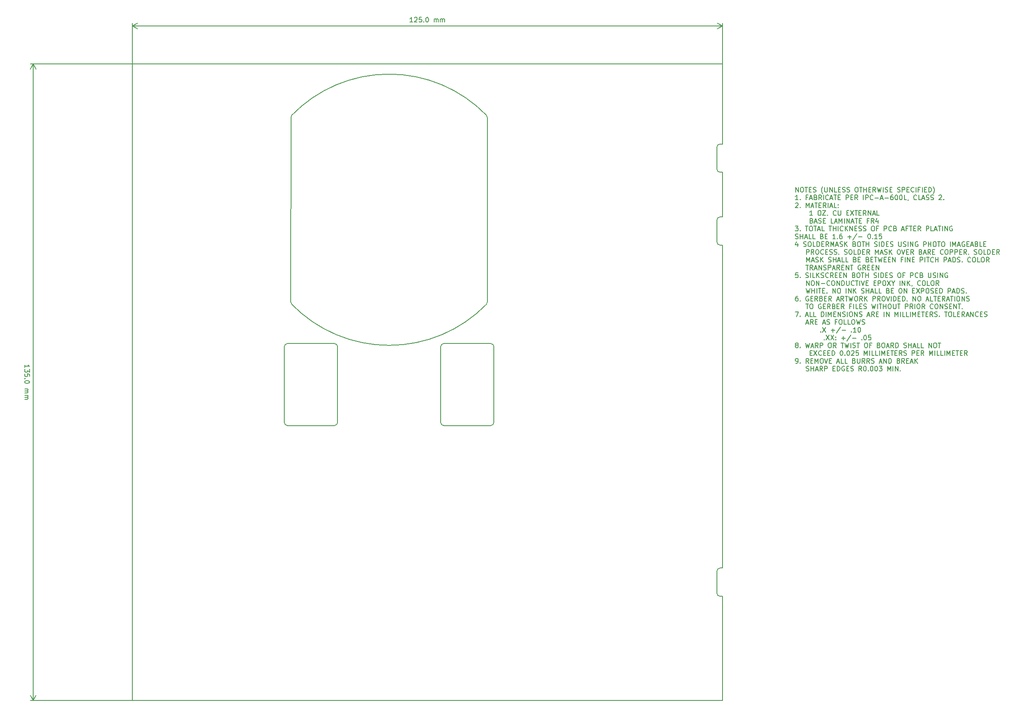
<source format=gbr>
%TF.GenerationSoftware,KiCad,Pcbnew,5.1.9-73d0e3b20d~88~ubuntu20.04.1*%
%TF.CreationDate,2021-04-09T17:18:55-07:00*%
%TF.ProjectId,ultrablinky,756c7472-6162-46c6-996e-6b792e6b6963,A*%
%TF.SameCoordinates,Original*%
%TF.FileFunction,OtherDrawing,Comment*%
%FSLAX46Y46*%
G04 Gerber Fmt 4.6, Leading zero omitted, Abs format (unit mm)*
G04 Created by KiCad (PCBNEW 5.1.9-73d0e3b20d~88~ubuntu20.04.1) date 2021-04-09 17:18:55*
%MOMM*%
%LPD*%
G01*
G04 APERTURE LIST*
%ADD10C,0.150000*%
%TA.AperFunction,Profile*%
%ADD11C,0.150000*%
%TD*%
G04 APERTURE END LIST*
D10*
X194185595Y-56277380D02*
X194185595Y-55277380D01*
X194757023Y-56277380D01*
X194757023Y-55277380D01*
X195423690Y-55277380D02*
X195614166Y-55277380D01*
X195709404Y-55325000D01*
X195804642Y-55420238D01*
X195852261Y-55610714D01*
X195852261Y-55944047D01*
X195804642Y-56134523D01*
X195709404Y-56229761D01*
X195614166Y-56277380D01*
X195423690Y-56277380D01*
X195328452Y-56229761D01*
X195233214Y-56134523D01*
X195185595Y-55944047D01*
X195185595Y-55610714D01*
X195233214Y-55420238D01*
X195328452Y-55325000D01*
X195423690Y-55277380D01*
X196137976Y-55277380D02*
X196709404Y-55277380D01*
X196423690Y-56277380D02*
X196423690Y-55277380D01*
X197042738Y-55753571D02*
X197376071Y-55753571D01*
X197518928Y-56277380D02*
X197042738Y-56277380D01*
X197042738Y-55277380D01*
X197518928Y-55277380D01*
X197899880Y-56229761D02*
X198042738Y-56277380D01*
X198280833Y-56277380D01*
X198376071Y-56229761D01*
X198423690Y-56182142D01*
X198471309Y-56086904D01*
X198471309Y-55991666D01*
X198423690Y-55896428D01*
X198376071Y-55848809D01*
X198280833Y-55801190D01*
X198090357Y-55753571D01*
X197995119Y-55705952D01*
X197947500Y-55658333D01*
X197899880Y-55563095D01*
X197899880Y-55467857D01*
X197947500Y-55372619D01*
X197995119Y-55325000D01*
X198090357Y-55277380D01*
X198328452Y-55277380D01*
X198471309Y-55325000D01*
X199947500Y-56658333D02*
X199899880Y-56610714D01*
X199804642Y-56467857D01*
X199757023Y-56372619D01*
X199709404Y-56229761D01*
X199661785Y-55991666D01*
X199661785Y-55801190D01*
X199709404Y-55563095D01*
X199757023Y-55420238D01*
X199804642Y-55325000D01*
X199899880Y-55182142D01*
X199947500Y-55134523D01*
X200328452Y-55277380D02*
X200328452Y-56086904D01*
X200376071Y-56182142D01*
X200423690Y-56229761D01*
X200518928Y-56277380D01*
X200709404Y-56277380D01*
X200804642Y-56229761D01*
X200852261Y-56182142D01*
X200899880Y-56086904D01*
X200899880Y-55277380D01*
X201376071Y-56277380D02*
X201376071Y-55277380D01*
X201947500Y-56277380D01*
X201947500Y-55277380D01*
X202899880Y-56277380D02*
X202423690Y-56277380D01*
X202423690Y-55277380D01*
X203233214Y-55753571D02*
X203566547Y-55753571D01*
X203709404Y-56277380D02*
X203233214Y-56277380D01*
X203233214Y-55277380D01*
X203709404Y-55277380D01*
X204090357Y-56229761D02*
X204233214Y-56277380D01*
X204471309Y-56277380D01*
X204566547Y-56229761D01*
X204614166Y-56182142D01*
X204661785Y-56086904D01*
X204661785Y-55991666D01*
X204614166Y-55896428D01*
X204566547Y-55848809D01*
X204471309Y-55801190D01*
X204280833Y-55753571D01*
X204185595Y-55705952D01*
X204137976Y-55658333D01*
X204090357Y-55563095D01*
X204090357Y-55467857D01*
X204137976Y-55372619D01*
X204185595Y-55325000D01*
X204280833Y-55277380D01*
X204518928Y-55277380D01*
X204661785Y-55325000D01*
X205042738Y-56229761D02*
X205185595Y-56277380D01*
X205423690Y-56277380D01*
X205518928Y-56229761D01*
X205566547Y-56182142D01*
X205614166Y-56086904D01*
X205614166Y-55991666D01*
X205566547Y-55896428D01*
X205518928Y-55848809D01*
X205423690Y-55801190D01*
X205233214Y-55753571D01*
X205137976Y-55705952D01*
X205090357Y-55658333D01*
X205042738Y-55563095D01*
X205042738Y-55467857D01*
X205090357Y-55372619D01*
X205137976Y-55325000D01*
X205233214Y-55277380D01*
X205471309Y-55277380D01*
X205614166Y-55325000D01*
X206995119Y-55277380D02*
X207185595Y-55277380D01*
X207280833Y-55325000D01*
X207376071Y-55420238D01*
X207423690Y-55610714D01*
X207423690Y-55944047D01*
X207376071Y-56134523D01*
X207280833Y-56229761D01*
X207185595Y-56277380D01*
X206995119Y-56277380D01*
X206899880Y-56229761D01*
X206804642Y-56134523D01*
X206757023Y-55944047D01*
X206757023Y-55610714D01*
X206804642Y-55420238D01*
X206899880Y-55325000D01*
X206995119Y-55277380D01*
X207709404Y-55277380D02*
X208280833Y-55277380D01*
X207995119Y-56277380D02*
X207995119Y-55277380D01*
X208614166Y-56277380D02*
X208614166Y-55277380D01*
X208614166Y-55753571D02*
X209185595Y-55753571D01*
X209185595Y-56277380D02*
X209185595Y-55277380D01*
X209661785Y-55753571D02*
X209995119Y-55753571D01*
X210137976Y-56277380D02*
X209661785Y-56277380D01*
X209661785Y-55277380D01*
X210137976Y-55277380D01*
X211137976Y-56277380D02*
X210804642Y-55801190D01*
X210566547Y-56277380D02*
X210566547Y-55277380D01*
X210947500Y-55277380D01*
X211042738Y-55325000D01*
X211090357Y-55372619D01*
X211137976Y-55467857D01*
X211137976Y-55610714D01*
X211090357Y-55705952D01*
X211042738Y-55753571D01*
X210947500Y-55801190D01*
X210566547Y-55801190D01*
X211471309Y-55277380D02*
X211709404Y-56277380D01*
X211899880Y-55563095D01*
X212090357Y-56277380D01*
X212328452Y-55277380D01*
X212709404Y-56277380D02*
X212709404Y-55277380D01*
X213137976Y-56229761D02*
X213280833Y-56277380D01*
X213518928Y-56277380D01*
X213614166Y-56229761D01*
X213661785Y-56182142D01*
X213709404Y-56086904D01*
X213709404Y-55991666D01*
X213661785Y-55896428D01*
X213614166Y-55848809D01*
X213518928Y-55801190D01*
X213328452Y-55753571D01*
X213233214Y-55705952D01*
X213185595Y-55658333D01*
X213137976Y-55563095D01*
X213137976Y-55467857D01*
X213185595Y-55372619D01*
X213233214Y-55325000D01*
X213328452Y-55277380D01*
X213566547Y-55277380D01*
X213709404Y-55325000D01*
X214137976Y-55753571D02*
X214471309Y-55753571D01*
X214614166Y-56277380D02*
X214137976Y-56277380D01*
X214137976Y-55277380D01*
X214614166Y-55277380D01*
X215757023Y-56229761D02*
X215899880Y-56277380D01*
X216137976Y-56277380D01*
X216233214Y-56229761D01*
X216280833Y-56182142D01*
X216328452Y-56086904D01*
X216328452Y-55991666D01*
X216280833Y-55896428D01*
X216233214Y-55848809D01*
X216137976Y-55801190D01*
X215947500Y-55753571D01*
X215852261Y-55705952D01*
X215804642Y-55658333D01*
X215757023Y-55563095D01*
X215757023Y-55467857D01*
X215804642Y-55372619D01*
X215852261Y-55325000D01*
X215947500Y-55277380D01*
X216185595Y-55277380D01*
X216328452Y-55325000D01*
X216757023Y-56277380D02*
X216757023Y-55277380D01*
X217137976Y-55277380D01*
X217233214Y-55325000D01*
X217280833Y-55372619D01*
X217328452Y-55467857D01*
X217328452Y-55610714D01*
X217280833Y-55705952D01*
X217233214Y-55753571D01*
X217137976Y-55801190D01*
X216757023Y-55801190D01*
X217757023Y-55753571D02*
X218090357Y-55753571D01*
X218233214Y-56277380D02*
X217757023Y-56277380D01*
X217757023Y-55277380D01*
X218233214Y-55277380D01*
X219233214Y-56182142D02*
X219185595Y-56229761D01*
X219042738Y-56277380D01*
X218947500Y-56277380D01*
X218804642Y-56229761D01*
X218709404Y-56134523D01*
X218661785Y-56039285D01*
X218614166Y-55848809D01*
X218614166Y-55705952D01*
X218661785Y-55515476D01*
X218709404Y-55420238D01*
X218804642Y-55325000D01*
X218947500Y-55277380D01*
X219042738Y-55277380D01*
X219185595Y-55325000D01*
X219233214Y-55372619D01*
X219661785Y-56277380D02*
X219661785Y-55277380D01*
X220471309Y-55753571D02*
X220137976Y-55753571D01*
X220137976Y-56277380D02*
X220137976Y-55277380D01*
X220614166Y-55277380D01*
X220995119Y-56277380D02*
X220995119Y-55277380D01*
X221471309Y-55753571D02*
X221804642Y-55753571D01*
X221947500Y-56277380D02*
X221471309Y-56277380D01*
X221471309Y-55277380D01*
X221947500Y-55277380D01*
X222376071Y-56277380D02*
X222376071Y-55277380D01*
X222614166Y-55277380D01*
X222757023Y-55325000D01*
X222852261Y-55420238D01*
X222899880Y-55515476D01*
X222947500Y-55705952D01*
X222947500Y-55848809D01*
X222899880Y-56039285D01*
X222852261Y-56134523D01*
X222757023Y-56229761D01*
X222614166Y-56277380D01*
X222376071Y-56277380D01*
X223280833Y-56658333D02*
X223328452Y-56610714D01*
X223423690Y-56467857D01*
X223471309Y-56372619D01*
X223518928Y-56229761D01*
X223566547Y-55991666D01*
X223566547Y-55801190D01*
X223518928Y-55563095D01*
X223471309Y-55420238D01*
X223423690Y-55325000D01*
X223328452Y-55182142D01*
X223280833Y-55134523D01*
X194709404Y-57927380D02*
X194137976Y-57927380D01*
X194423690Y-57927380D02*
X194423690Y-56927380D01*
X194328452Y-57070238D01*
X194233214Y-57165476D01*
X194137976Y-57213095D01*
X195137976Y-57832142D02*
X195185595Y-57879761D01*
X195137976Y-57927380D01*
X195090357Y-57879761D01*
X195137976Y-57832142D01*
X195137976Y-57927380D01*
X196709404Y-57403571D02*
X196376071Y-57403571D01*
X196376071Y-57927380D02*
X196376071Y-56927380D01*
X196852261Y-56927380D01*
X197185595Y-57641666D02*
X197661785Y-57641666D01*
X197090357Y-57927380D02*
X197423690Y-56927380D01*
X197757023Y-57927380D01*
X198423690Y-57403571D02*
X198566547Y-57451190D01*
X198614166Y-57498809D01*
X198661785Y-57594047D01*
X198661785Y-57736904D01*
X198614166Y-57832142D01*
X198566547Y-57879761D01*
X198471309Y-57927380D01*
X198090357Y-57927380D01*
X198090357Y-56927380D01*
X198423690Y-56927380D01*
X198518928Y-56975000D01*
X198566547Y-57022619D01*
X198614166Y-57117857D01*
X198614166Y-57213095D01*
X198566547Y-57308333D01*
X198518928Y-57355952D01*
X198423690Y-57403571D01*
X198090357Y-57403571D01*
X199661785Y-57927380D02*
X199328452Y-57451190D01*
X199090357Y-57927380D02*
X199090357Y-56927380D01*
X199471309Y-56927380D01*
X199566547Y-56975000D01*
X199614166Y-57022619D01*
X199661785Y-57117857D01*
X199661785Y-57260714D01*
X199614166Y-57355952D01*
X199566547Y-57403571D01*
X199471309Y-57451190D01*
X199090357Y-57451190D01*
X200090357Y-57927380D02*
X200090357Y-56927380D01*
X201137976Y-57832142D02*
X201090357Y-57879761D01*
X200947500Y-57927380D01*
X200852261Y-57927380D01*
X200709404Y-57879761D01*
X200614166Y-57784523D01*
X200566547Y-57689285D01*
X200518928Y-57498809D01*
X200518928Y-57355952D01*
X200566547Y-57165476D01*
X200614166Y-57070238D01*
X200709404Y-56975000D01*
X200852261Y-56927380D01*
X200947500Y-56927380D01*
X201090357Y-56975000D01*
X201137976Y-57022619D01*
X201518928Y-57641666D02*
X201995119Y-57641666D01*
X201423690Y-57927380D02*
X201757023Y-56927380D01*
X202090357Y-57927380D01*
X202280833Y-56927380D02*
X202852261Y-56927380D01*
X202566547Y-57927380D02*
X202566547Y-56927380D01*
X203185595Y-57403571D02*
X203518928Y-57403571D01*
X203661785Y-57927380D02*
X203185595Y-57927380D01*
X203185595Y-56927380D01*
X203661785Y-56927380D01*
X204852261Y-57927380D02*
X204852261Y-56927380D01*
X205233214Y-56927380D01*
X205328452Y-56975000D01*
X205376071Y-57022619D01*
X205423690Y-57117857D01*
X205423690Y-57260714D01*
X205376071Y-57355952D01*
X205328452Y-57403571D01*
X205233214Y-57451190D01*
X204852261Y-57451190D01*
X205852261Y-57403571D02*
X206185595Y-57403571D01*
X206328452Y-57927380D02*
X205852261Y-57927380D01*
X205852261Y-56927380D01*
X206328452Y-56927380D01*
X207328452Y-57927380D02*
X206995119Y-57451190D01*
X206757023Y-57927380D02*
X206757023Y-56927380D01*
X207137976Y-56927380D01*
X207233214Y-56975000D01*
X207280833Y-57022619D01*
X207328452Y-57117857D01*
X207328452Y-57260714D01*
X207280833Y-57355952D01*
X207233214Y-57403571D01*
X207137976Y-57451190D01*
X206757023Y-57451190D01*
X208518928Y-57927380D02*
X208518928Y-56927380D01*
X208995119Y-57927380D02*
X208995119Y-56927380D01*
X209376071Y-56927380D01*
X209471309Y-56975000D01*
X209518928Y-57022619D01*
X209566547Y-57117857D01*
X209566547Y-57260714D01*
X209518928Y-57355952D01*
X209471309Y-57403571D01*
X209376071Y-57451190D01*
X208995119Y-57451190D01*
X210566547Y-57832142D02*
X210518928Y-57879761D01*
X210376071Y-57927380D01*
X210280833Y-57927380D01*
X210137976Y-57879761D01*
X210042738Y-57784523D01*
X209995119Y-57689285D01*
X209947500Y-57498809D01*
X209947500Y-57355952D01*
X209995119Y-57165476D01*
X210042738Y-57070238D01*
X210137976Y-56975000D01*
X210280833Y-56927380D01*
X210376071Y-56927380D01*
X210518928Y-56975000D01*
X210566547Y-57022619D01*
X210995119Y-57546428D02*
X211757023Y-57546428D01*
X212185595Y-57641666D02*
X212661785Y-57641666D01*
X212090357Y-57927380D02*
X212423690Y-56927380D01*
X212757023Y-57927380D01*
X213090357Y-57546428D02*
X213852261Y-57546428D01*
X214757023Y-56927380D02*
X214566547Y-56927380D01*
X214471309Y-56975000D01*
X214423690Y-57022619D01*
X214328452Y-57165476D01*
X214280833Y-57355952D01*
X214280833Y-57736904D01*
X214328452Y-57832142D01*
X214376071Y-57879761D01*
X214471309Y-57927380D01*
X214661785Y-57927380D01*
X214757023Y-57879761D01*
X214804642Y-57832142D01*
X214852261Y-57736904D01*
X214852261Y-57498809D01*
X214804642Y-57403571D01*
X214757023Y-57355952D01*
X214661785Y-57308333D01*
X214471309Y-57308333D01*
X214376071Y-57355952D01*
X214328452Y-57403571D01*
X214280833Y-57498809D01*
X215471309Y-56927380D02*
X215566547Y-56927380D01*
X215661785Y-56975000D01*
X215709404Y-57022619D01*
X215757023Y-57117857D01*
X215804642Y-57308333D01*
X215804642Y-57546428D01*
X215757023Y-57736904D01*
X215709404Y-57832142D01*
X215661785Y-57879761D01*
X215566547Y-57927380D01*
X215471309Y-57927380D01*
X215376071Y-57879761D01*
X215328452Y-57832142D01*
X215280833Y-57736904D01*
X215233214Y-57546428D01*
X215233214Y-57308333D01*
X215280833Y-57117857D01*
X215328452Y-57022619D01*
X215376071Y-56975000D01*
X215471309Y-56927380D01*
X216423690Y-56927380D02*
X216518928Y-56927380D01*
X216614166Y-56975000D01*
X216661785Y-57022619D01*
X216709404Y-57117857D01*
X216757023Y-57308333D01*
X216757023Y-57546428D01*
X216709404Y-57736904D01*
X216661785Y-57832142D01*
X216614166Y-57879761D01*
X216518928Y-57927380D01*
X216423690Y-57927380D01*
X216328452Y-57879761D01*
X216280833Y-57832142D01*
X216233214Y-57736904D01*
X216185595Y-57546428D01*
X216185595Y-57308333D01*
X216233214Y-57117857D01*
X216280833Y-57022619D01*
X216328452Y-56975000D01*
X216423690Y-56927380D01*
X217661785Y-57927380D02*
X217185595Y-57927380D01*
X217185595Y-56927380D01*
X218042738Y-57879761D02*
X218042738Y-57927380D01*
X217995119Y-58022619D01*
X217947500Y-58070238D01*
X219804642Y-57832142D02*
X219757023Y-57879761D01*
X219614166Y-57927380D01*
X219518928Y-57927380D01*
X219376071Y-57879761D01*
X219280833Y-57784523D01*
X219233214Y-57689285D01*
X219185595Y-57498809D01*
X219185595Y-57355952D01*
X219233214Y-57165476D01*
X219280833Y-57070238D01*
X219376071Y-56975000D01*
X219518928Y-56927380D01*
X219614166Y-56927380D01*
X219757023Y-56975000D01*
X219804642Y-57022619D01*
X220709404Y-57927380D02*
X220233214Y-57927380D01*
X220233214Y-56927380D01*
X220995119Y-57641666D02*
X221471309Y-57641666D01*
X220899880Y-57927380D02*
X221233214Y-56927380D01*
X221566547Y-57927380D01*
X221852261Y-57879761D02*
X221995119Y-57927380D01*
X222233214Y-57927380D01*
X222328452Y-57879761D01*
X222376071Y-57832142D01*
X222423690Y-57736904D01*
X222423690Y-57641666D01*
X222376071Y-57546428D01*
X222328452Y-57498809D01*
X222233214Y-57451190D01*
X222042738Y-57403571D01*
X221947500Y-57355952D01*
X221899880Y-57308333D01*
X221852261Y-57213095D01*
X221852261Y-57117857D01*
X221899880Y-57022619D01*
X221947500Y-56975000D01*
X222042738Y-56927380D01*
X222280833Y-56927380D01*
X222423690Y-56975000D01*
X222804642Y-57879761D02*
X222947500Y-57927380D01*
X223185595Y-57927380D01*
X223280833Y-57879761D01*
X223328452Y-57832142D01*
X223376071Y-57736904D01*
X223376071Y-57641666D01*
X223328452Y-57546428D01*
X223280833Y-57498809D01*
X223185595Y-57451190D01*
X222995119Y-57403571D01*
X222899880Y-57355952D01*
X222852261Y-57308333D01*
X222804642Y-57213095D01*
X222804642Y-57117857D01*
X222852261Y-57022619D01*
X222899880Y-56975000D01*
X222995119Y-56927380D01*
X223233214Y-56927380D01*
X223376071Y-56975000D01*
X224518928Y-57022619D02*
X224566547Y-56975000D01*
X224661785Y-56927380D01*
X224899880Y-56927380D01*
X224995119Y-56975000D01*
X225042738Y-57022619D01*
X225090357Y-57117857D01*
X225090357Y-57213095D01*
X225042738Y-57355952D01*
X224471309Y-57927380D01*
X225090357Y-57927380D01*
X225518928Y-57832142D02*
X225566547Y-57879761D01*
X225518928Y-57927380D01*
X225471309Y-57879761D01*
X225518928Y-57832142D01*
X225518928Y-57927380D01*
X194137976Y-58672619D02*
X194185595Y-58625000D01*
X194280833Y-58577380D01*
X194518928Y-58577380D01*
X194614166Y-58625000D01*
X194661785Y-58672619D01*
X194709404Y-58767857D01*
X194709404Y-58863095D01*
X194661785Y-59005952D01*
X194090357Y-59577380D01*
X194709404Y-59577380D01*
X195137976Y-59482142D02*
X195185595Y-59529761D01*
X195137976Y-59577380D01*
X195090357Y-59529761D01*
X195137976Y-59482142D01*
X195137976Y-59577380D01*
X196376071Y-59577380D02*
X196376071Y-58577380D01*
X196709404Y-59291666D01*
X197042738Y-58577380D01*
X197042738Y-59577380D01*
X197471309Y-59291666D02*
X197947500Y-59291666D01*
X197376071Y-59577380D02*
X197709404Y-58577380D01*
X198042738Y-59577380D01*
X198233214Y-58577380D02*
X198804642Y-58577380D01*
X198518928Y-59577380D02*
X198518928Y-58577380D01*
X199137976Y-59053571D02*
X199471309Y-59053571D01*
X199614166Y-59577380D02*
X199137976Y-59577380D01*
X199137976Y-58577380D01*
X199614166Y-58577380D01*
X200614166Y-59577380D02*
X200280833Y-59101190D01*
X200042738Y-59577380D02*
X200042738Y-58577380D01*
X200423690Y-58577380D01*
X200518928Y-58625000D01*
X200566547Y-58672619D01*
X200614166Y-58767857D01*
X200614166Y-58910714D01*
X200566547Y-59005952D01*
X200518928Y-59053571D01*
X200423690Y-59101190D01*
X200042738Y-59101190D01*
X201042738Y-59577380D02*
X201042738Y-58577380D01*
X201471309Y-59291666D02*
X201947500Y-59291666D01*
X201376071Y-59577380D02*
X201709404Y-58577380D01*
X202042738Y-59577380D01*
X202852261Y-59577380D02*
X202376071Y-59577380D01*
X202376071Y-58577380D01*
X203185595Y-59482142D02*
X203233214Y-59529761D01*
X203185595Y-59577380D01*
X203137976Y-59529761D01*
X203185595Y-59482142D01*
X203185595Y-59577380D01*
X203185595Y-58958333D02*
X203233214Y-59005952D01*
X203185595Y-59053571D01*
X203137976Y-59005952D01*
X203185595Y-58958333D01*
X203185595Y-59053571D01*
X197757023Y-61227380D02*
X197185595Y-61227380D01*
X197471309Y-61227380D02*
X197471309Y-60227380D01*
X197376071Y-60370238D01*
X197280833Y-60465476D01*
X197185595Y-60513095D01*
X199137976Y-60227380D02*
X199328452Y-60227380D01*
X199423690Y-60275000D01*
X199518928Y-60370238D01*
X199566547Y-60560714D01*
X199566547Y-60894047D01*
X199518928Y-61084523D01*
X199423690Y-61179761D01*
X199328452Y-61227380D01*
X199137976Y-61227380D01*
X199042738Y-61179761D01*
X198947500Y-61084523D01*
X198899880Y-60894047D01*
X198899880Y-60560714D01*
X198947500Y-60370238D01*
X199042738Y-60275000D01*
X199137976Y-60227380D01*
X199899880Y-60227380D02*
X200566547Y-60227380D01*
X199899880Y-61227380D01*
X200566547Y-61227380D01*
X200947500Y-61132142D02*
X200995119Y-61179761D01*
X200947500Y-61227380D01*
X200899880Y-61179761D01*
X200947500Y-61132142D01*
X200947500Y-61227380D01*
X202757023Y-61132142D02*
X202709404Y-61179761D01*
X202566547Y-61227380D01*
X202471309Y-61227380D01*
X202328452Y-61179761D01*
X202233214Y-61084523D01*
X202185595Y-60989285D01*
X202137976Y-60798809D01*
X202137976Y-60655952D01*
X202185595Y-60465476D01*
X202233214Y-60370238D01*
X202328452Y-60275000D01*
X202471309Y-60227380D01*
X202566547Y-60227380D01*
X202709404Y-60275000D01*
X202757023Y-60322619D01*
X203185595Y-60227380D02*
X203185595Y-61036904D01*
X203233214Y-61132142D01*
X203280833Y-61179761D01*
X203376071Y-61227380D01*
X203566547Y-61227380D01*
X203661785Y-61179761D01*
X203709404Y-61132142D01*
X203757023Y-61036904D01*
X203757023Y-60227380D01*
X204995119Y-60703571D02*
X205328452Y-60703571D01*
X205471309Y-61227380D02*
X204995119Y-61227380D01*
X204995119Y-60227380D01*
X205471309Y-60227380D01*
X205804642Y-60227380D02*
X206471309Y-61227380D01*
X206471309Y-60227380D02*
X205804642Y-61227380D01*
X206709404Y-60227380D02*
X207280833Y-60227380D01*
X206995119Y-61227380D02*
X206995119Y-60227380D01*
X207614166Y-60703571D02*
X207947500Y-60703571D01*
X208090357Y-61227380D02*
X207614166Y-61227380D01*
X207614166Y-60227380D01*
X208090357Y-60227380D01*
X209090357Y-61227380D02*
X208757023Y-60751190D01*
X208518928Y-61227380D02*
X208518928Y-60227380D01*
X208899880Y-60227380D01*
X208995119Y-60275000D01*
X209042738Y-60322619D01*
X209090357Y-60417857D01*
X209090357Y-60560714D01*
X209042738Y-60655952D01*
X208995119Y-60703571D01*
X208899880Y-60751190D01*
X208518928Y-60751190D01*
X209518928Y-61227380D02*
X209518928Y-60227380D01*
X210090357Y-61227380D01*
X210090357Y-60227380D01*
X210518928Y-60941666D02*
X210995119Y-60941666D01*
X210423690Y-61227380D02*
X210757023Y-60227380D01*
X211090357Y-61227380D01*
X211899880Y-61227380D02*
X211423690Y-61227380D01*
X211423690Y-60227380D01*
X197566547Y-62353571D02*
X197709404Y-62401190D01*
X197757023Y-62448809D01*
X197804642Y-62544047D01*
X197804642Y-62686904D01*
X197757023Y-62782142D01*
X197709404Y-62829761D01*
X197614166Y-62877380D01*
X197233214Y-62877380D01*
X197233214Y-61877380D01*
X197566547Y-61877380D01*
X197661785Y-61925000D01*
X197709404Y-61972619D01*
X197757023Y-62067857D01*
X197757023Y-62163095D01*
X197709404Y-62258333D01*
X197661785Y-62305952D01*
X197566547Y-62353571D01*
X197233214Y-62353571D01*
X198185595Y-62591666D02*
X198661785Y-62591666D01*
X198090357Y-62877380D02*
X198423690Y-61877380D01*
X198757023Y-62877380D01*
X199042738Y-62829761D02*
X199185595Y-62877380D01*
X199423690Y-62877380D01*
X199518928Y-62829761D01*
X199566547Y-62782142D01*
X199614166Y-62686904D01*
X199614166Y-62591666D01*
X199566547Y-62496428D01*
X199518928Y-62448809D01*
X199423690Y-62401190D01*
X199233214Y-62353571D01*
X199137976Y-62305952D01*
X199090357Y-62258333D01*
X199042738Y-62163095D01*
X199042738Y-62067857D01*
X199090357Y-61972619D01*
X199137976Y-61925000D01*
X199233214Y-61877380D01*
X199471309Y-61877380D01*
X199614166Y-61925000D01*
X200042738Y-62353571D02*
X200376071Y-62353571D01*
X200518928Y-62877380D02*
X200042738Y-62877380D01*
X200042738Y-61877380D01*
X200518928Y-61877380D01*
X202185595Y-62877380D02*
X201709404Y-62877380D01*
X201709404Y-61877380D01*
X202471309Y-62591666D02*
X202947500Y-62591666D01*
X202376071Y-62877380D02*
X202709404Y-61877380D01*
X203042738Y-62877380D01*
X203376071Y-62877380D02*
X203376071Y-61877380D01*
X203709404Y-62591666D01*
X204042738Y-61877380D01*
X204042738Y-62877380D01*
X204518928Y-62877380D02*
X204518928Y-61877380D01*
X204995119Y-62877380D02*
X204995119Y-61877380D01*
X205566547Y-62877380D01*
X205566547Y-61877380D01*
X205995119Y-62591666D02*
X206471309Y-62591666D01*
X205899880Y-62877380D02*
X206233214Y-61877380D01*
X206566547Y-62877380D01*
X206757023Y-61877380D02*
X207328452Y-61877380D01*
X207042738Y-62877380D02*
X207042738Y-61877380D01*
X207661785Y-62353571D02*
X207995119Y-62353571D01*
X208137976Y-62877380D02*
X207661785Y-62877380D01*
X207661785Y-61877380D01*
X208137976Y-61877380D01*
X209661785Y-62353571D02*
X209328452Y-62353571D01*
X209328452Y-62877380D02*
X209328452Y-61877380D01*
X209804642Y-61877380D01*
X210757023Y-62877380D02*
X210423690Y-62401190D01*
X210185595Y-62877380D02*
X210185595Y-61877380D01*
X210566547Y-61877380D01*
X210661785Y-61925000D01*
X210709404Y-61972619D01*
X210757023Y-62067857D01*
X210757023Y-62210714D01*
X210709404Y-62305952D01*
X210661785Y-62353571D01*
X210566547Y-62401190D01*
X210185595Y-62401190D01*
X211614166Y-62210714D02*
X211614166Y-62877380D01*
X211376071Y-61829761D02*
X211137976Y-62544047D01*
X211757023Y-62544047D01*
X194090357Y-63527380D02*
X194709404Y-63527380D01*
X194376071Y-63908333D01*
X194518928Y-63908333D01*
X194614166Y-63955952D01*
X194661785Y-64003571D01*
X194709404Y-64098809D01*
X194709404Y-64336904D01*
X194661785Y-64432142D01*
X194614166Y-64479761D01*
X194518928Y-64527380D01*
X194233214Y-64527380D01*
X194137976Y-64479761D01*
X194090357Y-64432142D01*
X195137976Y-64432142D02*
X195185595Y-64479761D01*
X195137976Y-64527380D01*
X195090357Y-64479761D01*
X195137976Y-64432142D01*
X195137976Y-64527380D01*
X196233214Y-63527380D02*
X196804642Y-63527380D01*
X196518928Y-64527380D02*
X196518928Y-63527380D01*
X197328452Y-63527380D02*
X197518928Y-63527380D01*
X197614166Y-63575000D01*
X197709404Y-63670238D01*
X197757023Y-63860714D01*
X197757023Y-64194047D01*
X197709404Y-64384523D01*
X197614166Y-64479761D01*
X197518928Y-64527380D01*
X197328452Y-64527380D01*
X197233214Y-64479761D01*
X197137976Y-64384523D01*
X197090357Y-64194047D01*
X197090357Y-63860714D01*
X197137976Y-63670238D01*
X197233214Y-63575000D01*
X197328452Y-63527380D01*
X198042738Y-63527380D02*
X198614166Y-63527380D01*
X198328452Y-64527380D02*
X198328452Y-63527380D01*
X198899880Y-64241666D02*
X199376071Y-64241666D01*
X198804642Y-64527380D02*
X199137976Y-63527380D01*
X199471309Y-64527380D01*
X200280833Y-64527380D02*
X199804642Y-64527380D01*
X199804642Y-63527380D01*
X201233214Y-63527380D02*
X201804642Y-63527380D01*
X201518928Y-64527380D02*
X201518928Y-63527380D01*
X202137976Y-64527380D02*
X202137976Y-63527380D01*
X202137976Y-64003571D02*
X202709404Y-64003571D01*
X202709404Y-64527380D02*
X202709404Y-63527380D01*
X203185595Y-64527380D02*
X203185595Y-63527380D01*
X204233214Y-64432142D02*
X204185595Y-64479761D01*
X204042738Y-64527380D01*
X203947500Y-64527380D01*
X203804642Y-64479761D01*
X203709404Y-64384523D01*
X203661785Y-64289285D01*
X203614166Y-64098809D01*
X203614166Y-63955952D01*
X203661785Y-63765476D01*
X203709404Y-63670238D01*
X203804642Y-63575000D01*
X203947500Y-63527380D01*
X204042738Y-63527380D01*
X204185595Y-63575000D01*
X204233214Y-63622619D01*
X204661785Y-64527380D02*
X204661785Y-63527380D01*
X205233214Y-64527380D02*
X204804642Y-63955952D01*
X205233214Y-63527380D02*
X204661785Y-64098809D01*
X205661785Y-64527380D02*
X205661785Y-63527380D01*
X206233214Y-64527380D01*
X206233214Y-63527380D01*
X206709404Y-64003571D02*
X207042738Y-64003571D01*
X207185595Y-64527380D02*
X206709404Y-64527380D01*
X206709404Y-63527380D01*
X207185595Y-63527380D01*
X207566547Y-64479761D02*
X207709404Y-64527380D01*
X207947500Y-64527380D01*
X208042738Y-64479761D01*
X208090357Y-64432142D01*
X208137976Y-64336904D01*
X208137976Y-64241666D01*
X208090357Y-64146428D01*
X208042738Y-64098809D01*
X207947500Y-64051190D01*
X207757023Y-64003571D01*
X207661785Y-63955952D01*
X207614166Y-63908333D01*
X207566547Y-63813095D01*
X207566547Y-63717857D01*
X207614166Y-63622619D01*
X207661785Y-63575000D01*
X207757023Y-63527380D01*
X207995119Y-63527380D01*
X208137976Y-63575000D01*
X208518928Y-64479761D02*
X208661785Y-64527380D01*
X208899880Y-64527380D01*
X208995119Y-64479761D01*
X209042738Y-64432142D01*
X209090357Y-64336904D01*
X209090357Y-64241666D01*
X209042738Y-64146428D01*
X208995119Y-64098809D01*
X208899880Y-64051190D01*
X208709404Y-64003571D01*
X208614166Y-63955952D01*
X208566547Y-63908333D01*
X208518928Y-63813095D01*
X208518928Y-63717857D01*
X208566547Y-63622619D01*
X208614166Y-63575000D01*
X208709404Y-63527380D01*
X208947500Y-63527380D01*
X209090357Y-63575000D01*
X210471309Y-63527380D02*
X210661785Y-63527380D01*
X210757023Y-63575000D01*
X210852261Y-63670238D01*
X210899880Y-63860714D01*
X210899880Y-64194047D01*
X210852261Y-64384523D01*
X210757023Y-64479761D01*
X210661785Y-64527380D01*
X210471309Y-64527380D01*
X210376071Y-64479761D01*
X210280833Y-64384523D01*
X210233214Y-64194047D01*
X210233214Y-63860714D01*
X210280833Y-63670238D01*
X210376071Y-63575000D01*
X210471309Y-63527380D01*
X211661785Y-64003571D02*
X211328452Y-64003571D01*
X211328452Y-64527380D02*
X211328452Y-63527380D01*
X211804642Y-63527380D01*
X212947500Y-64527380D02*
X212947500Y-63527380D01*
X213328452Y-63527380D01*
X213423690Y-63575000D01*
X213471309Y-63622619D01*
X213518928Y-63717857D01*
X213518928Y-63860714D01*
X213471309Y-63955952D01*
X213423690Y-64003571D01*
X213328452Y-64051190D01*
X212947500Y-64051190D01*
X214518928Y-64432142D02*
X214471309Y-64479761D01*
X214328452Y-64527380D01*
X214233214Y-64527380D01*
X214090357Y-64479761D01*
X213995119Y-64384523D01*
X213947500Y-64289285D01*
X213899880Y-64098809D01*
X213899880Y-63955952D01*
X213947500Y-63765476D01*
X213995119Y-63670238D01*
X214090357Y-63575000D01*
X214233214Y-63527380D01*
X214328452Y-63527380D01*
X214471309Y-63575000D01*
X214518928Y-63622619D01*
X215280833Y-64003571D02*
X215423690Y-64051190D01*
X215471309Y-64098809D01*
X215518928Y-64194047D01*
X215518928Y-64336904D01*
X215471309Y-64432142D01*
X215423690Y-64479761D01*
X215328452Y-64527380D01*
X214947500Y-64527380D01*
X214947500Y-63527380D01*
X215280833Y-63527380D01*
X215376071Y-63575000D01*
X215423690Y-63622619D01*
X215471309Y-63717857D01*
X215471309Y-63813095D01*
X215423690Y-63908333D01*
X215376071Y-63955952D01*
X215280833Y-64003571D01*
X214947500Y-64003571D01*
X216661785Y-64241666D02*
X217137976Y-64241666D01*
X216566547Y-64527380D02*
X216899880Y-63527380D01*
X217233214Y-64527380D01*
X217899880Y-64003571D02*
X217566547Y-64003571D01*
X217566547Y-64527380D02*
X217566547Y-63527380D01*
X218042738Y-63527380D01*
X218280833Y-63527380D02*
X218852261Y-63527380D01*
X218566547Y-64527380D02*
X218566547Y-63527380D01*
X219185595Y-64003571D02*
X219518928Y-64003571D01*
X219661785Y-64527380D02*
X219185595Y-64527380D01*
X219185595Y-63527380D01*
X219661785Y-63527380D01*
X220661785Y-64527380D02*
X220328452Y-64051190D01*
X220090357Y-64527380D02*
X220090357Y-63527380D01*
X220471309Y-63527380D01*
X220566547Y-63575000D01*
X220614166Y-63622619D01*
X220661785Y-63717857D01*
X220661785Y-63860714D01*
X220614166Y-63955952D01*
X220566547Y-64003571D01*
X220471309Y-64051190D01*
X220090357Y-64051190D01*
X221852261Y-64527380D02*
X221852261Y-63527380D01*
X222233214Y-63527380D01*
X222328452Y-63575000D01*
X222376071Y-63622619D01*
X222423690Y-63717857D01*
X222423690Y-63860714D01*
X222376071Y-63955952D01*
X222328452Y-64003571D01*
X222233214Y-64051190D01*
X221852261Y-64051190D01*
X223328452Y-64527380D02*
X222852261Y-64527380D01*
X222852261Y-63527380D01*
X223614166Y-64241666D02*
X224090357Y-64241666D01*
X223518928Y-64527380D02*
X223852261Y-63527380D01*
X224185595Y-64527380D01*
X224376071Y-63527380D02*
X224947500Y-63527380D01*
X224661785Y-64527380D02*
X224661785Y-63527380D01*
X225280833Y-64527380D02*
X225280833Y-63527380D01*
X225757023Y-64527380D02*
X225757023Y-63527380D01*
X226328452Y-64527380D01*
X226328452Y-63527380D01*
X227328452Y-63575000D02*
X227233214Y-63527380D01*
X227090357Y-63527380D01*
X226947500Y-63575000D01*
X226852261Y-63670238D01*
X226804642Y-63765476D01*
X226757023Y-63955952D01*
X226757023Y-64098809D01*
X226804642Y-64289285D01*
X226852261Y-64384523D01*
X226947500Y-64479761D01*
X227090357Y-64527380D01*
X227185595Y-64527380D01*
X227328452Y-64479761D01*
X227376071Y-64432142D01*
X227376071Y-64098809D01*
X227185595Y-64098809D01*
X194137976Y-66129761D02*
X194280833Y-66177380D01*
X194518928Y-66177380D01*
X194614166Y-66129761D01*
X194661785Y-66082142D01*
X194709404Y-65986904D01*
X194709404Y-65891666D01*
X194661785Y-65796428D01*
X194614166Y-65748809D01*
X194518928Y-65701190D01*
X194328452Y-65653571D01*
X194233214Y-65605952D01*
X194185595Y-65558333D01*
X194137976Y-65463095D01*
X194137976Y-65367857D01*
X194185595Y-65272619D01*
X194233214Y-65225000D01*
X194328452Y-65177380D01*
X194566547Y-65177380D01*
X194709404Y-65225000D01*
X195137976Y-66177380D02*
X195137976Y-65177380D01*
X195137976Y-65653571D02*
X195709404Y-65653571D01*
X195709404Y-66177380D02*
X195709404Y-65177380D01*
X196137976Y-65891666D02*
X196614166Y-65891666D01*
X196042738Y-66177380D02*
X196376071Y-65177380D01*
X196709404Y-66177380D01*
X197518928Y-66177380D02*
X197042738Y-66177380D01*
X197042738Y-65177380D01*
X198328452Y-66177380D02*
X197852261Y-66177380D01*
X197852261Y-65177380D01*
X199757023Y-65653571D02*
X199899880Y-65701190D01*
X199947500Y-65748809D01*
X199995119Y-65844047D01*
X199995119Y-65986904D01*
X199947500Y-66082142D01*
X199899880Y-66129761D01*
X199804642Y-66177380D01*
X199423690Y-66177380D01*
X199423690Y-65177380D01*
X199757023Y-65177380D01*
X199852261Y-65225000D01*
X199899880Y-65272619D01*
X199947500Y-65367857D01*
X199947500Y-65463095D01*
X199899880Y-65558333D01*
X199852261Y-65605952D01*
X199757023Y-65653571D01*
X199423690Y-65653571D01*
X200423690Y-65653571D02*
X200757023Y-65653571D01*
X200899880Y-66177380D02*
X200423690Y-66177380D01*
X200423690Y-65177380D01*
X200899880Y-65177380D01*
X202614166Y-66177380D02*
X202042738Y-66177380D01*
X202328452Y-66177380D02*
X202328452Y-65177380D01*
X202233214Y-65320238D01*
X202137976Y-65415476D01*
X202042738Y-65463095D01*
X203042738Y-66082142D02*
X203090357Y-66129761D01*
X203042738Y-66177380D01*
X202995119Y-66129761D01*
X203042738Y-66082142D01*
X203042738Y-66177380D01*
X203947500Y-65177380D02*
X203757023Y-65177380D01*
X203661785Y-65225000D01*
X203614166Y-65272619D01*
X203518928Y-65415476D01*
X203471309Y-65605952D01*
X203471309Y-65986904D01*
X203518928Y-66082142D01*
X203566547Y-66129761D01*
X203661785Y-66177380D01*
X203852261Y-66177380D01*
X203947500Y-66129761D01*
X203995119Y-66082142D01*
X204042738Y-65986904D01*
X204042738Y-65748809D01*
X203995119Y-65653571D01*
X203947500Y-65605952D01*
X203852261Y-65558333D01*
X203661785Y-65558333D01*
X203566547Y-65605952D01*
X203518928Y-65653571D01*
X203471309Y-65748809D01*
X205233214Y-65796428D02*
X205995119Y-65796428D01*
X205614166Y-66177380D02*
X205614166Y-65415476D01*
X207185595Y-65129761D02*
X206328452Y-66415476D01*
X207518928Y-65796428D02*
X208280833Y-65796428D01*
X209709404Y-65177380D02*
X209804642Y-65177380D01*
X209899880Y-65225000D01*
X209947500Y-65272619D01*
X209995119Y-65367857D01*
X210042738Y-65558333D01*
X210042738Y-65796428D01*
X209995119Y-65986904D01*
X209947500Y-66082142D01*
X209899880Y-66129761D01*
X209804642Y-66177380D01*
X209709404Y-66177380D01*
X209614166Y-66129761D01*
X209566547Y-66082142D01*
X209518928Y-65986904D01*
X209471309Y-65796428D01*
X209471309Y-65558333D01*
X209518928Y-65367857D01*
X209566547Y-65272619D01*
X209614166Y-65225000D01*
X209709404Y-65177380D01*
X210471309Y-66082142D02*
X210518928Y-66129761D01*
X210471309Y-66177380D01*
X210423690Y-66129761D01*
X210471309Y-66082142D01*
X210471309Y-66177380D01*
X211471309Y-66177380D02*
X210899880Y-66177380D01*
X211185595Y-66177380D02*
X211185595Y-65177380D01*
X211090357Y-65320238D01*
X210995119Y-65415476D01*
X210899880Y-65463095D01*
X212376071Y-65177380D02*
X211899880Y-65177380D01*
X211852261Y-65653571D01*
X211899880Y-65605952D01*
X211995119Y-65558333D01*
X212233214Y-65558333D01*
X212328452Y-65605952D01*
X212376071Y-65653571D01*
X212423690Y-65748809D01*
X212423690Y-65986904D01*
X212376071Y-66082142D01*
X212328452Y-66129761D01*
X212233214Y-66177380D01*
X211995119Y-66177380D01*
X211899880Y-66129761D01*
X211852261Y-66082142D01*
X194614166Y-67160714D02*
X194614166Y-67827380D01*
X194376071Y-66779761D02*
X194137976Y-67494047D01*
X194757023Y-67494047D01*
X195852261Y-67779761D02*
X195995119Y-67827380D01*
X196233214Y-67827380D01*
X196328452Y-67779761D01*
X196376071Y-67732142D01*
X196423690Y-67636904D01*
X196423690Y-67541666D01*
X196376071Y-67446428D01*
X196328452Y-67398809D01*
X196233214Y-67351190D01*
X196042738Y-67303571D01*
X195947500Y-67255952D01*
X195899880Y-67208333D01*
X195852261Y-67113095D01*
X195852261Y-67017857D01*
X195899880Y-66922619D01*
X195947500Y-66875000D01*
X196042738Y-66827380D01*
X196280833Y-66827380D01*
X196423690Y-66875000D01*
X197042738Y-66827380D02*
X197233214Y-66827380D01*
X197328452Y-66875000D01*
X197423690Y-66970238D01*
X197471309Y-67160714D01*
X197471309Y-67494047D01*
X197423690Y-67684523D01*
X197328452Y-67779761D01*
X197233214Y-67827380D01*
X197042738Y-67827380D01*
X196947500Y-67779761D01*
X196852261Y-67684523D01*
X196804642Y-67494047D01*
X196804642Y-67160714D01*
X196852261Y-66970238D01*
X196947500Y-66875000D01*
X197042738Y-66827380D01*
X198376071Y-67827380D02*
X197899880Y-67827380D01*
X197899880Y-66827380D01*
X198709404Y-67827380D02*
X198709404Y-66827380D01*
X198947500Y-66827380D01*
X199090357Y-66875000D01*
X199185595Y-66970238D01*
X199233214Y-67065476D01*
X199280833Y-67255952D01*
X199280833Y-67398809D01*
X199233214Y-67589285D01*
X199185595Y-67684523D01*
X199090357Y-67779761D01*
X198947500Y-67827380D01*
X198709404Y-67827380D01*
X199709404Y-67303571D02*
X200042738Y-67303571D01*
X200185595Y-67827380D02*
X199709404Y-67827380D01*
X199709404Y-66827380D01*
X200185595Y-66827380D01*
X201185595Y-67827380D02*
X200852261Y-67351190D01*
X200614166Y-67827380D02*
X200614166Y-66827380D01*
X200995119Y-66827380D01*
X201090357Y-66875000D01*
X201137976Y-66922619D01*
X201185595Y-67017857D01*
X201185595Y-67160714D01*
X201137976Y-67255952D01*
X201090357Y-67303571D01*
X200995119Y-67351190D01*
X200614166Y-67351190D01*
X201614166Y-67827380D02*
X201614166Y-66827380D01*
X201947500Y-67541666D01*
X202280833Y-66827380D01*
X202280833Y-67827380D01*
X202709404Y-67541666D02*
X203185595Y-67541666D01*
X202614166Y-67827380D02*
X202947500Y-66827380D01*
X203280833Y-67827380D01*
X203566547Y-67779761D02*
X203709404Y-67827380D01*
X203947500Y-67827380D01*
X204042738Y-67779761D01*
X204090357Y-67732142D01*
X204137976Y-67636904D01*
X204137976Y-67541666D01*
X204090357Y-67446428D01*
X204042738Y-67398809D01*
X203947500Y-67351190D01*
X203757023Y-67303571D01*
X203661785Y-67255952D01*
X203614166Y-67208333D01*
X203566547Y-67113095D01*
X203566547Y-67017857D01*
X203614166Y-66922619D01*
X203661785Y-66875000D01*
X203757023Y-66827380D01*
X203995119Y-66827380D01*
X204137976Y-66875000D01*
X204566547Y-67827380D02*
X204566547Y-66827380D01*
X205137976Y-67827380D02*
X204709404Y-67255952D01*
X205137976Y-66827380D02*
X204566547Y-67398809D01*
X206661785Y-67303571D02*
X206804642Y-67351190D01*
X206852261Y-67398809D01*
X206899880Y-67494047D01*
X206899880Y-67636904D01*
X206852261Y-67732142D01*
X206804642Y-67779761D01*
X206709404Y-67827380D01*
X206328452Y-67827380D01*
X206328452Y-66827380D01*
X206661785Y-66827380D01*
X206757023Y-66875000D01*
X206804642Y-66922619D01*
X206852261Y-67017857D01*
X206852261Y-67113095D01*
X206804642Y-67208333D01*
X206757023Y-67255952D01*
X206661785Y-67303571D01*
X206328452Y-67303571D01*
X207518928Y-66827380D02*
X207709404Y-66827380D01*
X207804642Y-66875000D01*
X207899880Y-66970238D01*
X207947500Y-67160714D01*
X207947500Y-67494047D01*
X207899880Y-67684523D01*
X207804642Y-67779761D01*
X207709404Y-67827380D01*
X207518928Y-67827380D01*
X207423690Y-67779761D01*
X207328452Y-67684523D01*
X207280833Y-67494047D01*
X207280833Y-67160714D01*
X207328452Y-66970238D01*
X207423690Y-66875000D01*
X207518928Y-66827380D01*
X208233214Y-66827380D02*
X208804642Y-66827380D01*
X208518928Y-67827380D02*
X208518928Y-66827380D01*
X209137976Y-67827380D02*
X209137976Y-66827380D01*
X209137976Y-67303571D02*
X209709404Y-67303571D01*
X209709404Y-67827380D02*
X209709404Y-66827380D01*
X210899880Y-67779761D02*
X211042738Y-67827380D01*
X211280833Y-67827380D01*
X211376071Y-67779761D01*
X211423690Y-67732142D01*
X211471309Y-67636904D01*
X211471309Y-67541666D01*
X211423690Y-67446428D01*
X211376071Y-67398809D01*
X211280833Y-67351190D01*
X211090357Y-67303571D01*
X210995119Y-67255952D01*
X210947500Y-67208333D01*
X210899880Y-67113095D01*
X210899880Y-67017857D01*
X210947500Y-66922619D01*
X210995119Y-66875000D01*
X211090357Y-66827380D01*
X211328452Y-66827380D01*
X211471309Y-66875000D01*
X211899880Y-67827380D02*
X211899880Y-66827380D01*
X212376071Y-67827380D02*
X212376071Y-66827380D01*
X212614166Y-66827380D01*
X212757023Y-66875000D01*
X212852261Y-66970238D01*
X212899880Y-67065476D01*
X212947500Y-67255952D01*
X212947500Y-67398809D01*
X212899880Y-67589285D01*
X212852261Y-67684523D01*
X212757023Y-67779761D01*
X212614166Y-67827380D01*
X212376071Y-67827380D01*
X213376071Y-67303571D02*
X213709404Y-67303571D01*
X213852261Y-67827380D02*
X213376071Y-67827380D01*
X213376071Y-66827380D01*
X213852261Y-66827380D01*
X214233214Y-67779761D02*
X214376071Y-67827380D01*
X214614166Y-67827380D01*
X214709404Y-67779761D01*
X214757023Y-67732142D01*
X214804642Y-67636904D01*
X214804642Y-67541666D01*
X214757023Y-67446428D01*
X214709404Y-67398809D01*
X214614166Y-67351190D01*
X214423690Y-67303571D01*
X214328452Y-67255952D01*
X214280833Y-67208333D01*
X214233214Y-67113095D01*
X214233214Y-67017857D01*
X214280833Y-66922619D01*
X214328452Y-66875000D01*
X214423690Y-66827380D01*
X214661785Y-66827380D01*
X214804642Y-66875000D01*
X215995119Y-66827380D02*
X215995119Y-67636904D01*
X216042738Y-67732142D01*
X216090357Y-67779761D01*
X216185595Y-67827380D01*
X216376071Y-67827380D01*
X216471309Y-67779761D01*
X216518928Y-67732142D01*
X216566547Y-67636904D01*
X216566547Y-66827380D01*
X216995119Y-67779761D02*
X217137976Y-67827380D01*
X217376071Y-67827380D01*
X217471309Y-67779761D01*
X217518928Y-67732142D01*
X217566547Y-67636904D01*
X217566547Y-67541666D01*
X217518928Y-67446428D01*
X217471309Y-67398809D01*
X217376071Y-67351190D01*
X217185595Y-67303571D01*
X217090357Y-67255952D01*
X217042738Y-67208333D01*
X216995119Y-67113095D01*
X216995119Y-67017857D01*
X217042738Y-66922619D01*
X217090357Y-66875000D01*
X217185595Y-66827380D01*
X217423690Y-66827380D01*
X217566547Y-66875000D01*
X217995119Y-67827380D02*
X217995119Y-66827380D01*
X218471309Y-67827380D02*
X218471309Y-66827380D01*
X219042738Y-67827380D01*
X219042738Y-66827380D01*
X220042738Y-66875000D02*
X219947500Y-66827380D01*
X219804642Y-66827380D01*
X219661785Y-66875000D01*
X219566547Y-66970238D01*
X219518928Y-67065476D01*
X219471309Y-67255952D01*
X219471309Y-67398809D01*
X219518928Y-67589285D01*
X219566547Y-67684523D01*
X219661785Y-67779761D01*
X219804642Y-67827380D01*
X219899880Y-67827380D01*
X220042738Y-67779761D01*
X220090357Y-67732142D01*
X220090357Y-67398809D01*
X219899880Y-67398809D01*
X221280833Y-67827380D02*
X221280833Y-66827380D01*
X221661785Y-66827380D01*
X221757023Y-66875000D01*
X221804642Y-66922619D01*
X221852261Y-67017857D01*
X221852261Y-67160714D01*
X221804642Y-67255952D01*
X221757023Y-67303571D01*
X221661785Y-67351190D01*
X221280833Y-67351190D01*
X222280833Y-67827380D02*
X222280833Y-66827380D01*
X222280833Y-67303571D02*
X222852261Y-67303571D01*
X222852261Y-67827380D02*
X222852261Y-66827380D01*
X223518928Y-66827380D02*
X223709404Y-66827380D01*
X223804642Y-66875000D01*
X223899880Y-66970238D01*
X223947500Y-67160714D01*
X223947500Y-67494047D01*
X223899880Y-67684523D01*
X223804642Y-67779761D01*
X223709404Y-67827380D01*
X223518928Y-67827380D01*
X223423690Y-67779761D01*
X223328452Y-67684523D01*
X223280833Y-67494047D01*
X223280833Y-67160714D01*
X223328452Y-66970238D01*
X223423690Y-66875000D01*
X223518928Y-66827380D01*
X224233214Y-66827380D02*
X224804642Y-66827380D01*
X224518928Y-67827380D02*
X224518928Y-66827380D01*
X225328452Y-66827380D02*
X225518928Y-66827380D01*
X225614166Y-66875000D01*
X225709404Y-66970238D01*
X225757023Y-67160714D01*
X225757023Y-67494047D01*
X225709404Y-67684523D01*
X225614166Y-67779761D01*
X225518928Y-67827380D01*
X225328452Y-67827380D01*
X225233214Y-67779761D01*
X225137976Y-67684523D01*
X225090357Y-67494047D01*
X225090357Y-67160714D01*
X225137976Y-66970238D01*
X225233214Y-66875000D01*
X225328452Y-66827380D01*
X226947500Y-67827380D02*
X226947500Y-66827380D01*
X227423690Y-67827380D02*
X227423690Y-66827380D01*
X227757023Y-67541666D01*
X228090357Y-66827380D01*
X228090357Y-67827380D01*
X228518928Y-67541666D02*
X228995119Y-67541666D01*
X228423690Y-67827380D02*
X228757023Y-66827380D01*
X229090357Y-67827380D01*
X229947500Y-66875000D02*
X229852261Y-66827380D01*
X229709404Y-66827380D01*
X229566547Y-66875000D01*
X229471309Y-66970238D01*
X229423690Y-67065476D01*
X229376071Y-67255952D01*
X229376071Y-67398809D01*
X229423690Y-67589285D01*
X229471309Y-67684523D01*
X229566547Y-67779761D01*
X229709404Y-67827380D01*
X229804642Y-67827380D01*
X229947500Y-67779761D01*
X229995119Y-67732142D01*
X229995119Y-67398809D01*
X229804642Y-67398809D01*
X230423690Y-67303571D02*
X230757023Y-67303571D01*
X230899880Y-67827380D02*
X230423690Y-67827380D01*
X230423690Y-66827380D01*
X230899880Y-66827380D01*
X231280833Y-67541666D02*
X231757023Y-67541666D01*
X231185595Y-67827380D02*
X231518928Y-66827380D01*
X231852261Y-67827380D01*
X232518928Y-67303571D02*
X232661785Y-67351190D01*
X232709404Y-67398809D01*
X232757023Y-67494047D01*
X232757023Y-67636904D01*
X232709404Y-67732142D01*
X232661785Y-67779761D01*
X232566547Y-67827380D01*
X232185595Y-67827380D01*
X232185595Y-66827380D01*
X232518928Y-66827380D01*
X232614166Y-66875000D01*
X232661785Y-66922619D01*
X232709404Y-67017857D01*
X232709404Y-67113095D01*
X232661785Y-67208333D01*
X232614166Y-67255952D01*
X232518928Y-67303571D01*
X232185595Y-67303571D01*
X233661785Y-67827380D02*
X233185595Y-67827380D01*
X233185595Y-66827380D01*
X233995119Y-67303571D02*
X234328452Y-67303571D01*
X234471309Y-67827380D02*
X233995119Y-67827380D01*
X233995119Y-66827380D01*
X234471309Y-66827380D01*
X196471309Y-69477380D02*
X196471309Y-68477380D01*
X196852261Y-68477380D01*
X196947500Y-68525000D01*
X196995119Y-68572619D01*
X197042738Y-68667857D01*
X197042738Y-68810714D01*
X196995119Y-68905952D01*
X196947500Y-68953571D01*
X196852261Y-69001190D01*
X196471309Y-69001190D01*
X198042738Y-69477380D02*
X197709404Y-69001190D01*
X197471309Y-69477380D02*
X197471309Y-68477380D01*
X197852261Y-68477380D01*
X197947500Y-68525000D01*
X197995119Y-68572619D01*
X198042738Y-68667857D01*
X198042738Y-68810714D01*
X197995119Y-68905952D01*
X197947500Y-68953571D01*
X197852261Y-69001190D01*
X197471309Y-69001190D01*
X198661785Y-68477380D02*
X198852261Y-68477380D01*
X198947500Y-68525000D01*
X199042738Y-68620238D01*
X199090357Y-68810714D01*
X199090357Y-69144047D01*
X199042738Y-69334523D01*
X198947500Y-69429761D01*
X198852261Y-69477380D01*
X198661785Y-69477380D01*
X198566547Y-69429761D01*
X198471309Y-69334523D01*
X198423690Y-69144047D01*
X198423690Y-68810714D01*
X198471309Y-68620238D01*
X198566547Y-68525000D01*
X198661785Y-68477380D01*
X200090357Y-69382142D02*
X200042738Y-69429761D01*
X199899880Y-69477380D01*
X199804642Y-69477380D01*
X199661785Y-69429761D01*
X199566547Y-69334523D01*
X199518928Y-69239285D01*
X199471309Y-69048809D01*
X199471309Y-68905952D01*
X199518928Y-68715476D01*
X199566547Y-68620238D01*
X199661785Y-68525000D01*
X199804642Y-68477380D01*
X199899880Y-68477380D01*
X200042738Y-68525000D01*
X200090357Y-68572619D01*
X200518928Y-68953571D02*
X200852261Y-68953571D01*
X200995119Y-69477380D02*
X200518928Y-69477380D01*
X200518928Y-68477380D01*
X200995119Y-68477380D01*
X201376071Y-69429761D02*
X201518928Y-69477380D01*
X201757023Y-69477380D01*
X201852261Y-69429761D01*
X201899880Y-69382142D01*
X201947500Y-69286904D01*
X201947500Y-69191666D01*
X201899880Y-69096428D01*
X201852261Y-69048809D01*
X201757023Y-69001190D01*
X201566547Y-68953571D01*
X201471309Y-68905952D01*
X201423690Y-68858333D01*
X201376071Y-68763095D01*
X201376071Y-68667857D01*
X201423690Y-68572619D01*
X201471309Y-68525000D01*
X201566547Y-68477380D01*
X201804642Y-68477380D01*
X201947500Y-68525000D01*
X202328452Y-69429761D02*
X202471309Y-69477380D01*
X202709404Y-69477380D01*
X202804642Y-69429761D01*
X202852261Y-69382142D01*
X202899880Y-69286904D01*
X202899880Y-69191666D01*
X202852261Y-69096428D01*
X202804642Y-69048809D01*
X202709404Y-69001190D01*
X202518928Y-68953571D01*
X202423690Y-68905952D01*
X202376071Y-68858333D01*
X202328452Y-68763095D01*
X202328452Y-68667857D01*
X202376071Y-68572619D01*
X202423690Y-68525000D01*
X202518928Y-68477380D01*
X202757023Y-68477380D01*
X202899880Y-68525000D01*
X203328452Y-69382142D02*
X203376071Y-69429761D01*
X203328452Y-69477380D01*
X203280833Y-69429761D01*
X203328452Y-69382142D01*
X203328452Y-69477380D01*
X204518928Y-69429761D02*
X204661785Y-69477380D01*
X204899880Y-69477380D01*
X204995119Y-69429761D01*
X205042738Y-69382142D01*
X205090357Y-69286904D01*
X205090357Y-69191666D01*
X205042738Y-69096428D01*
X204995119Y-69048809D01*
X204899880Y-69001190D01*
X204709404Y-68953571D01*
X204614166Y-68905952D01*
X204566547Y-68858333D01*
X204518928Y-68763095D01*
X204518928Y-68667857D01*
X204566547Y-68572619D01*
X204614166Y-68525000D01*
X204709404Y-68477380D01*
X204947500Y-68477380D01*
X205090357Y-68525000D01*
X205709404Y-68477380D02*
X205899880Y-68477380D01*
X205995119Y-68525000D01*
X206090357Y-68620238D01*
X206137976Y-68810714D01*
X206137976Y-69144047D01*
X206090357Y-69334523D01*
X205995119Y-69429761D01*
X205899880Y-69477380D01*
X205709404Y-69477380D01*
X205614166Y-69429761D01*
X205518928Y-69334523D01*
X205471309Y-69144047D01*
X205471309Y-68810714D01*
X205518928Y-68620238D01*
X205614166Y-68525000D01*
X205709404Y-68477380D01*
X207042738Y-69477380D02*
X206566547Y-69477380D01*
X206566547Y-68477380D01*
X207376071Y-69477380D02*
X207376071Y-68477380D01*
X207614166Y-68477380D01*
X207757023Y-68525000D01*
X207852261Y-68620238D01*
X207899880Y-68715476D01*
X207947500Y-68905952D01*
X207947500Y-69048809D01*
X207899880Y-69239285D01*
X207852261Y-69334523D01*
X207757023Y-69429761D01*
X207614166Y-69477380D01*
X207376071Y-69477380D01*
X208376071Y-68953571D02*
X208709404Y-68953571D01*
X208852261Y-69477380D02*
X208376071Y-69477380D01*
X208376071Y-68477380D01*
X208852261Y-68477380D01*
X209852261Y-69477380D02*
X209518928Y-69001190D01*
X209280833Y-69477380D02*
X209280833Y-68477380D01*
X209661785Y-68477380D01*
X209757023Y-68525000D01*
X209804642Y-68572619D01*
X209852261Y-68667857D01*
X209852261Y-68810714D01*
X209804642Y-68905952D01*
X209757023Y-68953571D01*
X209661785Y-69001190D01*
X209280833Y-69001190D01*
X211042738Y-69477380D02*
X211042738Y-68477380D01*
X211376071Y-69191666D01*
X211709404Y-68477380D01*
X211709404Y-69477380D01*
X212137976Y-69191666D02*
X212614166Y-69191666D01*
X212042738Y-69477380D02*
X212376071Y-68477380D01*
X212709404Y-69477380D01*
X212995119Y-69429761D02*
X213137976Y-69477380D01*
X213376071Y-69477380D01*
X213471309Y-69429761D01*
X213518928Y-69382142D01*
X213566547Y-69286904D01*
X213566547Y-69191666D01*
X213518928Y-69096428D01*
X213471309Y-69048809D01*
X213376071Y-69001190D01*
X213185595Y-68953571D01*
X213090357Y-68905952D01*
X213042738Y-68858333D01*
X212995119Y-68763095D01*
X212995119Y-68667857D01*
X213042738Y-68572619D01*
X213090357Y-68525000D01*
X213185595Y-68477380D01*
X213423690Y-68477380D01*
X213566547Y-68525000D01*
X213995119Y-69477380D02*
X213995119Y-68477380D01*
X214566547Y-69477380D02*
X214137976Y-68905952D01*
X214566547Y-68477380D02*
X213995119Y-69048809D01*
X215947500Y-68477380D02*
X216137976Y-68477380D01*
X216233214Y-68525000D01*
X216328452Y-68620238D01*
X216376071Y-68810714D01*
X216376071Y-69144047D01*
X216328452Y-69334523D01*
X216233214Y-69429761D01*
X216137976Y-69477380D01*
X215947500Y-69477380D01*
X215852261Y-69429761D01*
X215757023Y-69334523D01*
X215709404Y-69144047D01*
X215709404Y-68810714D01*
X215757023Y-68620238D01*
X215852261Y-68525000D01*
X215947500Y-68477380D01*
X216661785Y-68477380D02*
X216995119Y-69477380D01*
X217328452Y-68477380D01*
X217661785Y-68953571D02*
X217995119Y-68953571D01*
X218137976Y-69477380D02*
X217661785Y-69477380D01*
X217661785Y-68477380D01*
X218137976Y-68477380D01*
X219137976Y-69477380D02*
X218804642Y-69001190D01*
X218566547Y-69477380D02*
X218566547Y-68477380D01*
X218947500Y-68477380D01*
X219042738Y-68525000D01*
X219090357Y-68572619D01*
X219137976Y-68667857D01*
X219137976Y-68810714D01*
X219090357Y-68905952D01*
X219042738Y-68953571D01*
X218947500Y-69001190D01*
X218566547Y-69001190D01*
X220661785Y-68953571D02*
X220804642Y-69001190D01*
X220852261Y-69048809D01*
X220899880Y-69144047D01*
X220899880Y-69286904D01*
X220852261Y-69382142D01*
X220804642Y-69429761D01*
X220709404Y-69477380D01*
X220328452Y-69477380D01*
X220328452Y-68477380D01*
X220661785Y-68477380D01*
X220757023Y-68525000D01*
X220804642Y-68572619D01*
X220852261Y-68667857D01*
X220852261Y-68763095D01*
X220804642Y-68858333D01*
X220757023Y-68905952D01*
X220661785Y-68953571D01*
X220328452Y-68953571D01*
X221280833Y-69191666D02*
X221757023Y-69191666D01*
X221185595Y-69477380D02*
X221518928Y-68477380D01*
X221852261Y-69477380D01*
X222757023Y-69477380D02*
X222423690Y-69001190D01*
X222185595Y-69477380D02*
X222185595Y-68477380D01*
X222566547Y-68477380D01*
X222661785Y-68525000D01*
X222709404Y-68572619D01*
X222757023Y-68667857D01*
X222757023Y-68810714D01*
X222709404Y-68905952D01*
X222661785Y-68953571D01*
X222566547Y-69001190D01*
X222185595Y-69001190D01*
X223185595Y-68953571D02*
X223518928Y-68953571D01*
X223661785Y-69477380D02*
X223185595Y-69477380D01*
X223185595Y-68477380D01*
X223661785Y-68477380D01*
X225423690Y-69382142D02*
X225376071Y-69429761D01*
X225233214Y-69477380D01*
X225137976Y-69477380D01*
X224995119Y-69429761D01*
X224899880Y-69334523D01*
X224852261Y-69239285D01*
X224804642Y-69048809D01*
X224804642Y-68905952D01*
X224852261Y-68715476D01*
X224899880Y-68620238D01*
X224995119Y-68525000D01*
X225137976Y-68477380D01*
X225233214Y-68477380D01*
X225376071Y-68525000D01*
X225423690Y-68572619D01*
X226042738Y-68477380D02*
X226233214Y-68477380D01*
X226328452Y-68525000D01*
X226423690Y-68620238D01*
X226471309Y-68810714D01*
X226471309Y-69144047D01*
X226423690Y-69334523D01*
X226328452Y-69429761D01*
X226233214Y-69477380D01*
X226042738Y-69477380D01*
X225947500Y-69429761D01*
X225852261Y-69334523D01*
X225804642Y-69144047D01*
X225804642Y-68810714D01*
X225852261Y-68620238D01*
X225947500Y-68525000D01*
X226042738Y-68477380D01*
X226899880Y-69477380D02*
X226899880Y-68477380D01*
X227280833Y-68477380D01*
X227376071Y-68525000D01*
X227423690Y-68572619D01*
X227471309Y-68667857D01*
X227471309Y-68810714D01*
X227423690Y-68905952D01*
X227376071Y-68953571D01*
X227280833Y-69001190D01*
X226899880Y-69001190D01*
X227899880Y-69477380D02*
X227899880Y-68477380D01*
X228280833Y-68477380D01*
X228376071Y-68525000D01*
X228423690Y-68572619D01*
X228471309Y-68667857D01*
X228471309Y-68810714D01*
X228423690Y-68905952D01*
X228376071Y-68953571D01*
X228280833Y-69001190D01*
X227899880Y-69001190D01*
X228899880Y-68953571D02*
X229233214Y-68953571D01*
X229376071Y-69477380D02*
X228899880Y-69477380D01*
X228899880Y-68477380D01*
X229376071Y-68477380D01*
X230376071Y-69477380D02*
X230042738Y-69001190D01*
X229804642Y-69477380D02*
X229804642Y-68477380D01*
X230185595Y-68477380D01*
X230280833Y-68525000D01*
X230328452Y-68572619D01*
X230376071Y-68667857D01*
X230376071Y-68810714D01*
X230328452Y-68905952D01*
X230280833Y-68953571D01*
X230185595Y-69001190D01*
X229804642Y-69001190D01*
X230804642Y-69382142D02*
X230852261Y-69429761D01*
X230804642Y-69477380D01*
X230757023Y-69429761D01*
X230804642Y-69382142D01*
X230804642Y-69477380D01*
X231995119Y-69429761D02*
X232137976Y-69477380D01*
X232376071Y-69477380D01*
X232471309Y-69429761D01*
X232518928Y-69382142D01*
X232566547Y-69286904D01*
X232566547Y-69191666D01*
X232518928Y-69096428D01*
X232471309Y-69048809D01*
X232376071Y-69001190D01*
X232185595Y-68953571D01*
X232090357Y-68905952D01*
X232042738Y-68858333D01*
X231995119Y-68763095D01*
X231995119Y-68667857D01*
X232042738Y-68572619D01*
X232090357Y-68525000D01*
X232185595Y-68477380D01*
X232423690Y-68477380D01*
X232566547Y-68525000D01*
X233185595Y-68477380D02*
X233376071Y-68477380D01*
X233471309Y-68525000D01*
X233566547Y-68620238D01*
X233614166Y-68810714D01*
X233614166Y-69144047D01*
X233566547Y-69334523D01*
X233471309Y-69429761D01*
X233376071Y-69477380D01*
X233185595Y-69477380D01*
X233090357Y-69429761D01*
X232995119Y-69334523D01*
X232947500Y-69144047D01*
X232947500Y-68810714D01*
X232995119Y-68620238D01*
X233090357Y-68525000D01*
X233185595Y-68477380D01*
X234518928Y-69477380D02*
X234042738Y-69477380D01*
X234042738Y-68477380D01*
X234852261Y-69477380D02*
X234852261Y-68477380D01*
X235090357Y-68477380D01*
X235233214Y-68525000D01*
X235328452Y-68620238D01*
X235376071Y-68715476D01*
X235423690Y-68905952D01*
X235423690Y-69048809D01*
X235376071Y-69239285D01*
X235328452Y-69334523D01*
X235233214Y-69429761D01*
X235090357Y-69477380D01*
X234852261Y-69477380D01*
X235852261Y-68953571D02*
X236185595Y-68953571D01*
X236328452Y-69477380D02*
X235852261Y-69477380D01*
X235852261Y-68477380D01*
X236328452Y-68477380D01*
X237328452Y-69477380D02*
X236995119Y-69001190D01*
X236757023Y-69477380D02*
X236757023Y-68477380D01*
X237137976Y-68477380D01*
X237233214Y-68525000D01*
X237280833Y-68572619D01*
X237328452Y-68667857D01*
X237328452Y-68810714D01*
X237280833Y-68905952D01*
X237233214Y-68953571D01*
X237137976Y-69001190D01*
X236757023Y-69001190D01*
X196471309Y-71127380D02*
X196471309Y-70127380D01*
X196804642Y-70841666D01*
X197137976Y-70127380D01*
X197137976Y-71127380D01*
X197566547Y-70841666D02*
X198042738Y-70841666D01*
X197471309Y-71127380D02*
X197804642Y-70127380D01*
X198137976Y-71127380D01*
X198423690Y-71079761D02*
X198566547Y-71127380D01*
X198804642Y-71127380D01*
X198899880Y-71079761D01*
X198947500Y-71032142D01*
X198995119Y-70936904D01*
X198995119Y-70841666D01*
X198947500Y-70746428D01*
X198899880Y-70698809D01*
X198804642Y-70651190D01*
X198614166Y-70603571D01*
X198518928Y-70555952D01*
X198471309Y-70508333D01*
X198423690Y-70413095D01*
X198423690Y-70317857D01*
X198471309Y-70222619D01*
X198518928Y-70175000D01*
X198614166Y-70127380D01*
X198852261Y-70127380D01*
X198995119Y-70175000D01*
X199423690Y-71127380D02*
X199423690Y-70127380D01*
X199995119Y-71127380D02*
X199566547Y-70555952D01*
X199995119Y-70127380D02*
X199423690Y-70698809D01*
X201137976Y-71079761D02*
X201280833Y-71127380D01*
X201518928Y-71127380D01*
X201614166Y-71079761D01*
X201661785Y-71032142D01*
X201709404Y-70936904D01*
X201709404Y-70841666D01*
X201661785Y-70746428D01*
X201614166Y-70698809D01*
X201518928Y-70651190D01*
X201328452Y-70603571D01*
X201233214Y-70555952D01*
X201185595Y-70508333D01*
X201137976Y-70413095D01*
X201137976Y-70317857D01*
X201185595Y-70222619D01*
X201233214Y-70175000D01*
X201328452Y-70127380D01*
X201566547Y-70127380D01*
X201709404Y-70175000D01*
X202137976Y-71127380D02*
X202137976Y-70127380D01*
X202137976Y-70603571D02*
X202709404Y-70603571D01*
X202709404Y-71127380D02*
X202709404Y-70127380D01*
X203137976Y-70841666D02*
X203614166Y-70841666D01*
X203042738Y-71127380D02*
X203376071Y-70127380D01*
X203709404Y-71127380D01*
X204518928Y-71127380D02*
X204042738Y-71127380D01*
X204042738Y-70127380D01*
X205328452Y-71127380D02*
X204852261Y-71127380D01*
X204852261Y-70127380D01*
X206757023Y-70603571D02*
X206899880Y-70651190D01*
X206947500Y-70698809D01*
X206995119Y-70794047D01*
X206995119Y-70936904D01*
X206947500Y-71032142D01*
X206899880Y-71079761D01*
X206804642Y-71127380D01*
X206423690Y-71127380D01*
X206423690Y-70127380D01*
X206757023Y-70127380D01*
X206852261Y-70175000D01*
X206899880Y-70222619D01*
X206947500Y-70317857D01*
X206947500Y-70413095D01*
X206899880Y-70508333D01*
X206852261Y-70555952D01*
X206757023Y-70603571D01*
X206423690Y-70603571D01*
X207423690Y-70603571D02*
X207757023Y-70603571D01*
X207899880Y-71127380D02*
X207423690Y-71127380D01*
X207423690Y-70127380D01*
X207899880Y-70127380D01*
X209423690Y-70603571D02*
X209566547Y-70651190D01*
X209614166Y-70698809D01*
X209661785Y-70794047D01*
X209661785Y-70936904D01*
X209614166Y-71032142D01*
X209566547Y-71079761D01*
X209471309Y-71127380D01*
X209090357Y-71127380D01*
X209090357Y-70127380D01*
X209423690Y-70127380D01*
X209518928Y-70175000D01*
X209566547Y-70222619D01*
X209614166Y-70317857D01*
X209614166Y-70413095D01*
X209566547Y-70508333D01*
X209518928Y-70555952D01*
X209423690Y-70603571D01*
X209090357Y-70603571D01*
X210090357Y-70603571D02*
X210423690Y-70603571D01*
X210566547Y-71127380D02*
X210090357Y-71127380D01*
X210090357Y-70127380D01*
X210566547Y-70127380D01*
X210852261Y-70127380D02*
X211423690Y-70127380D01*
X211137976Y-71127380D02*
X211137976Y-70127380D01*
X211661785Y-70127380D02*
X211899880Y-71127380D01*
X212090357Y-70413095D01*
X212280833Y-71127380D01*
X212518928Y-70127380D01*
X212899880Y-70603571D02*
X213233214Y-70603571D01*
X213376071Y-71127380D02*
X212899880Y-71127380D01*
X212899880Y-70127380D01*
X213376071Y-70127380D01*
X213804642Y-70603571D02*
X214137976Y-70603571D01*
X214280833Y-71127380D02*
X213804642Y-71127380D01*
X213804642Y-70127380D01*
X214280833Y-70127380D01*
X214709404Y-71127380D02*
X214709404Y-70127380D01*
X215280833Y-71127380D01*
X215280833Y-70127380D01*
X216852261Y-70603571D02*
X216518928Y-70603571D01*
X216518928Y-71127380D02*
X216518928Y-70127380D01*
X216995119Y-70127380D01*
X217376071Y-71127380D02*
X217376071Y-70127380D01*
X217852261Y-71127380D02*
X217852261Y-70127380D01*
X218423690Y-71127380D01*
X218423690Y-70127380D01*
X218899880Y-70603571D02*
X219233214Y-70603571D01*
X219376071Y-71127380D02*
X218899880Y-71127380D01*
X218899880Y-70127380D01*
X219376071Y-70127380D01*
X220566547Y-71127380D02*
X220566547Y-70127380D01*
X220947500Y-70127380D01*
X221042738Y-70175000D01*
X221090357Y-70222619D01*
X221137976Y-70317857D01*
X221137976Y-70460714D01*
X221090357Y-70555952D01*
X221042738Y-70603571D01*
X220947500Y-70651190D01*
X220566547Y-70651190D01*
X221566547Y-71127380D02*
X221566547Y-70127380D01*
X221899880Y-70127380D02*
X222471309Y-70127380D01*
X222185595Y-71127380D02*
X222185595Y-70127380D01*
X223376071Y-71032142D02*
X223328452Y-71079761D01*
X223185595Y-71127380D01*
X223090357Y-71127380D01*
X222947500Y-71079761D01*
X222852261Y-70984523D01*
X222804642Y-70889285D01*
X222757023Y-70698809D01*
X222757023Y-70555952D01*
X222804642Y-70365476D01*
X222852261Y-70270238D01*
X222947500Y-70175000D01*
X223090357Y-70127380D01*
X223185595Y-70127380D01*
X223328452Y-70175000D01*
X223376071Y-70222619D01*
X223804642Y-71127380D02*
X223804642Y-70127380D01*
X223804642Y-70603571D02*
X224376071Y-70603571D01*
X224376071Y-71127380D02*
X224376071Y-70127380D01*
X225614166Y-71127380D02*
X225614166Y-70127380D01*
X225995119Y-70127380D01*
X226090357Y-70175000D01*
X226137976Y-70222619D01*
X226185595Y-70317857D01*
X226185595Y-70460714D01*
X226137976Y-70555952D01*
X226090357Y-70603571D01*
X225995119Y-70651190D01*
X225614166Y-70651190D01*
X226566547Y-70841666D02*
X227042738Y-70841666D01*
X226471309Y-71127380D02*
X226804642Y-70127380D01*
X227137976Y-71127380D01*
X227471309Y-71127380D02*
X227471309Y-70127380D01*
X227709404Y-70127380D01*
X227852261Y-70175000D01*
X227947500Y-70270238D01*
X227995119Y-70365476D01*
X228042738Y-70555952D01*
X228042738Y-70698809D01*
X227995119Y-70889285D01*
X227947500Y-70984523D01*
X227852261Y-71079761D01*
X227709404Y-71127380D01*
X227471309Y-71127380D01*
X228423690Y-71079761D02*
X228566547Y-71127380D01*
X228804642Y-71127380D01*
X228899880Y-71079761D01*
X228947500Y-71032142D01*
X228995119Y-70936904D01*
X228995119Y-70841666D01*
X228947500Y-70746428D01*
X228899880Y-70698809D01*
X228804642Y-70651190D01*
X228614166Y-70603571D01*
X228518928Y-70555952D01*
X228471309Y-70508333D01*
X228423690Y-70413095D01*
X228423690Y-70317857D01*
X228471309Y-70222619D01*
X228518928Y-70175000D01*
X228614166Y-70127380D01*
X228852261Y-70127380D01*
X228995119Y-70175000D01*
X229423690Y-71032142D02*
X229471309Y-71079761D01*
X229423690Y-71127380D01*
X229376071Y-71079761D01*
X229423690Y-71032142D01*
X229423690Y-71127380D01*
X231233214Y-71032142D02*
X231185595Y-71079761D01*
X231042738Y-71127380D01*
X230947500Y-71127380D01*
X230804642Y-71079761D01*
X230709404Y-70984523D01*
X230661785Y-70889285D01*
X230614166Y-70698809D01*
X230614166Y-70555952D01*
X230661785Y-70365476D01*
X230709404Y-70270238D01*
X230804642Y-70175000D01*
X230947500Y-70127380D01*
X231042738Y-70127380D01*
X231185595Y-70175000D01*
X231233214Y-70222619D01*
X231852261Y-70127380D02*
X232042738Y-70127380D01*
X232137976Y-70175000D01*
X232233214Y-70270238D01*
X232280833Y-70460714D01*
X232280833Y-70794047D01*
X232233214Y-70984523D01*
X232137976Y-71079761D01*
X232042738Y-71127380D01*
X231852261Y-71127380D01*
X231757023Y-71079761D01*
X231661785Y-70984523D01*
X231614166Y-70794047D01*
X231614166Y-70460714D01*
X231661785Y-70270238D01*
X231757023Y-70175000D01*
X231852261Y-70127380D01*
X233185595Y-71127380D02*
X232709404Y-71127380D01*
X232709404Y-70127380D01*
X233709404Y-70127380D02*
X233899880Y-70127380D01*
X233995119Y-70175000D01*
X234090357Y-70270238D01*
X234137976Y-70460714D01*
X234137976Y-70794047D01*
X234090357Y-70984523D01*
X233995119Y-71079761D01*
X233899880Y-71127380D01*
X233709404Y-71127380D01*
X233614166Y-71079761D01*
X233518928Y-70984523D01*
X233471309Y-70794047D01*
X233471309Y-70460714D01*
X233518928Y-70270238D01*
X233614166Y-70175000D01*
X233709404Y-70127380D01*
X235137976Y-71127380D02*
X234804642Y-70651190D01*
X234566547Y-71127380D02*
X234566547Y-70127380D01*
X234947500Y-70127380D01*
X235042738Y-70175000D01*
X235090357Y-70222619D01*
X235137976Y-70317857D01*
X235137976Y-70460714D01*
X235090357Y-70555952D01*
X235042738Y-70603571D01*
X234947500Y-70651190D01*
X234566547Y-70651190D01*
X196328452Y-71777380D02*
X196899880Y-71777380D01*
X196614166Y-72777380D02*
X196614166Y-71777380D01*
X197804642Y-72777380D02*
X197471309Y-72301190D01*
X197233214Y-72777380D02*
X197233214Y-71777380D01*
X197614166Y-71777380D01*
X197709404Y-71825000D01*
X197757023Y-71872619D01*
X197804642Y-71967857D01*
X197804642Y-72110714D01*
X197757023Y-72205952D01*
X197709404Y-72253571D01*
X197614166Y-72301190D01*
X197233214Y-72301190D01*
X198185595Y-72491666D02*
X198661785Y-72491666D01*
X198090357Y-72777380D02*
X198423690Y-71777380D01*
X198757023Y-72777380D01*
X199090357Y-72777380D02*
X199090357Y-71777380D01*
X199661785Y-72777380D01*
X199661785Y-71777380D01*
X200090357Y-72729761D02*
X200233214Y-72777380D01*
X200471309Y-72777380D01*
X200566547Y-72729761D01*
X200614166Y-72682142D01*
X200661785Y-72586904D01*
X200661785Y-72491666D01*
X200614166Y-72396428D01*
X200566547Y-72348809D01*
X200471309Y-72301190D01*
X200280833Y-72253571D01*
X200185595Y-72205952D01*
X200137976Y-72158333D01*
X200090357Y-72063095D01*
X200090357Y-71967857D01*
X200137976Y-71872619D01*
X200185595Y-71825000D01*
X200280833Y-71777380D01*
X200518928Y-71777380D01*
X200661785Y-71825000D01*
X201090357Y-72777380D02*
X201090357Y-71777380D01*
X201471309Y-71777380D01*
X201566547Y-71825000D01*
X201614166Y-71872619D01*
X201661785Y-71967857D01*
X201661785Y-72110714D01*
X201614166Y-72205952D01*
X201566547Y-72253571D01*
X201471309Y-72301190D01*
X201090357Y-72301190D01*
X202042738Y-72491666D02*
X202518928Y-72491666D01*
X201947500Y-72777380D02*
X202280833Y-71777380D01*
X202614166Y-72777380D01*
X203518928Y-72777380D02*
X203185595Y-72301190D01*
X202947500Y-72777380D02*
X202947500Y-71777380D01*
X203328452Y-71777380D01*
X203423690Y-71825000D01*
X203471309Y-71872619D01*
X203518928Y-71967857D01*
X203518928Y-72110714D01*
X203471309Y-72205952D01*
X203423690Y-72253571D01*
X203328452Y-72301190D01*
X202947500Y-72301190D01*
X203947500Y-72253571D02*
X204280833Y-72253571D01*
X204423690Y-72777380D02*
X203947500Y-72777380D01*
X203947500Y-71777380D01*
X204423690Y-71777380D01*
X204852261Y-72777380D02*
X204852261Y-71777380D01*
X205423690Y-72777380D01*
X205423690Y-71777380D01*
X205757023Y-71777380D02*
X206328452Y-71777380D01*
X206042738Y-72777380D02*
X206042738Y-71777380D01*
X207947500Y-71825000D02*
X207852261Y-71777380D01*
X207709404Y-71777380D01*
X207566547Y-71825000D01*
X207471309Y-71920238D01*
X207423690Y-72015476D01*
X207376071Y-72205952D01*
X207376071Y-72348809D01*
X207423690Y-72539285D01*
X207471309Y-72634523D01*
X207566547Y-72729761D01*
X207709404Y-72777380D01*
X207804642Y-72777380D01*
X207947500Y-72729761D01*
X207995119Y-72682142D01*
X207995119Y-72348809D01*
X207804642Y-72348809D01*
X208995119Y-72777380D02*
X208661785Y-72301190D01*
X208423690Y-72777380D02*
X208423690Y-71777380D01*
X208804642Y-71777380D01*
X208899880Y-71825000D01*
X208947500Y-71872619D01*
X208995119Y-71967857D01*
X208995119Y-72110714D01*
X208947500Y-72205952D01*
X208899880Y-72253571D01*
X208804642Y-72301190D01*
X208423690Y-72301190D01*
X209423690Y-72253571D02*
X209757023Y-72253571D01*
X209899880Y-72777380D02*
X209423690Y-72777380D01*
X209423690Y-71777380D01*
X209899880Y-71777380D01*
X210328452Y-72253571D02*
X210661785Y-72253571D01*
X210804642Y-72777380D02*
X210328452Y-72777380D01*
X210328452Y-71777380D01*
X210804642Y-71777380D01*
X211233214Y-72777380D02*
X211233214Y-71777380D01*
X211804642Y-72777380D01*
X211804642Y-71777380D01*
X194661785Y-73427380D02*
X194185595Y-73427380D01*
X194137976Y-73903571D01*
X194185595Y-73855952D01*
X194280833Y-73808333D01*
X194518928Y-73808333D01*
X194614166Y-73855952D01*
X194661785Y-73903571D01*
X194709404Y-73998809D01*
X194709404Y-74236904D01*
X194661785Y-74332142D01*
X194614166Y-74379761D01*
X194518928Y-74427380D01*
X194280833Y-74427380D01*
X194185595Y-74379761D01*
X194137976Y-74332142D01*
X195137976Y-74332142D02*
X195185595Y-74379761D01*
X195137976Y-74427380D01*
X195090357Y-74379761D01*
X195137976Y-74332142D01*
X195137976Y-74427380D01*
X196328452Y-74379761D02*
X196471309Y-74427380D01*
X196709404Y-74427380D01*
X196804642Y-74379761D01*
X196852261Y-74332142D01*
X196899880Y-74236904D01*
X196899880Y-74141666D01*
X196852261Y-74046428D01*
X196804642Y-73998809D01*
X196709404Y-73951190D01*
X196518928Y-73903571D01*
X196423690Y-73855952D01*
X196376071Y-73808333D01*
X196328452Y-73713095D01*
X196328452Y-73617857D01*
X196376071Y-73522619D01*
X196423690Y-73475000D01*
X196518928Y-73427380D01*
X196757023Y-73427380D01*
X196899880Y-73475000D01*
X197328452Y-74427380D02*
X197328452Y-73427380D01*
X198280833Y-74427380D02*
X197804642Y-74427380D01*
X197804642Y-73427380D01*
X198614166Y-74427380D02*
X198614166Y-73427380D01*
X199185595Y-74427380D02*
X198757023Y-73855952D01*
X199185595Y-73427380D02*
X198614166Y-73998809D01*
X199566547Y-74379761D02*
X199709404Y-74427380D01*
X199947500Y-74427380D01*
X200042738Y-74379761D01*
X200090357Y-74332142D01*
X200137976Y-74236904D01*
X200137976Y-74141666D01*
X200090357Y-74046428D01*
X200042738Y-73998809D01*
X199947500Y-73951190D01*
X199757023Y-73903571D01*
X199661785Y-73855952D01*
X199614166Y-73808333D01*
X199566547Y-73713095D01*
X199566547Y-73617857D01*
X199614166Y-73522619D01*
X199661785Y-73475000D01*
X199757023Y-73427380D01*
X199995119Y-73427380D01*
X200137976Y-73475000D01*
X201137976Y-74332142D02*
X201090357Y-74379761D01*
X200947500Y-74427380D01*
X200852261Y-74427380D01*
X200709404Y-74379761D01*
X200614166Y-74284523D01*
X200566547Y-74189285D01*
X200518928Y-73998809D01*
X200518928Y-73855952D01*
X200566547Y-73665476D01*
X200614166Y-73570238D01*
X200709404Y-73475000D01*
X200852261Y-73427380D01*
X200947500Y-73427380D01*
X201090357Y-73475000D01*
X201137976Y-73522619D01*
X202137976Y-74427380D02*
X201804642Y-73951190D01*
X201566547Y-74427380D02*
X201566547Y-73427380D01*
X201947500Y-73427380D01*
X202042738Y-73475000D01*
X202090357Y-73522619D01*
X202137976Y-73617857D01*
X202137976Y-73760714D01*
X202090357Y-73855952D01*
X202042738Y-73903571D01*
X201947500Y-73951190D01*
X201566547Y-73951190D01*
X202566547Y-73903571D02*
X202899880Y-73903571D01*
X203042738Y-74427380D02*
X202566547Y-74427380D01*
X202566547Y-73427380D01*
X203042738Y-73427380D01*
X203471309Y-73903571D02*
X203804642Y-73903571D01*
X203947500Y-74427380D02*
X203471309Y-74427380D01*
X203471309Y-73427380D01*
X203947500Y-73427380D01*
X204376071Y-74427380D02*
X204376071Y-73427380D01*
X204947500Y-74427380D01*
X204947500Y-73427380D01*
X206518928Y-73903571D02*
X206661785Y-73951190D01*
X206709404Y-73998809D01*
X206757023Y-74094047D01*
X206757023Y-74236904D01*
X206709404Y-74332142D01*
X206661785Y-74379761D01*
X206566547Y-74427380D01*
X206185595Y-74427380D01*
X206185595Y-73427380D01*
X206518928Y-73427380D01*
X206614166Y-73475000D01*
X206661785Y-73522619D01*
X206709404Y-73617857D01*
X206709404Y-73713095D01*
X206661785Y-73808333D01*
X206614166Y-73855952D01*
X206518928Y-73903571D01*
X206185595Y-73903571D01*
X207376071Y-73427380D02*
X207566547Y-73427380D01*
X207661785Y-73475000D01*
X207757023Y-73570238D01*
X207804642Y-73760714D01*
X207804642Y-74094047D01*
X207757023Y-74284523D01*
X207661785Y-74379761D01*
X207566547Y-74427380D01*
X207376071Y-74427380D01*
X207280833Y-74379761D01*
X207185595Y-74284523D01*
X207137976Y-74094047D01*
X207137976Y-73760714D01*
X207185595Y-73570238D01*
X207280833Y-73475000D01*
X207376071Y-73427380D01*
X208090357Y-73427380D02*
X208661785Y-73427380D01*
X208376071Y-74427380D02*
X208376071Y-73427380D01*
X208995119Y-74427380D02*
X208995119Y-73427380D01*
X208995119Y-73903571D02*
X209566547Y-73903571D01*
X209566547Y-74427380D02*
X209566547Y-73427380D01*
X210757023Y-74379761D02*
X210899880Y-74427380D01*
X211137976Y-74427380D01*
X211233214Y-74379761D01*
X211280833Y-74332142D01*
X211328452Y-74236904D01*
X211328452Y-74141666D01*
X211280833Y-74046428D01*
X211233214Y-73998809D01*
X211137976Y-73951190D01*
X210947500Y-73903571D01*
X210852261Y-73855952D01*
X210804642Y-73808333D01*
X210757023Y-73713095D01*
X210757023Y-73617857D01*
X210804642Y-73522619D01*
X210852261Y-73475000D01*
X210947500Y-73427380D01*
X211185595Y-73427380D01*
X211328452Y-73475000D01*
X211757023Y-74427380D02*
X211757023Y-73427380D01*
X212233214Y-74427380D02*
X212233214Y-73427380D01*
X212471309Y-73427380D01*
X212614166Y-73475000D01*
X212709404Y-73570238D01*
X212757023Y-73665476D01*
X212804642Y-73855952D01*
X212804642Y-73998809D01*
X212757023Y-74189285D01*
X212709404Y-74284523D01*
X212614166Y-74379761D01*
X212471309Y-74427380D01*
X212233214Y-74427380D01*
X213233214Y-73903571D02*
X213566547Y-73903571D01*
X213709404Y-74427380D02*
X213233214Y-74427380D01*
X213233214Y-73427380D01*
X213709404Y-73427380D01*
X214090357Y-74379761D02*
X214233214Y-74427380D01*
X214471309Y-74427380D01*
X214566547Y-74379761D01*
X214614166Y-74332142D01*
X214661785Y-74236904D01*
X214661785Y-74141666D01*
X214614166Y-74046428D01*
X214566547Y-73998809D01*
X214471309Y-73951190D01*
X214280833Y-73903571D01*
X214185595Y-73855952D01*
X214137976Y-73808333D01*
X214090357Y-73713095D01*
X214090357Y-73617857D01*
X214137976Y-73522619D01*
X214185595Y-73475000D01*
X214280833Y-73427380D01*
X214518928Y-73427380D01*
X214661785Y-73475000D01*
X216042738Y-73427380D02*
X216233214Y-73427380D01*
X216328452Y-73475000D01*
X216423690Y-73570238D01*
X216471309Y-73760714D01*
X216471309Y-74094047D01*
X216423690Y-74284523D01*
X216328452Y-74379761D01*
X216233214Y-74427380D01*
X216042738Y-74427380D01*
X215947500Y-74379761D01*
X215852261Y-74284523D01*
X215804642Y-74094047D01*
X215804642Y-73760714D01*
X215852261Y-73570238D01*
X215947500Y-73475000D01*
X216042738Y-73427380D01*
X217233214Y-73903571D02*
X216899880Y-73903571D01*
X216899880Y-74427380D02*
X216899880Y-73427380D01*
X217376071Y-73427380D01*
X218518928Y-74427380D02*
X218518928Y-73427380D01*
X218899880Y-73427380D01*
X218995119Y-73475000D01*
X219042738Y-73522619D01*
X219090357Y-73617857D01*
X219090357Y-73760714D01*
X219042738Y-73855952D01*
X218995119Y-73903571D01*
X218899880Y-73951190D01*
X218518928Y-73951190D01*
X220090357Y-74332142D02*
X220042738Y-74379761D01*
X219899880Y-74427380D01*
X219804642Y-74427380D01*
X219661785Y-74379761D01*
X219566547Y-74284523D01*
X219518928Y-74189285D01*
X219471309Y-73998809D01*
X219471309Y-73855952D01*
X219518928Y-73665476D01*
X219566547Y-73570238D01*
X219661785Y-73475000D01*
X219804642Y-73427380D01*
X219899880Y-73427380D01*
X220042738Y-73475000D01*
X220090357Y-73522619D01*
X220852261Y-73903571D02*
X220995119Y-73951190D01*
X221042738Y-73998809D01*
X221090357Y-74094047D01*
X221090357Y-74236904D01*
X221042738Y-74332142D01*
X220995119Y-74379761D01*
X220899880Y-74427380D01*
X220518928Y-74427380D01*
X220518928Y-73427380D01*
X220852261Y-73427380D01*
X220947500Y-73475000D01*
X220995119Y-73522619D01*
X221042738Y-73617857D01*
X221042738Y-73713095D01*
X220995119Y-73808333D01*
X220947500Y-73855952D01*
X220852261Y-73903571D01*
X220518928Y-73903571D01*
X222280833Y-73427380D02*
X222280833Y-74236904D01*
X222328452Y-74332142D01*
X222376071Y-74379761D01*
X222471309Y-74427380D01*
X222661785Y-74427380D01*
X222757023Y-74379761D01*
X222804642Y-74332142D01*
X222852261Y-74236904D01*
X222852261Y-73427380D01*
X223280833Y-74379761D02*
X223423690Y-74427380D01*
X223661785Y-74427380D01*
X223757023Y-74379761D01*
X223804642Y-74332142D01*
X223852261Y-74236904D01*
X223852261Y-74141666D01*
X223804642Y-74046428D01*
X223757023Y-73998809D01*
X223661785Y-73951190D01*
X223471309Y-73903571D01*
X223376071Y-73855952D01*
X223328452Y-73808333D01*
X223280833Y-73713095D01*
X223280833Y-73617857D01*
X223328452Y-73522619D01*
X223376071Y-73475000D01*
X223471309Y-73427380D01*
X223709404Y-73427380D01*
X223852261Y-73475000D01*
X224280833Y-74427380D02*
X224280833Y-73427380D01*
X224757023Y-74427380D02*
X224757023Y-73427380D01*
X225328452Y-74427380D01*
X225328452Y-73427380D01*
X226328452Y-73475000D02*
X226233214Y-73427380D01*
X226090357Y-73427380D01*
X225947500Y-73475000D01*
X225852261Y-73570238D01*
X225804642Y-73665476D01*
X225757023Y-73855952D01*
X225757023Y-73998809D01*
X225804642Y-74189285D01*
X225852261Y-74284523D01*
X225947500Y-74379761D01*
X226090357Y-74427380D01*
X226185595Y-74427380D01*
X226328452Y-74379761D01*
X226376071Y-74332142D01*
X226376071Y-73998809D01*
X226185595Y-73998809D01*
X196471309Y-76077380D02*
X196471309Y-75077380D01*
X197042738Y-76077380D01*
X197042738Y-75077380D01*
X197709404Y-75077380D02*
X197899880Y-75077380D01*
X197995119Y-75125000D01*
X198090357Y-75220238D01*
X198137976Y-75410714D01*
X198137976Y-75744047D01*
X198090357Y-75934523D01*
X197995119Y-76029761D01*
X197899880Y-76077380D01*
X197709404Y-76077380D01*
X197614166Y-76029761D01*
X197518928Y-75934523D01*
X197471309Y-75744047D01*
X197471309Y-75410714D01*
X197518928Y-75220238D01*
X197614166Y-75125000D01*
X197709404Y-75077380D01*
X198566547Y-76077380D02*
X198566547Y-75077380D01*
X199137976Y-76077380D01*
X199137976Y-75077380D01*
X199614166Y-75696428D02*
X200376071Y-75696428D01*
X201423690Y-75982142D02*
X201376071Y-76029761D01*
X201233214Y-76077380D01*
X201137976Y-76077380D01*
X200995119Y-76029761D01*
X200899880Y-75934523D01*
X200852261Y-75839285D01*
X200804642Y-75648809D01*
X200804642Y-75505952D01*
X200852261Y-75315476D01*
X200899880Y-75220238D01*
X200995119Y-75125000D01*
X201137976Y-75077380D01*
X201233214Y-75077380D01*
X201376071Y-75125000D01*
X201423690Y-75172619D01*
X202042738Y-75077380D02*
X202233214Y-75077380D01*
X202328452Y-75125000D01*
X202423690Y-75220238D01*
X202471309Y-75410714D01*
X202471309Y-75744047D01*
X202423690Y-75934523D01*
X202328452Y-76029761D01*
X202233214Y-76077380D01*
X202042738Y-76077380D01*
X201947500Y-76029761D01*
X201852261Y-75934523D01*
X201804642Y-75744047D01*
X201804642Y-75410714D01*
X201852261Y-75220238D01*
X201947500Y-75125000D01*
X202042738Y-75077380D01*
X202899880Y-76077380D02*
X202899880Y-75077380D01*
X203471309Y-76077380D01*
X203471309Y-75077380D01*
X203947500Y-76077380D02*
X203947500Y-75077380D01*
X204185595Y-75077380D01*
X204328452Y-75125000D01*
X204423690Y-75220238D01*
X204471309Y-75315476D01*
X204518928Y-75505952D01*
X204518928Y-75648809D01*
X204471309Y-75839285D01*
X204423690Y-75934523D01*
X204328452Y-76029761D01*
X204185595Y-76077380D01*
X203947500Y-76077380D01*
X204947500Y-75077380D02*
X204947500Y-75886904D01*
X204995119Y-75982142D01*
X205042738Y-76029761D01*
X205137976Y-76077380D01*
X205328452Y-76077380D01*
X205423690Y-76029761D01*
X205471309Y-75982142D01*
X205518928Y-75886904D01*
X205518928Y-75077380D01*
X206566547Y-75982142D02*
X206518928Y-76029761D01*
X206376071Y-76077380D01*
X206280833Y-76077380D01*
X206137976Y-76029761D01*
X206042738Y-75934523D01*
X205995119Y-75839285D01*
X205947500Y-75648809D01*
X205947500Y-75505952D01*
X205995119Y-75315476D01*
X206042738Y-75220238D01*
X206137976Y-75125000D01*
X206280833Y-75077380D01*
X206376071Y-75077380D01*
X206518928Y-75125000D01*
X206566547Y-75172619D01*
X206852261Y-75077380D02*
X207423690Y-75077380D01*
X207137976Y-76077380D02*
X207137976Y-75077380D01*
X207757023Y-76077380D02*
X207757023Y-75077380D01*
X208090357Y-75077380D02*
X208423690Y-76077380D01*
X208757023Y-75077380D01*
X209090357Y-75553571D02*
X209423690Y-75553571D01*
X209566547Y-76077380D02*
X209090357Y-76077380D01*
X209090357Y-75077380D01*
X209566547Y-75077380D01*
X210757023Y-75553571D02*
X211090357Y-75553571D01*
X211233214Y-76077380D02*
X210757023Y-76077380D01*
X210757023Y-75077380D01*
X211233214Y-75077380D01*
X211661785Y-76077380D02*
X211661785Y-75077380D01*
X212042738Y-75077380D01*
X212137976Y-75125000D01*
X212185595Y-75172619D01*
X212233214Y-75267857D01*
X212233214Y-75410714D01*
X212185595Y-75505952D01*
X212137976Y-75553571D01*
X212042738Y-75601190D01*
X211661785Y-75601190D01*
X212852261Y-75077380D02*
X213042738Y-75077380D01*
X213137976Y-75125000D01*
X213233214Y-75220238D01*
X213280833Y-75410714D01*
X213280833Y-75744047D01*
X213233214Y-75934523D01*
X213137976Y-76029761D01*
X213042738Y-76077380D01*
X212852261Y-76077380D01*
X212757023Y-76029761D01*
X212661785Y-75934523D01*
X212614166Y-75744047D01*
X212614166Y-75410714D01*
X212661785Y-75220238D01*
X212757023Y-75125000D01*
X212852261Y-75077380D01*
X213614166Y-75077380D02*
X214280833Y-76077380D01*
X214280833Y-75077380D02*
X213614166Y-76077380D01*
X214852261Y-75601190D02*
X214852261Y-76077380D01*
X214518928Y-75077380D02*
X214852261Y-75601190D01*
X215185595Y-75077380D01*
X216280833Y-76077380D02*
X216280833Y-75077380D01*
X216757023Y-76077380D02*
X216757023Y-75077380D01*
X217328452Y-76077380D01*
X217328452Y-75077380D01*
X217804642Y-76077380D02*
X217804642Y-75077380D01*
X218376071Y-76077380D02*
X217947500Y-75505952D01*
X218376071Y-75077380D02*
X217804642Y-75648809D01*
X218852261Y-76029761D02*
X218852261Y-76077380D01*
X218804642Y-76172619D01*
X218757023Y-76220238D01*
X220614166Y-75982142D02*
X220566547Y-76029761D01*
X220423690Y-76077380D01*
X220328452Y-76077380D01*
X220185595Y-76029761D01*
X220090357Y-75934523D01*
X220042738Y-75839285D01*
X219995119Y-75648809D01*
X219995119Y-75505952D01*
X220042738Y-75315476D01*
X220090357Y-75220238D01*
X220185595Y-75125000D01*
X220328452Y-75077380D01*
X220423690Y-75077380D01*
X220566547Y-75125000D01*
X220614166Y-75172619D01*
X221233214Y-75077380D02*
X221423690Y-75077380D01*
X221518928Y-75125000D01*
X221614166Y-75220238D01*
X221661785Y-75410714D01*
X221661785Y-75744047D01*
X221614166Y-75934523D01*
X221518928Y-76029761D01*
X221423690Y-76077380D01*
X221233214Y-76077380D01*
X221137976Y-76029761D01*
X221042738Y-75934523D01*
X220995119Y-75744047D01*
X220995119Y-75410714D01*
X221042738Y-75220238D01*
X221137976Y-75125000D01*
X221233214Y-75077380D01*
X222566547Y-76077380D02*
X222090357Y-76077380D01*
X222090357Y-75077380D01*
X223090357Y-75077380D02*
X223280833Y-75077380D01*
X223376071Y-75125000D01*
X223471309Y-75220238D01*
X223518928Y-75410714D01*
X223518928Y-75744047D01*
X223471309Y-75934523D01*
X223376071Y-76029761D01*
X223280833Y-76077380D01*
X223090357Y-76077380D01*
X222995119Y-76029761D01*
X222899880Y-75934523D01*
X222852261Y-75744047D01*
X222852261Y-75410714D01*
X222899880Y-75220238D01*
X222995119Y-75125000D01*
X223090357Y-75077380D01*
X224518928Y-76077380D02*
X224185595Y-75601190D01*
X223947500Y-76077380D02*
X223947500Y-75077380D01*
X224328452Y-75077380D01*
X224423690Y-75125000D01*
X224471309Y-75172619D01*
X224518928Y-75267857D01*
X224518928Y-75410714D01*
X224471309Y-75505952D01*
X224423690Y-75553571D01*
X224328452Y-75601190D01*
X223947500Y-75601190D01*
X196376071Y-76727380D02*
X196614166Y-77727380D01*
X196804642Y-77013095D01*
X196995119Y-77727380D01*
X197233214Y-76727380D01*
X197614166Y-77727380D02*
X197614166Y-76727380D01*
X197614166Y-77203571D02*
X198185595Y-77203571D01*
X198185595Y-77727380D02*
X198185595Y-76727380D01*
X198661785Y-77727380D02*
X198661785Y-76727380D01*
X198995119Y-76727380D02*
X199566547Y-76727380D01*
X199280833Y-77727380D02*
X199280833Y-76727380D01*
X199899880Y-77203571D02*
X200233214Y-77203571D01*
X200376071Y-77727380D02*
X199899880Y-77727380D01*
X199899880Y-76727380D01*
X200376071Y-76727380D01*
X200804642Y-77632142D02*
X200852261Y-77679761D01*
X200804642Y-77727380D01*
X200757023Y-77679761D01*
X200804642Y-77632142D01*
X200804642Y-77727380D01*
X202042738Y-77727380D02*
X202042738Y-76727380D01*
X202614166Y-77727380D01*
X202614166Y-76727380D01*
X203280833Y-76727380D02*
X203471309Y-76727380D01*
X203566547Y-76775000D01*
X203661785Y-76870238D01*
X203709404Y-77060714D01*
X203709404Y-77394047D01*
X203661785Y-77584523D01*
X203566547Y-77679761D01*
X203471309Y-77727380D01*
X203280833Y-77727380D01*
X203185595Y-77679761D01*
X203090357Y-77584523D01*
X203042738Y-77394047D01*
X203042738Y-77060714D01*
X203090357Y-76870238D01*
X203185595Y-76775000D01*
X203280833Y-76727380D01*
X204899880Y-77727380D02*
X204899880Y-76727380D01*
X205376071Y-77727380D02*
X205376071Y-76727380D01*
X205947500Y-77727380D01*
X205947500Y-76727380D01*
X206423690Y-77727380D02*
X206423690Y-76727380D01*
X206995119Y-77727380D02*
X206566547Y-77155952D01*
X206995119Y-76727380D02*
X206423690Y-77298809D01*
X208137976Y-77679761D02*
X208280833Y-77727380D01*
X208518928Y-77727380D01*
X208614166Y-77679761D01*
X208661785Y-77632142D01*
X208709404Y-77536904D01*
X208709404Y-77441666D01*
X208661785Y-77346428D01*
X208614166Y-77298809D01*
X208518928Y-77251190D01*
X208328452Y-77203571D01*
X208233214Y-77155952D01*
X208185595Y-77108333D01*
X208137976Y-77013095D01*
X208137976Y-76917857D01*
X208185595Y-76822619D01*
X208233214Y-76775000D01*
X208328452Y-76727380D01*
X208566547Y-76727380D01*
X208709404Y-76775000D01*
X209137976Y-77727380D02*
X209137976Y-76727380D01*
X209137976Y-77203571D02*
X209709404Y-77203571D01*
X209709404Y-77727380D02*
X209709404Y-76727380D01*
X210137976Y-77441666D02*
X210614166Y-77441666D01*
X210042738Y-77727380D02*
X210376071Y-76727380D01*
X210709404Y-77727380D01*
X211518928Y-77727380D02*
X211042738Y-77727380D01*
X211042738Y-76727380D01*
X212328452Y-77727380D02*
X211852261Y-77727380D01*
X211852261Y-76727380D01*
X213757023Y-77203571D02*
X213899880Y-77251190D01*
X213947500Y-77298809D01*
X213995119Y-77394047D01*
X213995119Y-77536904D01*
X213947500Y-77632142D01*
X213899880Y-77679761D01*
X213804642Y-77727380D01*
X213423690Y-77727380D01*
X213423690Y-76727380D01*
X213757023Y-76727380D01*
X213852261Y-76775000D01*
X213899880Y-76822619D01*
X213947500Y-76917857D01*
X213947500Y-77013095D01*
X213899880Y-77108333D01*
X213852261Y-77155952D01*
X213757023Y-77203571D01*
X213423690Y-77203571D01*
X214423690Y-77203571D02*
X214757023Y-77203571D01*
X214899880Y-77727380D02*
X214423690Y-77727380D01*
X214423690Y-76727380D01*
X214899880Y-76727380D01*
X216280833Y-76727380D02*
X216471309Y-76727380D01*
X216566547Y-76775000D01*
X216661785Y-76870238D01*
X216709404Y-77060714D01*
X216709404Y-77394047D01*
X216661785Y-77584523D01*
X216566547Y-77679761D01*
X216471309Y-77727380D01*
X216280833Y-77727380D01*
X216185595Y-77679761D01*
X216090357Y-77584523D01*
X216042738Y-77394047D01*
X216042738Y-77060714D01*
X216090357Y-76870238D01*
X216185595Y-76775000D01*
X216280833Y-76727380D01*
X217137976Y-77727380D02*
X217137976Y-76727380D01*
X217709404Y-77727380D01*
X217709404Y-76727380D01*
X218947500Y-77203571D02*
X219280833Y-77203571D01*
X219423690Y-77727380D02*
X218947500Y-77727380D01*
X218947500Y-76727380D01*
X219423690Y-76727380D01*
X219757023Y-76727380D02*
X220423690Y-77727380D01*
X220423690Y-76727380D02*
X219757023Y-77727380D01*
X220804642Y-77727380D02*
X220804642Y-76727380D01*
X221185595Y-76727380D01*
X221280833Y-76775000D01*
X221328452Y-76822619D01*
X221376071Y-76917857D01*
X221376071Y-77060714D01*
X221328452Y-77155952D01*
X221280833Y-77203571D01*
X221185595Y-77251190D01*
X220804642Y-77251190D01*
X221995119Y-76727380D02*
X222185595Y-76727380D01*
X222280833Y-76775000D01*
X222376071Y-76870238D01*
X222423690Y-77060714D01*
X222423690Y-77394047D01*
X222376071Y-77584523D01*
X222280833Y-77679761D01*
X222185595Y-77727380D01*
X221995119Y-77727380D01*
X221899880Y-77679761D01*
X221804642Y-77584523D01*
X221757023Y-77394047D01*
X221757023Y-77060714D01*
X221804642Y-76870238D01*
X221899880Y-76775000D01*
X221995119Y-76727380D01*
X222804642Y-77679761D02*
X222947500Y-77727380D01*
X223185595Y-77727380D01*
X223280833Y-77679761D01*
X223328452Y-77632142D01*
X223376071Y-77536904D01*
X223376071Y-77441666D01*
X223328452Y-77346428D01*
X223280833Y-77298809D01*
X223185595Y-77251190D01*
X222995119Y-77203571D01*
X222899880Y-77155952D01*
X222852261Y-77108333D01*
X222804642Y-77013095D01*
X222804642Y-76917857D01*
X222852261Y-76822619D01*
X222899880Y-76775000D01*
X222995119Y-76727380D01*
X223233214Y-76727380D01*
X223376071Y-76775000D01*
X223804642Y-77203571D02*
X224137976Y-77203571D01*
X224280833Y-77727380D02*
X223804642Y-77727380D01*
X223804642Y-76727380D01*
X224280833Y-76727380D01*
X224709404Y-77727380D02*
X224709404Y-76727380D01*
X224947500Y-76727380D01*
X225090357Y-76775000D01*
X225185595Y-76870238D01*
X225233214Y-76965476D01*
X225280833Y-77155952D01*
X225280833Y-77298809D01*
X225233214Y-77489285D01*
X225185595Y-77584523D01*
X225090357Y-77679761D01*
X224947500Y-77727380D01*
X224709404Y-77727380D01*
X226471309Y-77727380D02*
X226471309Y-76727380D01*
X226852261Y-76727380D01*
X226947500Y-76775000D01*
X226995119Y-76822619D01*
X227042738Y-76917857D01*
X227042738Y-77060714D01*
X226995119Y-77155952D01*
X226947500Y-77203571D01*
X226852261Y-77251190D01*
X226471309Y-77251190D01*
X227423690Y-77441666D02*
X227899880Y-77441666D01*
X227328452Y-77727380D02*
X227661785Y-76727380D01*
X227995119Y-77727380D01*
X228328452Y-77727380D02*
X228328452Y-76727380D01*
X228566547Y-76727380D01*
X228709404Y-76775000D01*
X228804642Y-76870238D01*
X228852261Y-76965476D01*
X228899880Y-77155952D01*
X228899880Y-77298809D01*
X228852261Y-77489285D01*
X228804642Y-77584523D01*
X228709404Y-77679761D01*
X228566547Y-77727380D01*
X228328452Y-77727380D01*
X229280833Y-77679761D02*
X229423690Y-77727380D01*
X229661785Y-77727380D01*
X229757023Y-77679761D01*
X229804642Y-77632142D01*
X229852261Y-77536904D01*
X229852261Y-77441666D01*
X229804642Y-77346428D01*
X229757023Y-77298809D01*
X229661785Y-77251190D01*
X229471309Y-77203571D01*
X229376071Y-77155952D01*
X229328452Y-77108333D01*
X229280833Y-77013095D01*
X229280833Y-76917857D01*
X229328452Y-76822619D01*
X229376071Y-76775000D01*
X229471309Y-76727380D01*
X229709404Y-76727380D01*
X229852261Y-76775000D01*
X230280833Y-77632142D02*
X230328452Y-77679761D01*
X230280833Y-77727380D01*
X230233214Y-77679761D01*
X230280833Y-77632142D01*
X230280833Y-77727380D01*
X194614166Y-78377380D02*
X194423690Y-78377380D01*
X194328452Y-78425000D01*
X194280833Y-78472619D01*
X194185595Y-78615476D01*
X194137976Y-78805952D01*
X194137976Y-79186904D01*
X194185595Y-79282142D01*
X194233214Y-79329761D01*
X194328452Y-79377380D01*
X194518928Y-79377380D01*
X194614166Y-79329761D01*
X194661785Y-79282142D01*
X194709404Y-79186904D01*
X194709404Y-78948809D01*
X194661785Y-78853571D01*
X194614166Y-78805952D01*
X194518928Y-78758333D01*
X194328452Y-78758333D01*
X194233214Y-78805952D01*
X194185595Y-78853571D01*
X194137976Y-78948809D01*
X195137976Y-79282142D02*
X195185595Y-79329761D01*
X195137976Y-79377380D01*
X195090357Y-79329761D01*
X195137976Y-79282142D01*
X195137976Y-79377380D01*
X196899880Y-78425000D02*
X196804642Y-78377380D01*
X196661785Y-78377380D01*
X196518928Y-78425000D01*
X196423690Y-78520238D01*
X196376071Y-78615476D01*
X196328452Y-78805952D01*
X196328452Y-78948809D01*
X196376071Y-79139285D01*
X196423690Y-79234523D01*
X196518928Y-79329761D01*
X196661785Y-79377380D01*
X196757023Y-79377380D01*
X196899880Y-79329761D01*
X196947500Y-79282142D01*
X196947500Y-78948809D01*
X196757023Y-78948809D01*
X197376071Y-78853571D02*
X197709404Y-78853571D01*
X197852261Y-79377380D02*
X197376071Y-79377380D01*
X197376071Y-78377380D01*
X197852261Y-78377380D01*
X198852261Y-79377380D02*
X198518928Y-78901190D01*
X198280833Y-79377380D02*
X198280833Y-78377380D01*
X198661785Y-78377380D01*
X198757023Y-78425000D01*
X198804642Y-78472619D01*
X198852261Y-78567857D01*
X198852261Y-78710714D01*
X198804642Y-78805952D01*
X198757023Y-78853571D01*
X198661785Y-78901190D01*
X198280833Y-78901190D01*
X199614166Y-78853571D02*
X199757023Y-78901190D01*
X199804642Y-78948809D01*
X199852261Y-79044047D01*
X199852261Y-79186904D01*
X199804642Y-79282142D01*
X199757023Y-79329761D01*
X199661785Y-79377380D01*
X199280833Y-79377380D01*
X199280833Y-78377380D01*
X199614166Y-78377380D01*
X199709404Y-78425000D01*
X199757023Y-78472619D01*
X199804642Y-78567857D01*
X199804642Y-78663095D01*
X199757023Y-78758333D01*
X199709404Y-78805952D01*
X199614166Y-78853571D01*
X199280833Y-78853571D01*
X200280833Y-78853571D02*
X200614166Y-78853571D01*
X200757023Y-79377380D02*
X200280833Y-79377380D01*
X200280833Y-78377380D01*
X200757023Y-78377380D01*
X201757023Y-79377380D02*
X201423690Y-78901190D01*
X201185595Y-79377380D02*
X201185595Y-78377380D01*
X201566547Y-78377380D01*
X201661785Y-78425000D01*
X201709404Y-78472619D01*
X201757023Y-78567857D01*
X201757023Y-78710714D01*
X201709404Y-78805952D01*
X201661785Y-78853571D01*
X201566547Y-78901190D01*
X201185595Y-78901190D01*
X202899880Y-79091666D02*
X203376071Y-79091666D01*
X202804642Y-79377380D02*
X203137976Y-78377380D01*
X203471309Y-79377380D01*
X204376071Y-79377380D02*
X204042738Y-78901190D01*
X203804642Y-79377380D02*
X203804642Y-78377380D01*
X204185595Y-78377380D01*
X204280833Y-78425000D01*
X204328452Y-78472619D01*
X204376071Y-78567857D01*
X204376071Y-78710714D01*
X204328452Y-78805952D01*
X204280833Y-78853571D01*
X204185595Y-78901190D01*
X203804642Y-78901190D01*
X204661785Y-78377380D02*
X205233214Y-78377380D01*
X204947500Y-79377380D02*
X204947500Y-78377380D01*
X205471309Y-78377380D02*
X205709404Y-79377380D01*
X205899880Y-78663095D01*
X206090357Y-79377380D01*
X206328452Y-78377380D01*
X206899880Y-78377380D02*
X207090357Y-78377380D01*
X207185595Y-78425000D01*
X207280833Y-78520238D01*
X207328452Y-78710714D01*
X207328452Y-79044047D01*
X207280833Y-79234523D01*
X207185595Y-79329761D01*
X207090357Y-79377380D01*
X206899880Y-79377380D01*
X206804642Y-79329761D01*
X206709404Y-79234523D01*
X206661785Y-79044047D01*
X206661785Y-78710714D01*
X206709404Y-78520238D01*
X206804642Y-78425000D01*
X206899880Y-78377380D01*
X208328452Y-79377380D02*
X207995119Y-78901190D01*
X207757023Y-79377380D02*
X207757023Y-78377380D01*
X208137976Y-78377380D01*
X208233214Y-78425000D01*
X208280833Y-78472619D01*
X208328452Y-78567857D01*
X208328452Y-78710714D01*
X208280833Y-78805952D01*
X208233214Y-78853571D01*
X208137976Y-78901190D01*
X207757023Y-78901190D01*
X208757023Y-79377380D02*
X208757023Y-78377380D01*
X209328452Y-79377380D02*
X208899880Y-78805952D01*
X209328452Y-78377380D02*
X208757023Y-78948809D01*
X210518928Y-79377380D02*
X210518928Y-78377380D01*
X210899880Y-78377380D01*
X210995119Y-78425000D01*
X211042738Y-78472619D01*
X211090357Y-78567857D01*
X211090357Y-78710714D01*
X211042738Y-78805952D01*
X210995119Y-78853571D01*
X210899880Y-78901190D01*
X210518928Y-78901190D01*
X212090357Y-79377380D02*
X211757023Y-78901190D01*
X211518928Y-79377380D02*
X211518928Y-78377380D01*
X211899880Y-78377380D01*
X211995119Y-78425000D01*
X212042738Y-78472619D01*
X212090357Y-78567857D01*
X212090357Y-78710714D01*
X212042738Y-78805952D01*
X211995119Y-78853571D01*
X211899880Y-78901190D01*
X211518928Y-78901190D01*
X212709404Y-78377380D02*
X212899880Y-78377380D01*
X212995119Y-78425000D01*
X213090357Y-78520238D01*
X213137976Y-78710714D01*
X213137976Y-79044047D01*
X213090357Y-79234523D01*
X212995119Y-79329761D01*
X212899880Y-79377380D01*
X212709404Y-79377380D01*
X212614166Y-79329761D01*
X212518928Y-79234523D01*
X212471309Y-79044047D01*
X212471309Y-78710714D01*
X212518928Y-78520238D01*
X212614166Y-78425000D01*
X212709404Y-78377380D01*
X213423690Y-78377380D02*
X213757023Y-79377380D01*
X214090357Y-78377380D01*
X214423690Y-79377380D02*
X214423690Y-78377380D01*
X214899880Y-79377380D02*
X214899880Y-78377380D01*
X215137976Y-78377380D01*
X215280833Y-78425000D01*
X215376071Y-78520238D01*
X215423690Y-78615476D01*
X215471309Y-78805952D01*
X215471309Y-78948809D01*
X215423690Y-79139285D01*
X215376071Y-79234523D01*
X215280833Y-79329761D01*
X215137976Y-79377380D01*
X214899880Y-79377380D01*
X215899880Y-78853571D02*
X216233214Y-78853571D01*
X216376071Y-79377380D02*
X215899880Y-79377380D01*
X215899880Y-78377380D01*
X216376071Y-78377380D01*
X216804642Y-79377380D02*
X216804642Y-78377380D01*
X217042738Y-78377380D01*
X217185595Y-78425000D01*
X217280833Y-78520238D01*
X217328452Y-78615476D01*
X217376071Y-78805952D01*
X217376071Y-78948809D01*
X217328452Y-79139285D01*
X217280833Y-79234523D01*
X217185595Y-79329761D01*
X217042738Y-79377380D01*
X216804642Y-79377380D01*
X217804642Y-79282142D02*
X217852261Y-79329761D01*
X217804642Y-79377380D01*
X217757023Y-79329761D01*
X217804642Y-79282142D01*
X217804642Y-79377380D01*
X219042738Y-79377380D02*
X219042738Y-78377380D01*
X219614166Y-79377380D01*
X219614166Y-78377380D01*
X220280833Y-78377380D02*
X220471309Y-78377380D01*
X220566547Y-78425000D01*
X220661785Y-78520238D01*
X220709404Y-78710714D01*
X220709404Y-79044047D01*
X220661785Y-79234523D01*
X220566547Y-79329761D01*
X220471309Y-79377380D01*
X220280833Y-79377380D01*
X220185595Y-79329761D01*
X220090357Y-79234523D01*
X220042738Y-79044047D01*
X220042738Y-78710714D01*
X220090357Y-78520238D01*
X220185595Y-78425000D01*
X220280833Y-78377380D01*
X221852261Y-79091666D02*
X222328452Y-79091666D01*
X221757023Y-79377380D02*
X222090357Y-78377380D01*
X222423690Y-79377380D01*
X223233214Y-79377380D02*
X222757023Y-79377380D01*
X222757023Y-78377380D01*
X223423690Y-78377380D02*
X223995119Y-78377380D01*
X223709404Y-79377380D02*
X223709404Y-78377380D01*
X224328452Y-78853571D02*
X224661785Y-78853571D01*
X224804642Y-79377380D02*
X224328452Y-79377380D01*
X224328452Y-78377380D01*
X224804642Y-78377380D01*
X225804642Y-79377380D02*
X225471309Y-78901190D01*
X225233214Y-79377380D02*
X225233214Y-78377380D01*
X225614166Y-78377380D01*
X225709404Y-78425000D01*
X225757023Y-78472619D01*
X225804642Y-78567857D01*
X225804642Y-78710714D01*
X225757023Y-78805952D01*
X225709404Y-78853571D01*
X225614166Y-78901190D01*
X225233214Y-78901190D01*
X226185595Y-79091666D02*
X226661785Y-79091666D01*
X226090357Y-79377380D02*
X226423690Y-78377380D01*
X226757023Y-79377380D01*
X226947500Y-78377380D02*
X227518928Y-78377380D01*
X227233214Y-79377380D02*
X227233214Y-78377380D01*
X227852261Y-79377380D02*
X227852261Y-78377380D01*
X228518928Y-78377380D02*
X228709404Y-78377380D01*
X228804642Y-78425000D01*
X228899880Y-78520238D01*
X228947500Y-78710714D01*
X228947500Y-79044047D01*
X228899880Y-79234523D01*
X228804642Y-79329761D01*
X228709404Y-79377380D01*
X228518928Y-79377380D01*
X228423690Y-79329761D01*
X228328452Y-79234523D01*
X228280833Y-79044047D01*
X228280833Y-78710714D01*
X228328452Y-78520238D01*
X228423690Y-78425000D01*
X228518928Y-78377380D01*
X229376071Y-79377380D02*
X229376071Y-78377380D01*
X229947500Y-79377380D01*
X229947500Y-78377380D01*
X230376071Y-79329761D02*
X230518928Y-79377380D01*
X230757023Y-79377380D01*
X230852261Y-79329761D01*
X230899880Y-79282142D01*
X230947500Y-79186904D01*
X230947500Y-79091666D01*
X230899880Y-78996428D01*
X230852261Y-78948809D01*
X230757023Y-78901190D01*
X230566547Y-78853571D01*
X230471309Y-78805952D01*
X230423690Y-78758333D01*
X230376071Y-78663095D01*
X230376071Y-78567857D01*
X230423690Y-78472619D01*
X230471309Y-78425000D01*
X230566547Y-78377380D01*
X230804642Y-78377380D01*
X230947500Y-78425000D01*
X196328452Y-80027380D02*
X196899880Y-80027380D01*
X196614166Y-81027380D02*
X196614166Y-80027380D01*
X197423690Y-80027380D02*
X197614166Y-80027380D01*
X197709404Y-80075000D01*
X197804642Y-80170238D01*
X197852261Y-80360714D01*
X197852261Y-80694047D01*
X197804642Y-80884523D01*
X197709404Y-80979761D01*
X197614166Y-81027380D01*
X197423690Y-81027380D01*
X197328452Y-80979761D01*
X197233214Y-80884523D01*
X197185595Y-80694047D01*
X197185595Y-80360714D01*
X197233214Y-80170238D01*
X197328452Y-80075000D01*
X197423690Y-80027380D01*
X199566547Y-80075000D02*
X199471309Y-80027380D01*
X199328452Y-80027380D01*
X199185595Y-80075000D01*
X199090357Y-80170238D01*
X199042738Y-80265476D01*
X198995119Y-80455952D01*
X198995119Y-80598809D01*
X199042738Y-80789285D01*
X199090357Y-80884523D01*
X199185595Y-80979761D01*
X199328452Y-81027380D01*
X199423690Y-81027380D01*
X199566547Y-80979761D01*
X199614166Y-80932142D01*
X199614166Y-80598809D01*
X199423690Y-80598809D01*
X200042738Y-80503571D02*
X200376071Y-80503571D01*
X200518928Y-81027380D02*
X200042738Y-81027380D01*
X200042738Y-80027380D01*
X200518928Y-80027380D01*
X201518928Y-81027380D02*
X201185595Y-80551190D01*
X200947500Y-81027380D02*
X200947500Y-80027380D01*
X201328452Y-80027380D01*
X201423690Y-80075000D01*
X201471309Y-80122619D01*
X201518928Y-80217857D01*
X201518928Y-80360714D01*
X201471309Y-80455952D01*
X201423690Y-80503571D01*
X201328452Y-80551190D01*
X200947500Y-80551190D01*
X202280833Y-80503571D02*
X202423690Y-80551190D01*
X202471309Y-80598809D01*
X202518928Y-80694047D01*
X202518928Y-80836904D01*
X202471309Y-80932142D01*
X202423690Y-80979761D01*
X202328452Y-81027380D01*
X201947500Y-81027380D01*
X201947500Y-80027380D01*
X202280833Y-80027380D01*
X202376071Y-80075000D01*
X202423690Y-80122619D01*
X202471309Y-80217857D01*
X202471309Y-80313095D01*
X202423690Y-80408333D01*
X202376071Y-80455952D01*
X202280833Y-80503571D01*
X201947500Y-80503571D01*
X202947500Y-80503571D02*
X203280833Y-80503571D01*
X203423690Y-81027380D02*
X202947500Y-81027380D01*
X202947500Y-80027380D01*
X203423690Y-80027380D01*
X204423690Y-81027380D02*
X204090357Y-80551190D01*
X203852261Y-81027380D02*
X203852261Y-80027380D01*
X204233214Y-80027380D01*
X204328452Y-80075000D01*
X204376071Y-80122619D01*
X204423690Y-80217857D01*
X204423690Y-80360714D01*
X204376071Y-80455952D01*
X204328452Y-80503571D01*
X204233214Y-80551190D01*
X203852261Y-80551190D01*
X205947500Y-80503571D02*
X205614166Y-80503571D01*
X205614166Y-81027380D02*
X205614166Y-80027380D01*
X206090357Y-80027380D01*
X206471309Y-81027380D02*
X206471309Y-80027380D01*
X207423690Y-81027380D02*
X206947500Y-81027380D01*
X206947500Y-80027380D01*
X207757023Y-80503571D02*
X208090357Y-80503571D01*
X208233214Y-81027380D02*
X207757023Y-81027380D01*
X207757023Y-80027380D01*
X208233214Y-80027380D01*
X208614166Y-80979761D02*
X208757023Y-81027380D01*
X208995119Y-81027380D01*
X209090357Y-80979761D01*
X209137976Y-80932142D01*
X209185595Y-80836904D01*
X209185595Y-80741666D01*
X209137976Y-80646428D01*
X209090357Y-80598809D01*
X208995119Y-80551190D01*
X208804642Y-80503571D01*
X208709404Y-80455952D01*
X208661785Y-80408333D01*
X208614166Y-80313095D01*
X208614166Y-80217857D01*
X208661785Y-80122619D01*
X208709404Y-80075000D01*
X208804642Y-80027380D01*
X209042738Y-80027380D01*
X209185595Y-80075000D01*
X210280833Y-80027380D02*
X210518928Y-81027380D01*
X210709404Y-80313095D01*
X210899880Y-81027380D01*
X211137976Y-80027380D01*
X211518928Y-81027380D02*
X211518928Y-80027380D01*
X211852261Y-80027380D02*
X212423690Y-80027380D01*
X212137976Y-81027380D02*
X212137976Y-80027380D01*
X212757023Y-81027380D02*
X212757023Y-80027380D01*
X212757023Y-80503571D02*
X213328452Y-80503571D01*
X213328452Y-81027380D02*
X213328452Y-80027380D01*
X213995119Y-80027380D02*
X214185595Y-80027380D01*
X214280833Y-80075000D01*
X214376071Y-80170238D01*
X214423690Y-80360714D01*
X214423690Y-80694047D01*
X214376071Y-80884523D01*
X214280833Y-80979761D01*
X214185595Y-81027380D01*
X213995119Y-81027380D01*
X213899880Y-80979761D01*
X213804642Y-80884523D01*
X213757023Y-80694047D01*
X213757023Y-80360714D01*
X213804642Y-80170238D01*
X213899880Y-80075000D01*
X213995119Y-80027380D01*
X214852261Y-80027380D02*
X214852261Y-80836904D01*
X214899880Y-80932142D01*
X214947500Y-80979761D01*
X215042738Y-81027380D01*
X215233214Y-81027380D01*
X215328452Y-80979761D01*
X215376071Y-80932142D01*
X215423690Y-80836904D01*
X215423690Y-80027380D01*
X215757023Y-80027380D02*
X216328452Y-80027380D01*
X216042738Y-81027380D02*
X216042738Y-80027380D01*
X217423690Y-81027380D02*
X217423690Y-80027380D01*
X217804642Y-80027380D01*
X217899880Y-80075000D01*
X217947500Y-80122619D01*
X217995119Y-80217857D01*
X217995119Y-80360714D01*
X217947500Y-80455952D01*
X217899880Y-80503571D01*
X217804642Y-80551190D01*
X217423690Y-80551190D01*
X218995119Y-81027380D02*
X218661785Y-80551190D01*
X218423690Y-81027380D02*
X218423690Y-80027380D01*
X218804642Y-80027380D01*
X218899880Y-80075000D01*
X218947500Y-80122619D01*
X218995119Y-80217857D01*
X218995119Y-80360714D01*
X218947500Y-80455952D01*
X218899880Y-80503571D01*
X218804642Y-80551190D01*
X218423690Y-80551190D01*
X219423690Y-81027380D02*
X219423690Y-80027380D01*
X220090357Y-80027380D02*
X220280833Y-80027380D01*
X220376071Y-80075000D01*
X220471309Y-80170238D01*
X220518928Y-80360714D01*
X220518928Y-80694047D01*
X220471309Y-80884523D01*
X220376071Y-80979761D01*
X220280833Y-81027380D01*
X220090357Y-81027380D01*
X219995119Y-80979761D01*
X219899880Y-80884523D01*
X219852261Y-80694047D01*
X219852261Y-80360714D01*
X219899880Y-80170238D01*
X219995119Y-80075000D01*
X220090357Y-80027380D01*
X221518928Y-81027380D02*
X221185595Y-80551190D01*
X220947500Y-81027380D02*
X220947500Y-80027380D01*
X221328452Y-80027380D01*
X221423690Y-80075000D01*
X221471309Y-80122619D01*
X221518928Y-80217857D01*
X221518928Y-80360714D01*
X221471309Y-80455952D01*
X221423690Y-80503571D01*
X221328452Y-80551190D01*
X220947500Y-80551190D01*
X223280833Y-80932142D02*
X223233214Y-80979761D01*
X223090357Y-81027380D01*
X222995119Y-81027380D01*
X222852261Y-80979761D01*
X222757023Y-80884523D01*
X222709404Y-80789285D01*
X222661785Y-80598809D01*
X222661785Y-80455952D01*
X222709404Y-80265476D01*
X222757023Y-80170238D01*
X222852261Y-80075000D01*
X222995119Y-80027380D01*
X223090357Y-80027380D01*
X223233214Y-80075000D01*
X223280833Y-80122619D01*
X223899880Y-80027380D02*
X224090357Y-80027380D01*
X224185595Y-80075000D01*
X224280833Y-80170238D01*
X224328452Y-80360714D01*
X224328452Y-80694047D01*
X224280833Y-80884523D01*
X224185595Y-80979761D01*
X224090357Y-81027380D01*
X223899880Y-81027380D01*
X223804642Y-80979761D01*
X223709404Y-80884523D01*
X223661785Y-80694047D01*
X223661785Y-80360714D01*
X223709404Y-80170238D01*
X223804642Y-80075000D01*
X223899880Y-80027380D01*
X224757023Y-81027380D02*
X224757023Y-80027380D01*
X225328452Y-81027380D01*
X225328452Y-80027380D01*
X225757023Y-80979761D02*
X225899880Y-81027380D01*
X226137976Y-81027380D01*
X226233214Y-80979761D01*
X226280833Y-80932142D01*
X226328452Y-80836904D01*
X226328452Y-80741666D01*
X226280833Y-80646428D01*
X226233214Y-80598809D01*
X226137976Y-80551190D01*
X225947500Y-80503571D01*
X225852261Y-80455952D01*
X225804642Y-80408333D01*
X225757023Y-80313095D01*
X225757023Y-80217857D01*
X225804642Y-80122619D01*
X225852261Y-80075000D01*
X225947500Y-80027380D01*
X226185595Y-80027380D01*
X226328452Y-80075000D01*
X226757023Y-80503571D02*
X227090357Y-80503571D01*
X227233214Y-81027380D02*
X226757023Y-81027380D01*
X226757023Y-80027380D01*
X227233214Y-80027380D01*
X227661785Y-81027380D02*
X227661785Y-80027380D01*
X228233214Y-81027380D01*
X228233214Y-80027380D01*
X228566547Y-80027380D02*
X229137976Y-80027380D01*
X228852261Y-81027380D02*
X228852261Y-80027380D01*
X229471309Y-80932142D02*
X229518928Y-80979761D01*
X229471309Y-81027380D01*
X229423690Y-80979761D01*
X229471309Y-80932142D01*
X229471309Y-81027380D01*
X194090357Y-81677380D02*
X194757023Y-81677380D01*
X194328452Y-82677380D01*
X195137976Y-82582142D02*
X195185595Y-82629761D01*
X195137976Y-82677380D01*
X195090357Y-82629761D01*
X195137976Y-82582142D01*
X195137976Y-82677380D01*
X196328452Y-82391666D02*
X196804642Y-82391666D01*
X196233214Y-82677380D02*
X196566547Y-81677380D01*
X196899880Y-82677380D01*
X197709404Y-82677380D02*
X197233214Y-82677380D01*
X197233214Y-81677380D01*
X198518928Y-82677380D02*
X198042738Y-82677380D01*
X198042738Y-81677380D01*
X199614166Y-82677380D02*
X199614166Y-81677380D01*
X199852261Y-81677380D01*
X199995119Y-81725000D01*
X200090357Y-81820238D01*
X200137976Y-81915476D01*
X200185595Y-82105952D01*
X200185595Y-82248809D01*
X200137976Y-82439285D01*
X200090357Y-82534523D01*
X199995119Y-82629761D01*
X199852261Y-82677380D01*
X199614166Y-82677380D01*
X200614166Y-82677380D02*
X200614166Y-81677380D01*
X201090357Y-82677380D02*
X201090357Y-81677380D01*
X201423690Y-82391666D01*
X201757023Y-81677380D01*
X201757023Y-82677380D01*
X202233214Y-82153571D02*
X202566547Y-82153571D01*
X202709404Y-82677380D02*
X202233214Y-82677380D01*
X202233214Y-81677380D01*
X202709404Y-81677380D01*
X203137976Y-82677380D02*
X203137976Y-81677380D01*
X203709404Y-82677380D01*
X203709404Y-81677380D01*
X204137976Y-82629761D02*
X204280833Y-82677380D01*
X204518928Y-82677380D01*
X204614166Y-82629761D01*
X204661785Y-82582142D01*
X204709404Y-82486904D01*
X204709404Y-82391666D01*
X204661785Y-82296428D01*
X204614166Y-82248809D01*
X204518928Y-82201190D01*
X204328452Y-82153571D01*
X204233214Y-82105952D01*
X204185595Y-82058333D01*
X204137976Y-81963095D01*
X204137976Y-81867857D01*
X204185595Y-81772619D01*
X204233214Y-81725000D01*
X204328452Y-81677380D01*
X204566547Y-81677380D01*
X204709404Y-81725000D01*
X205137976Y-82677380D02*
X205137976Y-81677380D01*
X205804642Y-81677380D02*
X205995119Y-81677380D01*
X206090357Y-81725000D01*
X206185595Y-81820238D01*
X206233214Y-82010714D01*
X206233214Y-82344047D01*
X206185595Y-82534523D01*
X206090357Y-82629761D01*
X205995119Y-82677380D01*
X205804642Y-82677380D01*
X205709404Y-82629761D01*
X205614166Y-82534523D01*
X205566547Y-82344047D01*
X205566547Y-82010714D01*
X205614166Y-81820238D01*
X205709404Y-81725000D01*
X205804642Y-81677380D01*
X206661785Y-82677380D02*
X206661785Y-81677380D01*
X207233214Y-82677380D01*
X207233214Y-81677380D01*
X207661785Y-82629761D02*
X207804642Y-82677380D01*
X208042738Y-82677380D01*
X208137976Y-82629761D01*
X208185595Y-82582142D01*
X208233214Y-82486904D01*
X208233214Y-82391666D01*
X208185595Y-82296428D01*
X208137976Y-82248809D01*
X208042738Y-82201190D01*
X207852261Y-82153571D01*
X207757023Y-82105952D01*
X207709404Y-82058333D01*
X207661785Y-81963095D01*
X207661785Y-81867857D01*
X207709404Y-81772619D01*
X207757023Y-81725000D01*
X207852261Y-81677380D01*
X208090357Y-81677380D01*
X208233214Y-81725000D01*
X209376071Y-82391666D02*
X209852261Y-82391666D01*
X209280833Y-82677380D02*
X209614166Y-81677380D01*
X209947500Y-82677380D01*
X210852261Y-82677380D02*
X210518928Y-82201190D01*
X210280833Y-82677380D02*
X210280833Y-81677380D01*
X210661785Y-81677380D01*
X210757023Y-81725000D01*
X210804642Y-81772619D01*
X210852261Y-81867857D01*
X210852261Y-82010714D01*
X210804642Y-82105952D01*
X210757023Y-82153571D01*
X210661785Y-82201190D01*
X210280833Y-82201190D01*
X211280833Y-82153571D02*
X211614166Y-82153571D01*
X211757023Y-82677380D02*
X211280833Y-82677380D01*
X211280833Y-81677380D01*
X211757023Y-81677380D01*
X212947500Y-82677380D02*
X212947500Y-81677380D01*
X213423690Y-82677380D02*
X213423690Y-81677380D01*
X213995119Y-82677380D01*
X213995119Y-81677380D01*
X215233214Y-82677380D02*
X215233214Y-81677380D01*
X215566547Y-82391666D01*
X215899880Y-81677380D01*
X215899880Y-82677380D01*
X216376071Y-82677380D02*
X216376071Y-81677380D01*
X217328452Y-82677380D02*
X216852261Y-82677380D01*
X216852261Y-81677380D01*
X218137976Y-82677380D02*
X217661785Y-82677380D01*
X217661785Y-81677380D01*
X218471309Y-82677380D02*
X218471309Y-81677380D01*
X218947500Y-82677380D02*
X218947500Y-81677380D01*
X219280833Y-82391666D01*
X219614166Y-81677380D01*
X219614166Y-82677380D01*
X220090357Y-82153571D02*
X220423690Y-82153571D01*
X220566547Y-82677380D02*
X220090357Y-82677380D01*
X220090357Y-81677380D01*
X220566547Y-81677380D01*
X220852261Y-81677380D02*
X221423690Y-81677380D01*
X221137976Y-82677380D02*
X221137976Y-81677380D01*
X221757023Y-82153571D02*
X222090357Y-82153571D01*
X222233214Y-82677380D02*
X221757023Y-82677380D01*
X221757023Y-81677380D01*
X222233214Y-81677380D01*
X223233214Y-82677380D02*
X222899880Y-82201190D01*
X222661785Y-82677380D02*
X222661785Y-81677380D01*
X223042738Y-81677380D01*
X223137976Y-81725000D01*
X223185595Y-81772619D01*
X223233214Y-81867857D01*
X223233214Y-82010714D01*
X223185595Y-82105952D01*
X223137976Y-82153571D01*
X223042738Y-82201190D01*
X222661785Y-82201190D01*
X223614166Y-82629761D02*
X223757023Y-82677380D01*
X223995119Y-82677380D01*
X224090357Y-82629761D01*
X224137976Y-82582142D01*
X224185595Y-82486904D01*
X224185595Y-82391666D01*
X224137976Y-82296428D01*
X224090357Y-82248809D01*
X223995119Y-82201190D01*
X223804642Y-82153571D01*
X223709404Y-82105952D01*
X223661785Y-82058333D01*
X223614166Y-81963095D01*
X223614166Y-81867857D01*
X223661785Y-81772619D01*
X223709404Y-81725000D01*
X223804642Y-81677380D01*
X224042738Y-81677380D01*
X224185595Y-81725000D01*
X224614166Y-82582142D02*
X224661785Y-82629761D01*
X224614166Y-82677380D01*
X224566547Y-82629761D01*
X224614166Y-82582142D01*
X224614166Y-82677380D01*
X225709404Y-81677380D02*
X226280833Y-81677380D01*
X225995119Y-82677380D02*
X225995119Y-81677380D01*
X226804642Y-81677380D02*
X226995119Y-81677380D01*
X227090357Y-81725000D01*
X227185595Y-81820238D01*
X227233214Y-82010714D01*
X227233214Y-82344047D01*
X227185595Y-82534523D01*
X227090357Y-82629761D01*
X226995119Y-82677380D01*
X226804642Y-82677380D01*
X226709404Y-82629761D01*
X226614166Y-82534523D01*
X226566547Y-82344047D01*
X226566547Y-82010714D01*
X226614166Y-81820238D01*
X226709404Y-81725000D01*
X226804642Y-81677380D01*
X228137976Y-82677380D02*
X227661785Y-82677380D01*
X227661785Y-81677380D01*
X228471309Y-82153571D02*
X228804642Y-82153571D01*
X228947500Y-82677380D02*
X228471309Y-82677380D01*
X228471309Y-81677380D01*
X228947500Y-81677380D01*
X229947499Y-82677380D02*
X229614166Y-82201190D01*
X229376071Y-82677380D02*
X229376071Y-81677380D01*
X229757023Y-81677380D01*
X229852261Y-81725000D01*
X229899880Y-81772619D01*
X229947499Y-81867857D01*
X229947499Y-82010714D01*
X229899880Y-82105952D01*
X229852261Y-82153571D01*
X229757023Y-82201190D01*
X229376071Y-82201190D01*
X230328452Y-82391666D02*
X230804642Y-82391666D01*
X230233214Y-82677380D02*
X230566547Y-81677380D01*
X230899880Y-82677380D01*
X231233214Y-82677380D02*
X231233214Y-81677380D01*
X231804642Y-82677380D01*
X231804642Y-81677380D01*
X232852261Y-82582142D02*
X232804642Y-82629761D01*
X232661785Y-82677380D01*
X232566547Y-82677380D01*
X232423690Y-82629761D01*
X232328452Y-82534523D01*
X232280833Y-82439285D01*
X232233214Y-82248809D01*
X232233214Y-82105952D01*
X232280833Y-81915476D01*
X232328452Y-81820238D01*
X232423690Y-81725000D01*
X232566547Y-81677380D01*
X232661785Y-81677380D01*
X232804642Y-81725000D01*
X232852261Y-81772619D01*
X233280833Y-82153571D02*
X233614166Y-82153571D01*
X233757023Y-82677380D02*
X233280833Y-82677380D01*
X233280833Y-81677380D01*
X233757023Y-81677380D01*
X234137976Y-82629761D02*
X234280833Y-82677380D01*
X234518928Y-82677380D01*
X234614166Y-82629761D01*
X234661785Y-82582142D01*
X234709404Y-82486904D01*
X234709404Y-82391666D01*
X234661785Y-82296428D01*
X234614166Y-82248809D01*
X234518928Y-82201190D01*
X234328452Y-82153571D01*
X234233214Y-82105952D01*
X234185595Y-82058333D01*
X234137976Y-81963095D01*
X234137976Y-81867857D01*
X234185595Y-81772619D01*
X234233214Y-81725000D01*
X234328452Y-81677380D01*
X234566547Y-81677380D01*
X234709404Y-81725000D01*
X196423690Y-84041666D02*
X196899880Y-84041666D01*
X196328452Y-84327380D02*
X196661785Y-83327380D01*
X196995119Y-84327380D01*
X197899880Y-84327380D02*
X197566547Y-83851190D01*
X197328452Y-84327380D02*
X197328452Y-83327380D01*
X197709404Y-83327380D01*
X197804642Y-83375000D01*
X197852261Y-83422619D01*
X197899880Y-83517857D01*
X197899880Y-83660714D01*
X197852261Y-83755952D01*
X197804642Y-83803571D01*
X197709404Y-83851190D01*
X197328452Y-83851190D01*
X198328452Y-83803571D02*
X198661785Y-83803571D01*
X198804642Y-84327380D02*
X198328452Y-84327380D01*
X198328452Y-83327380D01*
X198804642Y-83327380D01*
X199947500Y-84041666D02*
X200423690Y-84041666D01*
X199852261Y-84327380D02*
X200185595Y-83327380D01*
X200518928Y-84327380D01*
X200804642Y-84279761D02*
X200947500Y-84327380D01*
X201185595Y-84327380D01*
X201280833Y-84279761D01*
X201328452Y-84232142D01*
X201376071Y-84136904D01*
X201376071Y-84041666D01*
X201328452Y-83946428D01*
X201280833Y-83898809D01*
X201185595Y-83851190D01*
X200995119Y-83803571D01*
X200899880Y-83755952D01*
X200852261Y-83708333D01*
X200804642Y-83613095D01*
X200804642Y-83517857D01*
X200852261Y-83422619D01*
X200899880Y-83375000D01*
X200995119Y-83327380D01*
X201233214Y-83327380D01*
X201376071Y-83375000D01*
X202899880Y-83803571D02*
X202566547Y-83803571D01*
X202566547Y-84327380D02*
X202566547Y-83327380D01*
X203042738Y-83327380D01*
X203614166Y-83327380D02*
X203804642Y-83327380D01*
X203899880Y-83375000D01*
X203995119Y-83470238D01*
X204042738Y-83660714D01*
X204042738Y-83994047D01*
X203995119Y-84184523D01*
X203899880Y-84279761D01*
X203804642Y-84327380D01*
X203614166Y-84327380D01*
X203518928Y-84279761D01*
X203423690Y-84184523D01*
X203376071Y-83994047D01*
X203376071Y-83660714D01*
X203423690Y-83470238D01*
X203518928Y-83375000D01*
X203614166Y-83327380D01*
X204947500Y-84327380D02*
X204471309Y-84327380D01*
X204471309Y-83327380D01*
X205757023Y-84327380D02*
X205280833Y-84327380D01*
X205280833Y-83327380D01*
X206280833Y-83327380D02*
X206471309Y-83327380D01*
X206566547Y-83375000D01*
X206661785Y-83470238D01*
X206709404Y-83660714D01*
X206709404Y-83994047D01*
X206661785Y-84184523D01*
X206566547Y-84279761D01*
X206471309Y-84327380D01*
X206280833Y-84327380D01*
X206185595Y-84279761D01*
X206090357Y-84184523D01*
X206042738Y-83994047D01*
X206042738Y-83660714D01*
X206090357Y-83470238D01*
X206185595Y-83375000D01*
X206280833Y-83327380D01*
X207042738Y-83327380D02*
X207280833Y-84327380D01*
X207471309Y-83613095D01*
X207661785Y-84327380D01*
X207899880Y-83327380D01*
X208233214Y-84279761D02*
X208376071Y-84327380D01*
X208614166Y-84327380D01*
X208709404Y-84279761D01*
X208757023Y-84232142D01*
X208804642Y-84136904D01*
X208804642Y-84041666D01*
X208757023Y-83946428D01*
X208709404Y-83898809D01*
X208614166Y-83851190D01*
X208423690Y-83803571D01*
X208328452Y-83755952D01*
X208280833Y-83708333D01*
X208233214Y-83613095D01*
X208233214Y-83517857D01*
X208280833Y-83422619D01*
X208328452Y-83375000D01*
X208423690Y-83327380D01*
X208661785Y-83327380D01*
X208804642Y-83375000D01*
X199518928Y-85882142D02*
X199566547Y-85929761D01*
X199518928Y-85977380D01*
X199471309Y-85929761D01*
X199518928Y-85882142D01*
X199518928Y-85977380D01*
X199899880Y-84977380D02*
X200566547Y-85977380D01*
X200566547Y-84977380D02*
X199899880Y-85977380D01*
X201709404Y-85596428D02*
X202471309Y-85596428D01*
X202090357Y-85977380D02*
X202090357Y-85215476D01*
X203661785Y-84929761D02*
X202804642Y-86215476D01*
X203995119Y-85596428D02*
X204757023Y-85596428D01*
X205995119Y-85882142D02*
X206042738Y-85929761D01*
X205995119Y-85977380D01*
X205947500Y-85929761D01*
X205995119Y-85882142D01*
X205995119Y-85977380D01*
X206995119Y-85977380D02*
X206423690Y-85977380D01*
X206709404Y-85977380D02*
X206709404Y-84977380D01*
X206614166Y-85120238D01*
X206518928Y-85215476D01*
X206423690Y-85263095D01*
X207614166Y-84977380D02*
X207709404Y-84977380D01*
X207804642Y-85025000D01*
X207852261Y-85072619D01*
X207899880Y-85167857D01*
X207947500Y-85358333D01*
X207947500Y-85596428D01*
X207899880Y-85786904D01*
X207852261Y-85882142D01*
X207804642Y-85929761D01*
X207709404Y-85977380D01*
X207614166Y-85977380D01*
X207518928Y-85929761D01*
X207471309Y-85882142D01*
X207423690Y-85786904D01*
X207376071Y-85596428D01*
X207376071Y-85358333D01*
X207423690Y-85167857D01*
X207471309Y-85072619D01*
X207518928Y-85025000D01*
X207614166Y-84977380D01*
X200280833Y-87532142D02*
X200328452Y-87579761D01*
X200280833Y-87627380D01*
X200233214Y-87579761D01*
X200280833Y-87532142D01*
X200280833Y-87627380D01*
X200661785Y-86627380D02*
X201328452Y-87627380D01*
X201328452Y-86627380D02*
X200661785Y-87627380D01*
X201614166Y-86627380D02*
X202280833Y-87627380D01*
X202280833Y-86627380D02*
X201614166Y-87627380D01*
X202661785Y-87532142D02*
X202709404Y-87579761D01*
X202661785Y-87627380D01*
X202614166Y-87579761D01*
X202661785Y-87532142D01*
X202661785Y-87627380D01*
X202661785Y-87008333D02*
X202709404Y-87055952D01*
X202661785Y-87103571D01*
X202614166Y-87055952D01*
X202661785Y-87008333D01*
X202661785Y-87103571D01*
X203899880Y-87246428D02*
X204661785Y-87246428D01*
X204280833Y-87627380D02*
X204280833Y-86865476D01*
X205852261Y-86579761D02*
X204995119Y-87865476D01*
X206185595Y-87246428D02*
X206947500Y-87246428D01*
X208185595Y-87532142D02*
X208233214Y-87579761D01*
X208185595Y-87627380D01*
X208137976Y-87579761D01*
X208185595Y-87532142D01*
X208185595Y-87627380D01*
X208852261Y-86627380D02*
X208947500Y-86627380D01*
X209042738Y-86675000D01*
X209090357Y-86722619D01*
X209137976Y-86817857D01*
X209185595Y-87008333D01*
X209185595Y-87246428D01*
X209137976Y-87436904D01*
X209090357Y-87532142D01*
X209042738Y-87579761D01*
X208947500Y-87627380D01*
X208852261Y-87627380D01*
X208757023Y-87579761D01*
X208709404Y-87532142D01*
X208661785Y-87436904D01*
X208614166Y-87246428D01*
X208614166Y-87008333D01*
X208661785Y-86817857D01*
X208709404Y-86722619D01*
X208757023Y-86675000D01*
X208852261Y-86627380D01*
X210090357Y-86627380D02*
X209614166Y-86627380D01*
X209566547Y-87103571D01*
X209614166Y-87055952D01*
X209709404Y-87008333D01*
X209947500Y-87008333D01*
X210042738Y-87055952D01*
X210090357Y-87103571D01*
X210137976Y-87198809D01*
X210137976Y-87436904D01*
X210090357Y-87532142D01*
X210042738Y-87579761D01*
X209947500Y-87627380D01*
X209709404Y-87627380D01*
X209614166Y-87579761D01*
X209566547Y-87532142D01*
X194328452Y-88705952D02*
X194233214Y-88658333D01*
X194185595Y-88610714D01*
X194137976Y-88515476D01*
X194137976Y-88467857D01*
X194185595Y-88372619D01*
X194233214Y-88325000D01*
X194328452Y-88277380D01*
X194518928Y-88277380D01*
X194614166Y-88325000D01*
X194661785Y-88372619D01*
X194709404Y-88467857D01*
X194709404Y-88515476D01*
X194661785Y-88610714D01*
X194614166Y-88658333D01*
X194518928Y-88705952D01*
X194328452Y-88705952D01*
X194233214Y-88753571D01*
X194185595Y-88801190D01*
X194137976Y-88896428D01*
X194137976Y-89086904D01*
X194185595Y-89182142D01*
X194233214Y-89229761D01*
X194328452Y-89277380D01*
X194518928Y-89277380D01*
X194614166Y-89229761D01*
X194661785Y-89182142D01*
X194709404Y-89086904D01*
X194709404Y-88896428D01*
X194661785Y-88801190D01*
X194614166Y-88753571D01*
X194518928Y-88705952D01*
X195137976Y-89182142D02*
X195185595Y-89229761D01*
X195137976Y-89277380D01*
X195090357Y-89229761D01*
X195137976Y-89182142D01*
X195137976Y-89277380D01*
X196280833Y-88277380D02*
X196518928Y-89277380D01*
X196709404Y-88563095D01*
X196899880Y-89277380D01*
X197137976Y-88277380D01*
X197471309Y-88991666D02*
X197947500Y-88991666D01*
X197376071Y-89277380D02*
X197709404Y-88277380D01*
X198042738Y-89277380D01*
X198947500Y-89277380D02*
X198614166Y-88801190D01*
X198376071Y-89277380D02*
X198376071Y-88277380D01*
X198757023Y-88277380D01*
X198852261Y-88325000D01*
X198899880Y-88372619D01*
X198947500Y-88467857D01*
X198947500Y-88610714D01*
X198899880Y-88705952D01*
X198852261Y-88753571D01*
X198757023Y-88801190D01*
X198376071Y-88801190D01*
X199376071Y-89277380D02*
X199376071Y-88277380D01*
X199757023Y-88277380D01*
X199852261Y-88325000D01*
X199899880Y-88372619D01*
X199947500Y-88467857D01*
X199947500Y-88610714D01*
X199899880Y-88705952D01*
X199852261Y-88753571D01*
X199757023Y-88801190D01*
X199376071Y-88801190D01*
X201328452Y-88277380D02*
X201518928Y-88277380D01*
X201614166Y-88325000D01*
X201709404Y-88420238D01*
X201757023Y-88610714D01*
X201757023Y-88944047D01*
X201709404Y-89134523D01*
X201614166Y-89229761D01*
X201518928Y-89277380D01*
X201328452Y-89277380D01*
X201233214Y-89229761D01*
X201137976Y-89134523D01*
X201090357Y-88944047D01*
X201090357Y-88610714D01*
X201137976Y-88420238D01*
X201233214Y-88325000D01*
X201328452Y-88277380D01*
X202757023Y-89277380D02*
X202423690Y-88801190D01*
X202185595Y-89277380D02*
X202185595Y-88277380D01*
X202566547Y-88277380D01*
X202661785Y-88325000D01*
X202709404Y-88372619D01*
X202757023Y-88467857D01*
X202757023Y-88610714D01*
X202709404Y-88705952D01*
X202661785Y-88753571D01*
X202566547Y-88801190D01*
X202185595Y-88801190D01*
X203804642Y-88277380D02*
X204376071Y-88277380D01*
X204090357Y-89277380D02*
X204090357Y-88277380D01*
X204614166Y-88277380D02*
X204852261Y-89277380D01*
X205042738Y-88563095D01*
X205233214Y-89277380D01*
X205471309Y-88277380D01*
X205852261Y-89277380D02*
X205852261Y-88277380D01*
X206280833Y-89229761D02*
X206423690Y-89277380D01*
X206661785Y-89277380D01*
X206757023Y-89229761D01*
X206804642Y-89182142D01*
X206852261Y-89086904D01*
X206852261Y-88991666D01*
X206804642Y-88896428D01*
X206757023Y-88848809D01*
X206661785Y-88801190D01*
X206471309Y-88753571D01*
X206376071Y-88705952D01*
X206328452Y-88658333D01*
X206280833Y-88563095D01*
X206280833Y-88467857D01*
X206328452Y-88372619D01*
X206376071Y-88325000D01*
X206471309Y-88277380D01*
X206709404Y-88277380D01*
X206852261Y-88325000D01*
X207137976Y-88277380D02*
X207709404Y-88277380D01*
X207423690Y-89277380D02*
X207423690Y-88277380D01*
X208995119Y-88277380D02*
X209185595Y-88277380D01*
X209280833Y-88325000D01*
X209376071Y-88420238D01*
X209423690Y-88610714D01*
X209423690Y-88944047D01*
X209376071Y-89134523D01*
X209280833Y-89229761D01*
X209185595Y-89277380D01*
X208995119Y-89277380D01*
X208899880Y-89229761D01*
X208804642Y-89134523D01*
X208757023Y-88944047D01*
X208757023Y-88610714D01*
X208804642Y-88420238D01*
X208899880Y-88325000D01*
X208995119Y-88277380D01*
X210185595Y-88753571D02*
X209852261Y-88753571D01*
X209852261Y-89277380D02*
X209852261Y-88277380D01*
X210328452Y-88277380D01*
X211804642Y-88753571D02*
X211947500Y-88801190D01*
X211995119Y-88848809D01*
X212042738Y-88944047D01*
X212042738Y-89086904D01*
X211995119Y-89182142D01*
X211947500Y-89229761D01*
X211852261Y-89277380D01*
X211471309Y-89277380D01*
X211471309Y-88277380D01*
X211804642Y-88277380D01*
X211899880Y-88325000D01*
X211947500Y-88372619D01*
X211995119Y-88467857D01*
X211995119Y-88563095D01*
X211947500Y-88658333D01*
X211899880Y-88705952D01*
X211804642Y-88753571D01*
X211471309Y-88753571D01*
X212661785Y-88277380D02*
X212852261Y-88277380D01*
X212947500Y-88325000D01*
X213042738Y-88420238D01*
X213090357Y-88610714D01*
X213090357Y-88944047D01*
X213042738Y-89134523D01*
X212947500Y-89229761D01*
X212852261Y-89277380D01*
X212661785Y-89277380D01*
X212566547Y-89229761D01*
X212471309Y-89134523D01*
X212423690Y-88944047D01*
X212423690Y-88610714D01*
X212471309Y-88420238D01*
X212566547Y-88325000D01*
X212661785Y-88277380D01*
X213471309Y-88991666D02*
X213947500Y-88991666D01*
X213376071Y-89277380D02*
X213709404Y-88277380D01*
X214042738Y-89277380D01*
X214947500Y-89277380D02*
X214614166Y-88801190D01*
X214376071Y-89277380D02*
X214376071Y-88277380D01*
X214757023Y-88277380D01*
X214852261Y-88325000D01*
X214899880Y-88372619D01*
X214947500Y-88467857D01*
X214947500Y-88610714D01*
X214899880Y-88705952D01*
X214852261Y-88753571D01*
X214757023Y-88801190D01*
X214376071Y-88801190D01*
X215376071Y-89277380D02*
X215376071Y-88277380D01*
X215614166Y-88277380D01*
X215757023Y-88325000D01*
X215852261Y-88420238D01*
X215899880Y-88515476D01*
X215947500Y-88705952D01*
X215947500Y-88848809D01*
X215899880Y-89039285D01*
X215852261Y-89134523D01*
X215757023Y-89229761D01*
X215614166Y-89277380D01*
X215376071Y-89277380D01*
X217090357Y-89229761D02*
X217233214Y-89277380D01*
X217471309Y-89277380D01*
X217566547Y-89229761D01*
X217614166Y-89182142D01*
X217661785Y-89086904D01*
X217661785Y-88991666D01*
X217614166Y-88896428D01*
X217566547Y-88848809D01*
X217471309Y-88801190D01*
X217280833Y-88753571D01*
X217185595Y-88705952D01*
X217137976Y-88658333D01*
X217090357Y-88563095D01*
X217090357Y-88467857D01*
X217137976Y-88372619D01*
X217185595Y-88325000D01*
X217280833Y-88277380D01*
X217518928Y-88277380D01*
X217661785Y-88325000D01*
X218090357Y-89277380D02*
X218090357Y-88277380D01*
X218090357Y-88753571D02*
X218661785Y-88753571D01*
X218661785Y-89277380D02*
X218661785Y-88277380D01*
X219090357Y-88991666D02*
X219566547Y-88991666D01*
X218995119Y-89277380D02*
X219328452Y-88277380D01*
X219661785Y-89277380D01*
X220471309Y-89277380D02*
X219995119Y-89277380D01*
X219995119Y-88277380D01*
X221280833Y-89277380D02*
X220804642Y-89277380D01*
X220804642Y-88277380D01*
X222376071Y-89277380D02*
X222376071Y-88277380D01*
X222947500Y-89277380D01*
X222947500Y-88277380D01*
X223614166Y-88277380D02*
X223804642Y-88277380D01*
X223899880Y-88325000D01*
X223995119Y-88420238D01*
X224042738Y-88610714D01*
X224042738Y-88944047D01*
X223995119Y-89134523D01*
X223899880Y-89229761D01*
X223804642Y-89277380D01*
X223614166Y-89277380D01*
X223518928Y-89229761D01*
X223423690Y-89134523D01*
X223376071Y-88944047D01*
X223376071Y-88610714D01*
X223423690Y-88420238D01*
X223518928Y-88325000D01*
X223614166Y-88277380D01*
X224328452Y-88277380D02*
X224899880Y-88277380D01*
X224614166Y-89277380D02*
X224614166Y-88277380D01*
X197233214Y-90403571D02*
X197566547Y-90403571D01*
X197709404Y-90927380D02*
X197233214Y-90927380D01*
X197233214Y-89927380D01*
X197709404Y-89927380D01*
X198042738Y-89927380D02*
X198709404Y-90927380D01*
X198709404Y-89927380D02*
X198042738Y-90927380D01*
X199661785Y-90832142D02*
X199614166Y-90879761D01*
X199471309Y-90927380D01*
X199376071Y-90927380D01*
X199233214Y-90879761D01*
X199137976Y-90784523D01*
X199090357Y-90689285D01*
X199042738Y-90498809D01*
X199042738Y-90355952D01*
X199090357Y-90165476D01*
X199137976Y-90070238D01*
X199233214Y-89975000D01*
X199376071Y-89927380D01*
X199471309Y-89927380D01*
X199614166Y-89975000D01*
X199661785Y-90022619D01*
X200090357Y-90403571D02*
X200423690Y-90403571D01*
X200566547Y-90927380D02*
X200090357Y-90927380D01*
X200090357Y-89927380D01*
X200566547Y-89927380D01*
X200995119Y-90403571D02*
X201328452Y-90403571D01*
X201471309Y-90927380D02*
X200995119Y-90927380D01*
X200995119Y-89927380D01*
X201471309Y-89927380D01*
X201899880Y-90927380D02*
X201899880Y-89927380D01*
X202137976Y-89927380D01*
X202280833Y-89975000D01*
X202376071Y-90070238D01*
X202423690Y-90165476D01*
X202471309Y-90355952D01*
X202471309Y-90498809D01*
X202423690Y-90689285D01*
X202376071Y-90784523D01*
X202280833Y-90879761D01*
X202137976Y-90927380D01*
X201899880Y-90927380D01*
X203852261Y-89927380D02*
X203947500Y-89927380D01*
X204042738Y-89975000D01*
X204090357Y-90022619D01*
X204137976Y-90117857D01*
X204185595Y-90308333D01*
X204185595Y-90546428D01*
X204137976Y-90736904D01*
X204090357Y-90832142D01*
X204042738Y-90879761D01*
X203947500Y-90927380D01*
X203852261Y-90927380D01*
X203757023Y-90879761D01*
X203709404Y-90832142D01*
X203661785Y-90736904D01*
X203614166Y-90546428D01*
X203614166Y-90308333D01*
X203661785Y-90117857D01*
X203709404Y-90022619D01*
X203757023Y-89975000D01*
X203852261Y-89927380D01*
X204614166Y-90832142D02*
X204661785Y-90879761D01*
X204614166Y-90927380D01*
X204566547Y-90879761D01*
X204614166Y-90832142D01*
X204614166Y-90927380D01*
X205280833Y-89927380D02*
X205376071Y-89927380D01*
X205471309Y-89975000D01*
X205518928Y-90022619D01*
X205566547Y-90117857D01*
X205614166Y-90308333D01*
X205614166Y-90546428D01*
X205566547Y-90736904D01*
X205518928Y-90832142D01*
X205471309Y-90879761D01*
X205376071Y-90927380D01*
X205280833Y-90927380D01*
X205185595Y-90879761D01*
X205137976Y-90832142D01*
X205090357Y-90736904D01*
X205042738Y-90546428D01*
X205042738Y-90308333D01*
X205090357Y-90117857D01*
X205137976Y-90022619D01*
X205185595Y-89975000D01*
X205280833Y-89927380D01*
X205995119Y-90022619D02*
X206042738Y-89975000D01*
X206137976Y-89927380D01*
X206376071Y-89927380D01*
X206471309Y-89975000D01*
X206518928Y-90022619D01*
X206566547Y-90117857D01*
X206566547Y-90213095D01*
X206518928Y-90355952D01*
X205947500Y-90927380D01*
X206566547Y-90927380D01*
X207471309Y-89927380D02*
X206995119Y-89927380D01*
X206947500Y-90403571D01*
X206995119Y-90355952D01*
X207090357Y-90308333D01*
X207328452Y-90308333D01*
X207423690Y-90355952D01*
X207471309Y-90403571D01*
X207518928Y-90498809D01*
X207518928Y-90736904D01*
X207471309Y-90832142D01*
X207423690Y-90879761D01*
X207328452Y-90927380D01*
X207090357Y-90927380D01*
X206995119Y-90879761D01*
X206947500Y-90832142D01*
X208709404Y-90927380D02*
X208709404Y-89927380D01*
X209042738Y-90641666D01*
X209376071Y-89927380D01*
X209376071Y-90927380D01*
X209852261Y-90927380D02*
X209852261Y-89927380D01*
X210804642Y-90927380D02*
X210328452Y-90927380D01*
X210328452Y-89927380D01*
X211614166Y-90927380D02*
X211137976Y-90927380D01*
X211137976Y-89927380D01*
X211947500Y-90927380D02*
X211947500Y-89927380D01*
X212423690Y-90927380D02*
X212423690Y-89927380D01*
X212757023Y-90641666D01*
X213090357Y-89927380D01*
X213090357Y-90927380D01*
X213566547Y-90403571D02*
X213899880Y-90403571D01*
X214042738Y-90927380D02*
X213566547Y-90927380D01*
X213566547Y-89927380D01*
X214042738Y-89927380D01*
X214328452Y-89927380D02*
X214899880Y-89927380D01*
X214614166Y-90927380D02*
X214614166Y-89927380D01*
X215233214Y-90403571D02*
X215566547Y-90403571D01*
X215709404Y-90927380D02*
X215233214Y-90927380D01*
X215233214Y-89927380D01*
X215709404Y-89927380D01*
X216709404Y-90927380D02*
X216376071Y-90451190D01*
X216137976Y-90927380D02*
X216137976Y-89927380D01*
X216518928Y-89927380D01*
X216614166Y-89975000D01*
X216661785Y-90022619D01*
X216709404Y-90117857D01*
X216709404Y-90260714D01*
X216661785Y-90355952D01*
X216614166Y-90403571D01*
X216518928Y-90451190D01*
X216137976Y-90451190D01*
X217090357Y-90879761D02*
X217233214Y-90927380D01*
X217471309Y-90927380D01*
X217566547Y-90879761D01*
X217614166Y-90832142D01*
X217661785Y-90736904D01*
X217661785Y-90641666D01*
X217614166Y-90546428D01*
X217566547Y-90498809D01*
X217471309Y-90451190D01*
X217280833Y-90403571D01*
X217185595Y-90355952D01*
X217137976Y-90308333D01*
X217090357Y-90213095D01*
X217090357Y-90117857D01*
X217137976Y-90022619D01*
X217185595Y-89975000D01*
X217280833Y-89927380D01*
X217518928Y-89927380D01*
X217661785Y-89975000D01*
X218852261Y-90927380D02*
X218852261Y-89927380D01*
X219233214Y-89927380D01*
X219328452Y-89975000D01*
X219376071Y-90022619D01*
X219423690Y-90117857D01*
X219423690Y-90260714D01*
X219376071Y-90355952D01*
X219328452Y-90403571D01*
X219233214Y-90451190D01*
X218852261Y-90451190D01*
X219852261Y-90403571D02*
X220185595Y-90403571D01*
X220328452Y-90927380D02*
X219852261Y-90927380D01*
X219852261Y-89927380D01*
X220328452Y-89927380D01*
X221328452Y-90927380D02*
X220995119Y-90451190D01*
X220757023Y-90927380D02*
X220757023Y-89927380D01*
X221137976Y-89927380D01*
X221233214Y-89975000D01*
X221280833Y-90022619D01*
X221328452Y-90117857D01*
X221328452Y-90260714D01*
X221280833Y-90355952D01*
X221233214Y-90403571D01*
X221137976Y-90451190D01*
X220757023Y-90451190D01*
X222518928Y-90927380D02*
X222518928Y-89927380D01*
X222852261Y-90641666D01*
X223185595Y-89927380D01*
X223185595Y-90927380D01*
X223661785Y-90927380D02*
X223661785Y-89927380D01*
X224614166Y-90927380D02*
X224137976Y-90927380D01*
X224137976Y-89927380D01*
X225423690Y-90927380D02*
X224947500Y-90927380D01*
X224947500Y-89927380D01*
X225757023Y-90927380D02*
X225757023Y-89927380D01*
X226233214Y-90927380D02*
X226233214Y-89927380D01*
X226566547Y-90641666D01*
X226899880Y-89927380D01*
X226899880Y-90927380D01*
X227376071Y-90403571D02*
X227709404Y-90403571D01*
X227852261Y-90927380D02*
X227376071Y-90927380D01*
X227376071Y-89927380D01*
X227852261Y-89927380D01*
X228137976Y-89927380D02*
X228709404Y-89927380D01*
X228423690Y-90927380D02*
X228423690Y-89927380D01*
X229042738Y-90403571D02*
X229376071Y-90403571D01*
X229518928Y-90927380D02*
X229042738Y-90927380D01*
X229042738Y-89927380D01*
X229518928Y-89927380D01*
X230518928Y-90927380D02*
X230185595Y-90451190D01*
X229947500Y-90927380D02*
X229947500Y-89927380D01*
X230328452Y-89927380D01*
X230423690Y-89975000D01*
X230471309Y-90022619D01*
X230518928Y-90117857D01*
X230518928Y-90260714D01*
X230471309Y-90355952D01*
X230423690Y-90403571D01*
X230328452Y-90451190D01*
X229947500Y-90451190D01*
X194233214Y-92577380D02*
X194423690Y-92577380D01*
X194518928Y-92529761D01*
X194566547Y-92482142D01*
X194661785Y-92339285D01*
X194709404Y-92148809D01*
X194709404Y-91767857D01*
X194661785Y-91672619D01*
X194614166Y-91625000D01*
X194518928Y-91577380D01*
X194328452Y-91577380D01*
X194233214Y-91625000D01*
X194185595Y-91672619D01*
X194137976Y-91767857D01*
X194137976Y-92005952D01*
X194185595Y-92101190D01*
X194233214Y-92148809D01*
X194328452Y-92196428D01*
X194518928Y-92196428D01*
X194614166Y-92148809D01*
X194661785Y-92101190D01*
X194709404Y-92005952D01*
X195137976Y-92482142D02*
X195185595Y-92529761D01*
X195137976Y-92577380D01*
X195090357Y-92529761D01*
X195137976Y-92482142D01*
X195137976Y-92577380D01*
X196947500Y-92577380D02*
X196614166Y-92101190D01*
X196376071Y-92577380D02*
X196376071Y-91577380D01*
X196757023Y-91577380D01*
X196852261Y-91625000D01*
X196899880Y-91672619D01*
X196947500Y-91767857D01*
X196947500Y-91910714D01*
X196899880Y-92005952D01*
X196852261Y-92053571D01*
X196757023Y-92101190D01*
X196376071Y-92101190D01*
X197376071Y-92053571D02*
X197709404Y-92053571D01*
X197852261Y-92577380D02*
X197376071Y-92577380D01*
X197376071Y-91577380D01*
X197852261Y-91577380D01*
X198280833Y-92577380D02*
X198280833Y-91577380D01*
X198614166Y-92291666D01*
X198947500Y-91577380D01*
X198947500Y-92577380D01*
X199614166Y-91577380D02*
X199804642Y-91577380D01*
X199899880Y-91625000D01*
X199995119Y-91720238D01*
X200042738Y-91910714D01*
X200042738Y-92244047D01*
X199995119Y-92434523D01*
X199899880Y-92529761D01*
X199804642Y-92577380D01*
X199614166Y-92577380D01*
X199518928Y-92529761D01*
X199423690Y-92434523D01*
X199376071Y-92244047D01*
X199376071Y-91910714D01*
X199423690Y-91720238D01*
X199518928Y-91625000D01*
X199614166Y-91577380D01*
X200328452Y-91577380D02*
X200661785Y-92577380D01*
X200995119Y-91577380D01*
X201328452Y-92053571D02*
X201661785Y-92053571D01*
X201804642Y-92577380D02*
X201328452Y-92577380D01*
X201328452Y-91577380D01*
X201804642Y-91577380D01*
X202947500Y-92291666D02*
X203423690Y-92291666D01*
X202852261Y-92577380D02*
X203185595Y-91577380D01*
X203518928Y-92577380D01*
X204328452Y-92577380D02*
X203852261Y-92577380D01*
X203852261Y-91577380D01*
X205137976Y-92577380D02*
X204661785Y-92577380D01*
X204661785Y-91577380D01*
X206566547Y-92053571D02*
X206709404Y-92101190D01*
X206757023Y-92148809D01*
X206804642Y-92244047D01*
X206804642Y-92386904D01*
X206757023Y-92482142D01*
X206709404Y-92529761D01*
X206614166Y-92577380D01*
X206233214Y-92577380D01*
X206233214Y-91577380D01*
X206566547Y-91577380D01*
X206661785Y-91625000D01*
X206709404Y-91672619D01*
X206757023Y-91767857D01*
X206757023Y-91863095D01*
X206709404Y-91958333D01*
X206661785Y-92005952D01*
X206566547Y-92053571D01*
X206233214Y-92053571D01*
X207233214Y-91577380D02*
X207233214Y-92386904D01*
X207280833Y-92482142D01*
X207328452Y-92529761D01*
X207423690Y-92577380D01*
X207614166Y-92577380D01*
X207709404Y-92529761D01*
X207757023Y-92482142D01*
X207804642Y-92386904D01*
X207804642Y-91577380D01*
X208852261Y-92577380D02*
X208518928Y-92101190D01*
X208280833Y-92577380D02*
X208280833Y-91577380D01*
X208661785Y-91577380D01*
X208757023Y-91625000D01*
X208804642Y-91672619D01*
X208852261Y-91767857D01*
X208852261Y-91910714D01*
X208804642Y-92005952D01*
X208757023Y-92053571D01*
X208661785Y-92101190D01*
X208280833Y-92101190D01*
X209852261Y-92577380D02*
X209518928Y-92101190D01*
X209280833Y-92577380D02*
X209280833Y-91577380D01*
X209661785Y-91577380D01*
X209757023Y-91625000D01*
X209804642Y-91672619D01*
X209852261Y-91767857D01*
X209852261Y-91910714D01*
X209804642Y-92005952D01*
X209757023Y-92053571D01*
X209661785Y-92101190D01*
X209280833Y-92101190D01*
X210233214Y-92529761D02*
X210376071Y-92577380D01*
X210614166Y-92577380D01*
X210709404Y-92529761D01*
X210757023Y-92482142D01*
X210804642Y-92386904D01*
X210804642Y-92291666D01*
X210757023Y-92196428D01*
X210709404Y-92148809D01*
X210614166Y-92101190D01*
X210423690Y-92053571D01*
X210328452Y-92005952D01*
X210280833Y-91958333D01*
X210233214Y-91863095D01*
X210233214Y-91767857D01*
X210280833Y-91672619D01*
X210328452Y-91625000D01*
X210423690Y-91577380D01*
X210661785Y-91577380D01*
X210804642Y-91625000D01*
X211947500Y-92291666D02*
X212423690Y-92291666D01*
X211852261Y-92577380D02*
X212185595Y-91577380D01*
X212518928Y-92577380D01*
X212852261Y-92577380D02*
X212852261Y-91577380D01*
X213423690Y-92577380D01*
X213423690Y-91577380D01*
X213899880Y-92577380D02*
X213899880Y-91577380D01*
X214137976Y-91577380D01*
X214280833Y-91625000D01*
X214376071Y-91720238D01*
X214423690Y-91815476D01*
X214471309Y-92005952D01*
X214471309Y-92148809D01*
X214423690Y-92339285D01*
X214376071Y-92434523D01*
X214280833Y-92529761D01*
X214137976Y-92577380D01*
X213899880Y-92577380D01*
X215995119Y-92053571D02*
X216137976Y-92101190D01*
X216185595Y-92148809D01*
X216233214Y-92244047D01*
X216233214Y-92386904D01*
X216185595Y-92482142D01*
X216137976Y-92529761D01*
X216042738Y-92577380D01*
X215661785Y-92577380D01*
X215661785Y-91577380D01*
X215995119Y-91577380D01*
X216090357Y-91625000D01*
X216137976Y-91672619D01*
X216185595Y-91767857D01*
X216185595Y-91863095D01*
X216137976Y-91958333D01*
X216090357Y-92005952D01*
X215995119Y-92053571D01*
X215661785Y-92053571D01*
X217233214Y-92577380D02*
X216899880Y-92101190D01*
X216661785Y-92577380D02*
X216661785Y-91577380D01*
X217042738Y-91577380D01*
X217137976Y-91625000D01*
X217185595Y-91672619D01*
X217233214Y-91767857D01*
X217233214Y-91910714D01*
X217185595Y-92005952D01*
X217137976Y-92053571D01*
X217042738Y-92101190D01*
X216661785Y-92101190D01*
X217661785Y-92053571D02*
X217995119Y-92053571D01*
X218137976Y-92577380D02*
X217661785Y-92577380D01*
X217661785Y-91577380D01*
X218137976Y-91577380D01*
X218518928Y-92291666D02*
X218995119Y-92291666D01*
X218423690Y-92577380D02*
X218757023Y-91577380D01*
X219090357Y-92577380D01*
X219423690Y-92577380D02*
X219423690Y-91577380D01*
X219995119Y-92577380D02*
X219566547Y-92005952D01*
X219995119Y-91577380D02*
X219423690Y-92148809D01*
X196423690Y-94179761D02*
X196566547Y-94227380D01*
X196804642Y-94227380D01*
X196899880Y-94179761D01*
X196947500Y-94132142D01*
X196995119Y-94036904D01*
X196995119Y-93941666D01*
X196947500Y-93846428D01*
X196899880Y-93798809D01*
X196804642Y-93751190D01*
X196614166Y-93703571D01*
X196518928Y-93655952D01*
X196471309Y-93608333D01*
X196423690Y-93513095D01*
X196423690Y-93417857D01*
X196471309Y-93322619D01*
X196518928Y-93275000D01*
X196614166Y-93227380D01*
X196852261Y-93227380D01*
X196995119Y-93275000D01*
X197423690Y-94227380D02*
X197423690Y-93227380D01*
X197423690Y-93703571D02*
X197995119Y-93703571D01*
X197995119Y-94227380D02*
X197995119Y-93227380D01*
X198423690Y-93941666D02*
X198899880Y-93941666D01*
X198328452Y-94227380D02*
X198661785Y-93227380D01*
X198995119Y-94227380D01*
X199899880Y-94227380D02*
X199566547Y-93751190D01*
X199328452Y-94227380D02*
X199328452Y-93227380D01*
X199709404Y-93227380D01*
X199804642Y-93275000D01*
X199852261Y-93322619D01*
X199899880Y-93417857D01*
X199899880Y-93560714D01*
X199852261Y-93655952D01*
X199804642Y-93703571D01*
X199709404Y-93751190D01*
X199328452Y-93751190D01*
X200328452Y-94227380D02*
X200328452Y-93227380D01*
X200709404Y-93227380D01*
X200804642Y-93275000D01*
X200852261Y-93322619D01*
X200899880Y-93417857D01*
X200899880Y-93560714D01*
X200852261Y-93655952D01*
X200804642Y-93703571D01*
X200709404Y-93751190D01*
X200328452Y-93751190D01*
X202090357Y-93703571D02*
X202423690Y-93703571D01*
X202566547Y-94227380D02*
X202090357Y-94227380D01*
X202090357Y-93227380D01*
X202566547Y-93227380D01*
X202995119Y-94227380D02*
X202995119Y-93227380D01*
X203233214Y-93227380D01*
X203376071Y-93275000D01*
X203471309Y-93370238D01*
X203518928Y-93465476D01*
X203566547Y-93655952D01*
X203566547Y-93798809D01*
X203518928Y-93989285D01*
X203471309Y-94084523D01*
X203376071Y-94179761D01*
X203233214Y-94227380D01*
X202995119Y-94227380D01*
X204518928Y-93275000D02*
X204423690Y-93227380D01*
X204280833Y-93227380D01*
X204137976Y-93275000D01*
X204042738Y-93370238D01*
X203995119Y-93465476D01*
X203947500Y-93655952D01*
X203947500Y-93798809D01*
X203995119Y-93989285D01*
X204042738Y-94084523D01*
X204137976Y-94179761D01*
X204280833Y-94227380D01*
X204376071Y-94227380D01*
X204518928Y-94179761D01*
X204566547Y-94132142D01*
X204566547Y-93798809D01*
X204376071Y-93798809D01*
X204995119Y-93703571D02*
X205328452Y-93703571D01*
X205471309Y-94227380D02*
X204995119Y-94227380D01*
X204995119Y-93227380D01*
X205471309Y-93227380D01*
X205852261Y-94179761D02*
X205995119Y-94227380D01*
X206233214Y-94227380D01*
X206328452Y-94179761D01*
X206376071Y-94132142D01*
X206423690Y-94036904D01*
X206423690Y-93941666D01*
X206376071Y-93846428D01*
X206328452Y-93798809D01*
X206233214Y-93751190D01*
X206042738Y-93703571D01*
X205947500Y-93655952D01*
X205899880Y-93608333D01*
X205852261Y-93513095D01*
X205852261Y-93417857D01*
X205899880Y-93322619D01*
X205947500Y-93275000D01*
X206042738Y-93227380D01*
X206280833Y-93227380D01*
X206423690Y-93275000D01*
X208185595Y-94227380D02*
X207852261Y-93751190D01*
X207614166Y-94227380D02*
X207614166Y-93227380D01*
X207995119Y-93227380D01*
X208090357Y-93275000D01*
X208137976Y-93322619D01*
X208185595Y-93417857D01*
X208185595Y-93560714D01*
X208137976Y-93655952D01*
X208090357Y-93703571D01*
X207995119Y-93751190D01*
X207614166Y-93751190D01*
X208804642Y-93227380D02*
X208899880Y-93227380D01*
X208995119Y-93275000D01*
X209042738Y-93322619D01*
X209090357Y-93417857D01*
X209137976Y-93608333D01*
X209137976Y-93846428D01*
X209090357Y-94036904D01*
X209042738Y-94132142D01*
X208995119Y-94179761D01*
X208899880Y-94227380D01*
X208804642Y-94227380D01*
X208709404Y-94179761D01*
X208661785Y-94132142D01*
X208614166Y-94036904D01*
X208566547Y-93846428D01*
X208566547Y-93608333D01*
X208614166Y-93417857D01*
X208661785Y-93322619D01*
X208709404Y-93275000D01*
X208804642Y-93227380D01*
X209566547Y-94132142D02*
X209614166Y-94179761D01*
X209566547Y-94227380D01*
X209518928Y-94179761D01*
X209566547Y-94132142D01*
X209566547Y-94227380D01*
X210233214Y-93227380D02*
X210328452Y-93227380D01*
X210423690Y-93275000D01*
X210471309Y-93322619D01*
X210518928Y-93417857D01*
X210566547Y-93608333D01*
X210566547Y-93846428D01*
X210518928Y-94036904D01*
X210471309Y-94132142D01*
X210423690Y-94179761D01*
X210328452Y-94227380D01*
X210233214Y-94227380D01*
X210137976Y-94179761D01*
X210090357Y-94132142D01*
X210042738Y-94036904D01*
X209995119Y-93846428D01*
X209995119Y-93608333D01*
X210042738Y-93417857D01*
X210090357Y-93322619D01*
X210137976Y-93275000D01*
X210233214Y-93227380D01*
X211185595Y-93227380D02*
X211280833Y-93227380D01*
X211376071Y-93275000D01*
X211423690Y-93322619D01*
X211471309Y-93417857D01*
X211518928Y-93608333D01*
X211518928Y-93846428D01*
X211471309Y-94036904D01*
X211423690Y-94132142D01*
X211376071Y-94179761D01*
X211280833Y-94227380D01*
X211185595Y-94227380D01*
X211090357Y-94179761D01*
X211042738Y-94132142D01*
X210995119Y-94036904D01*
X210947500Y-93846428D01*
X210947500Y-93608333D01*
X210995119Y-93417857D01*
X211042738Y-93322619D01*
X211090357Y-93275000D01*
X211185595Y-93227380D01*
X211852261Y-93227380D02*
X212471309Y-93227380D01*
X212137976Y-93608333D01*
X212280833Y-93608333D01*
X212376071Y-93655952D01*
X212423690Y-93703571D01*
X212471309Y-93798809D01*
X212471309Y-94036904D01*
X212423690Y-94132142D01*
X212376071Y-94179761D01*
X212280833Y-94227380D01*
X211995119Y-94227380D01*
X211899880Y-94179761D01*
X211852261Y-94132142D01*
X213661785Y-94227380D02*
X213661785Y-93227380D01*
X213995119Y-93941666D01*
X214328452Y-93227380D01*
X214328452Y-94227380D01*
X214804642Y-94227380D02*
X214804642Y-93227380D01*
X215280833Y-94227380D02*
X215280833Y-93227380D01*
X215852261Y-94227380D01*
X215852261Y-93227380D01*
X216328452Y-94132142D02*
X216376071Y-94179761D01*
X216328452Y-94227380D01*
X216280833Y-94179761D01*
X216328452Y-94132142D01*
X216328452Y-94227380D01*
D11*
X178700000Y-142000000D02*
X178700000Y-164100000D01*
X178200000Y-142000000D02*
G75*
G02*
X177500000Y-141300000I0J700000D01*
G01*
X177500000Y-136700000D02*
G75*
G02*
X178200000Y-136000000I700000J0D01*
G01*
X177500000Y-136700000D02*
X177500000Y-141300000D01*
X178200000Y-142000000D02*
X178700000Y-142000000D01*
X178200000Y-136000000D02*
X178700000Y-136000000D01*
X178700000Y-67550000D02*
X178700000Y-136000000D01*
X178700000Y-61550000D02*
X178700000Y-52100000D01*
X177500000Y-62250000D02*
G75*
G02*
X178200000Y-61550000I700000J0D01*
G01*
X178200000Y-61550000D02*
X178700000Y-61550000D01*
X178200000Y-67550000D02*
G75*
G02*
X177500000Y-66850000I0J700000D01*
G01*
X178200000Y-67550000D02*
X178700000Y-67550000D01*
X177500000Y-62250000D02*
X177500000Y-66850000D01*
X178200000Y-52100000D02*
X178700000Y-52100000D01*
X178200000Y-46100000D02*
X178700000Y-46100000D01*
X177500000Y-46800000D02*
X177500000Y-51400000D01*
X178200000Y-52100000D02*
G75*
G02*
X177500000Y-51400000I0J700000D01*
G01*
X177500000Y-46800000D02*
G75*
G02*
X178200000Y-46100000I700000J0D01*
G01*
X87505025Y-80109975D02*
G75*
G02*
X87300000Y-79615000I494975J494975D01*
G01*
X128694975Y-39985025D02*
G75*
G02*
X128900000Y-40480000I-494975J-494975D01*
G01*
X87510025Y-39982025D02*
G75*
G03*
X87305000Y-40477000I494975J-494975D01*
G01*
X128694975Y-80104975D02*
G75*
G03*
X128900000Y-79610000I-494975J494975D01*
G01*
X130300000Y-105100000D02*
G75*
G02*
X129600000Y-105800000I-700000J0D01*
G01*
X119700000Y-105800000D02*
G75*
G02*
X119000000Y-105100000I0J700000D01*
G01*
X129600000Y-88400000D02*
G75*
G02*
X130300000Y-89100000I0J-700000D01*
G01*
X119000000Y-89100000D02*
G75*
G02*
X119700000Y-88400000I700000J0D01*
G01*
X85900000Y-89100000D02*
G75*
G02*
X86600000Y-88400000I700000J0D01*
G01*
X96500000Y-88400000D02*
G75*
G02*
X97200000Y-89100000I0J-700000D01*
G01*
X97200000Y-105100000D02*
G75*
G02*
X96500000Y-105800000I-700000J0D01*
G01*
X86600000Y-105800000D02*
G75*
G02*
X85900000Y-105100000I0J700000D01*
G01*
D10*
X113104761Y-20252380D02*
X112533333Y-20252380D01*
X112819047Y-20252380D02*
X112819047Y-19252380D01*
X112723809Y-19395238D01*
X112628571Y-19490476D01*
X112533333Y-19538095D01*
X113485714Y-19347619D02*
X113533333Y-19300000D01*
X113628571Y-19252380D01*
X113866666Y-19252380D01*
X113961904Y-19300000D01*
X114009523Y-19347619D01*
X114057142Y-19442857D01*
X114057142Y-19538095D01*
X114009523Y-19680952D01*
X113438095Y-20252380D01*
X114057142Y-20252380D01*
X114961904Y-19252380D02*
X114485714Y-19252380D01*
X114438095Y-19728571D01*
X114485714Y-19680952D01*
X114580952Y-19633333D01*
X114819047Y-19633333D01*
X114914285Y-19680952D01*
X114961904Y-19728571D01*
X115009523Y-19823809D01*
X115009523Y-20061904D01*
X114961904Y-20157142D01*
X114914285Y-20204761D01*
X114819047Y-20252380D01*
X114580952Y-20252380D01*
X114485714Y-20204761D01*
X114438095Y-20157142D01*
X115438095Y-20157142D02*
X115485714Y-20204761D01*
X115438095Y-20252380D01*
X115390476Y-20204761D01*
X115438095Y-20157142D01*
X115438095Y-20252380D01*
X116104761Y-19252380D02*
X116200000Y-19252380D01*
X116295238Y-19300000D01*
X116342857Y-19347619D01*
X116390476Y-19442857D01*
X116438095Y-19633333D01*
X116438095Y-19871428D01*
X116390476Y-20061904D01*
X116342857Y-20157142D01*
X116295238Y-20204761D01*
X116200000Y-20252380D01*
X116104761Y-20252380D01*
X116009523Y-20204761D01*
X115961904Y-20157142D01*
X115914285Y-20061904D01*
X115866666Y-19871428D01*
X115866666Y-19633333D01*
X115914285Y-19442857D01*
X115961904Y-19347619D01*
X116009523Y-19300000D01*
X116104761Y-19252380D01*
X117628571Y-20252380D02*
X117628571Y-19585714D01*
X117628571Y-19680952D02*
X117676190Y-19633333D01*
X117771428Y-19585714D01*
X117914285Y-19585714D01*
X118009523Y-19633333D01*
X118057142Y-19728571D01*
X118057142Y-20252380D01*
X118057142Y-19728571D02*
X118104761Y-19633333D01*
X118200000Y-19585714D01*
X118342857Y-19585714D01*
X118438095Y-19633333D01*
X118485714Y-19728571D01*
X118485714Y-20252380D01*
X118961904Y-20252380D02*
X118961904Y-19585714D01*
X118961904Y-19680952D02*
X119009523Y-19633333D01*
X119104761Y-19585714D01*
X119247619Y-19585714D01*
X119342857Y-19633333D01*
X119390476Y-19728571D01*
X119390476Y-20252380D01*
X119390476Y-19728571D02*
X119438095Y-19633333D01*
X119533333Y-19585714D01*
X119676190Y-19585714D01*
X119771428Y-19633333D01*
X119819047Y-19728571D01*
X119819047Y-20252380D01*
X53700000Y-21100000D02*
X178700000Y-21100000D01*
X53700000Y-29100000D02*
X53700000Y-20513579D01*
X178700000Y-29100000D02*
X178700000Y-20513579D01*
X178700000Y-21100000D02*
X177573496Y-21686421D01*
X178700000Y-21100000D02*
X177573496Y-20513579D01*
X53700000Y-21100000D02*
X54826504Y-21686421D01*
X53700000Y-21100000D02*
X54826504Y-20513579D01*
X30947619Y-93504761D02*
X30947619Y-92933333D01*
X30947619Y-93219047D02*
X31947619Y-93219047D01*
X31804761Y-93123809D01*
X31709523Y-93028571D01*
X31661904Y-92933333D01*
X31947619Y-93838095D02*
X31947619Y-94457142D01*
X31566666Y-94123809D01*
X31566666Y-94266666D01*
X31519047Y-94361904D01*
X31471428Y-94409523D01*
X31376190Y-94457142D01*
X31138095Y-94457142D01*
X31042857Y-94409523D01*
X30995238Y-94361904D01*
X30947619Y-94266666D01*
X30947619Y-93980952D01*
X30995238Y-93885714D01*
X31042857Y-93838095D01*
X31947619Y-95361904D02*
X31947619Y-94885714D01*
X31471428Y-94838095D01*
X31519047Y-94885714D01*
X31566666Y-94980952D01*
X31566666Y-95219047D01*
X31519047Y-95314285D01*
X31471428Y-95361904D01*
X31376190Y-95409523D01*
X31138095Y-95409523D01*
X31042857Y-95361904D01*
X30995238Y-95314285D01*
X30947619Y-95219047D01*
X30947619Y-94980952D01*
X30995238Y-94885714D01*
X31042857Y-94838095D01*
X31042857Y-95838095D02*
X30995238Y-95885714D01*
X30947619Y-95838095D01*
X30995238Y-95790476D01*
X31042857Y-95838095D01*
X30947619Y-95838095D01*
X31947619Y-96504761D02*
X31947619Y-96600000D01*
X31900000Y-96695238D01*
X31852380Y-96742857D01*
X31757142Y-96790476D01*
X31566666Y-96838095D01*
X31328571Y-96838095D01*
X31138095Y-96790476D01*
X31042857Y-96742857D01*
X30995238Y-96695238D01*
X30947619Y-96600000D01*
X30947619Y-96504761D01*
X30995238Y-96409523D01*
X31042857Y-96361904D01*
X31138095Y-96314285D01*
X31328571Y-96266666D01*
X31566666Y-96266666D01*
X31757142Y-96314285D01*
X31852380Y-96361904D01*
X31900000Y-96409523D01*
X31947619Y-96504761D01*
X30947619Y-98028571D02*
X31614285Y-98028571D01*
X31519047Y-98028571D02*
X31566666Y-98076190D01*
X31614285Y-98171428D01*
X31614285Y-98314285D01*
X31566666Y-98409523D01*
X31471428Y-98457142D01*
X30947619Y-98457142D01*
X31471428Y-98457142D02*
X31566666Y-98504761D01*
X31614285Y-98600000D01*
X31614285Y-98742857D01*
X31566666Y-98838095D01*
X31471428Y-98885714D01*
X30947619Y-98885714D01*
X30947619Y-99361904D02*
X31614285Y-99361904D01*
X31519047Y-99361904D02*
X31566666Y-99409523D01*
X31614285Y-99504761D01*
X31614285Y-99647619D01*
X31566666Y-99742857D01*
X31471428Y-99790476D01*
X30947619Y-99790476D01*
X31471428Y-99790476D02*
X31566666Y-99838095D01*
X31614285Y-99933333D01*
X31614285Y-100076190D01*
X31566666Y-100171428D01*
X31471428Y-100219047D01*
X30947619Y-100219047D01*
X32700000Y-29100000D02*
X32700000Y-164100000D01*
X53700000Y-29100000D02*
X32113579Y-29100000D01*
X53700000Y-164100000D02*
X32113579Y-164100000D01*
X32700000Y-164100000D02*
X32113579Y-162973496D01*
X32700000Y-164100000D02*
X33286421Y-162973496D01*
X32700000Y-29100000D02*
X32113579Y-30226504D01*
X32700000Y-29100000D02*
X33286421Y-30226504D01*
D11*
X119000000Y-105100000D02*
X119000000Y-89100000D01*
X129600000Y-105800000D02*
X119700000Y-105800000D01*
X129600000Y-88400000D02*
X119700000Y-88400000D01*
X130300000Y-105100000D02*
X130300000Y-89100000D01*
X96500000Y-105800000D02*
X86600000Y-105800000D01*
X97200000Y-105100000D02*
X97200000Y-89100000D01*
X96500000Y-88400000D02*
X86600000Y-88400000D01*
X85900000Y-105100000D02*
X85900000Y-89100000D01*
X128697474Y-80107415D02*
G75*
G02*
X87505025Y-80109975I-20597474J20107415D01*
G01*
X87300000Y-79615000D02*
X87305000Y-40477000D01*
X128900000Y-79610000D02*
X128900000Y-40480000D01*
X87508953Y-39980983D02*
G75*
G02*
X128694975Y-39985025I20591047J-20019017D01*
G01*
X53700000Y-29100000D02*
X178700000Y-29100000D01*
X53700000Y-164100000D02*
X178700000Y-164100000D01*
X178700000Y-46100000D02*
X178700000Y-29100000D01*
X53700000Y-164100000D02*
X53700000Y-29100000D01*
M02*

</source>
